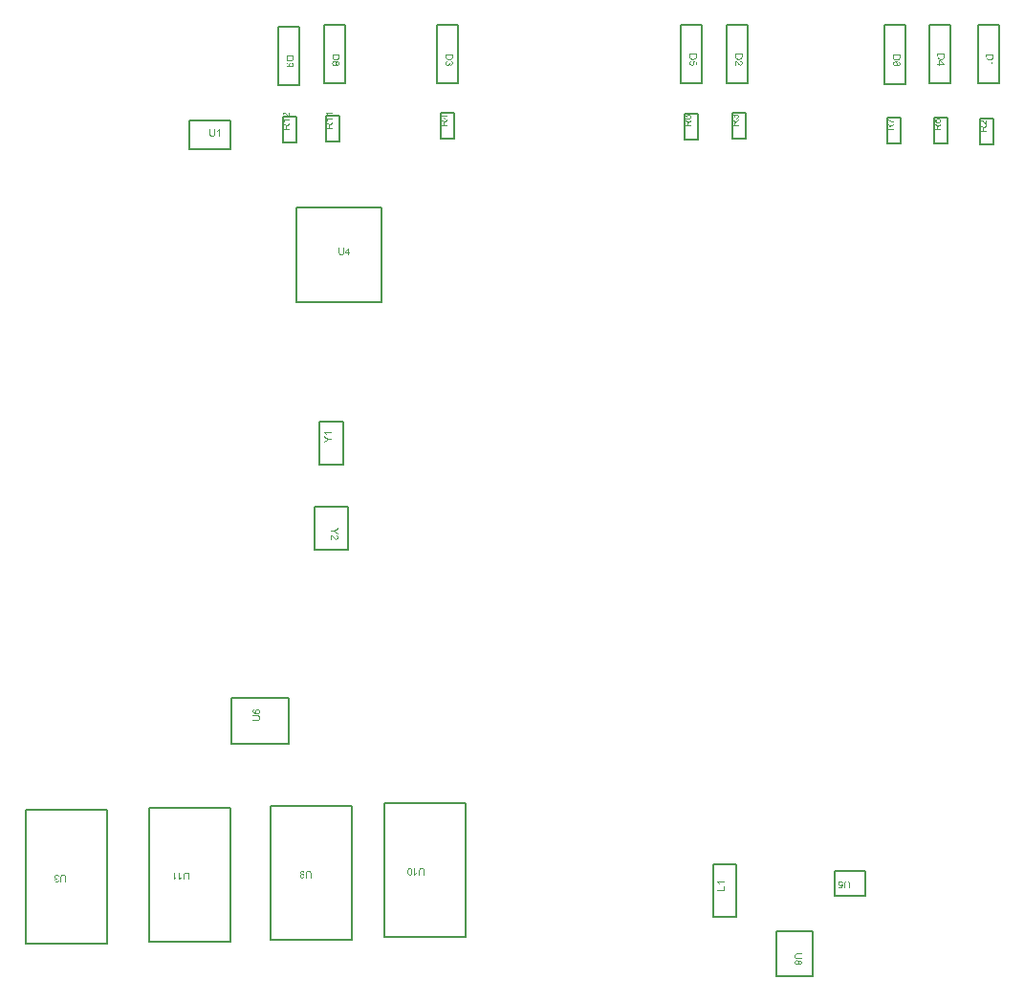
<source format=gbr>
%TF.GenerationSoftware,Altium Limited,Altium Designer,24.1.2 (44)*%
G04 Layer_Color=16711935*
%FSLAX45Y45*%
%MOMM*%
%TF.SameCoordinates,E01E6690-4C2E-4FB1-AE08-5A5A66155338*%
%TF.FilePolarity,Positive*%
%TF.FileFunction,Other,Top_Assembly*%
%TF.Part,Single*%
G01*
G75*
%TA.AperFunction,NonConductor*%
%ADD52C,0.20000*%
G36*
X7322164Y6263786D02*
X7322719D01*
X7324198Y6263509D01*
X7325955Y6263231D01*
X7327804Y6262769D01*
X7329838Y6262122D01*
X7331779Y6261197D01*
X7331872D01*
X7331964Y6261105D01*
X7332242Y6260920D01*
X7332611Y6260735D01*
X7333536Y6260180D01*
X7334738Y6259348D01*
X7336032Y6258331D01*
X7337327Y6257129D01*
X7338621Y6255650D01*
X7339731Y6254078D01*
Y6253986D01*
X7339823Y6253893D01*
X7340008Y6253616D01*
X7340100Y6253246D01*
X7340563Y6252322D01*
X7341025Y6251120D01*
X7341580Y6249548D01*
X7341950Y6247791D01*
X7342319Y6245850D01*
X7342412Y6243723D01*
Y6243261D01*
X7342319Y6242799D01*
Y6242059D01*
X7342227Y6241227D01*
X7342042Y6240302D01*
X7341765Y6239193D01*
X7341487Y6238083D01*
X7341117Y6236789D01*
X7340655Y6235495D01*
X7340100Y6234200D01*
X7339361Y6232813D01*
X7338529Y6231519D01*
X7337604Y6230225D01*
X7336495Y6228930D01*
X7335200Y6227728D01*
X7335108Y6227636D01*
X7334830Y6227451D01*
X7334461Y6227173D01*
X7333813Y6226804D01*
X7332981Y6226249D01*
X7332057Y6225787D01*
X7330855Y6225232D01*
X7329560Y6224677D01*
X7327989Y6224030D01*
X7326232Y6223475D01*
X7324290Y6223013D01*
X7322164Y6222551D01*
X7319760Y6222088D01*
X7317171Y6221811D01*
X7314398Y6221626D01*
X7311439Y6221534D01*
X7311347D01*
X7311254D01*
X7310977D01*
X7310607D01*
X7309682Y6221626D01*
X7308388D01*
X7306909Y6221719D01*
X7305152Y6221903D01*
X7303210Y6222088D01*
X7301084Y6222366D01*
X7298957Y6222736D01*
X7296646Y6223198D01*
X7294427Y6223753D01*
X7292208Y6224400D01*
X7290082Y6225232D01*
X7288048Y6226156D01*
X7286106Y6227173D01*
X7284442Y6228375D01*
X7284349Y6228468D01*
X7284165Y6228653D01*
X7283795Y6229023D01*
X7283240Y6229485D01*
X7282685Y6230040D01*
X7282130Y6230779D01*
X7281391Y6231704D01*
X7280744Y6232628D01*
X7280096Y6233738D01*
X7279357Y6234940D01*
X7278802Y6236327D01*
X7278155Y6237713D01*
X7277693Y6239285D01*
X7277323Y6240949D01*
X7277138Y6242706D01*
X7277045Y6244555D01*
Y6245295D01*
X7277138Y6245850D01*
Y6246497D01*
X7277230Y6247236D01*
X7277600Y6248993D01*
X7278062Y6250935D01*
X7278802Y6252969D01*
X7279912Y6255003D01*
X7280559Y6256020D01*
X7281298Y6256944D01*
X7281391Y6257037D01*
X7281483Y6257129D01*
X7281761Y6257407D01*
X7282038Y6257684D01*
X7282500Y6258146D01*
X7283055Y6258516D01*
X7284349Y6259533D01*
X7286014Y6260550D01*
X7288048Y6261475D01*
X7290359Y6262307D01*
X7292948Y6262861D01*
X7293595Y6255003D01*
X7293503D01*
X7293410Y6254910D01*
X7292855Y6254818D01*
X7292023Y6254540D01*
X7291006Y6254171D01*
X7289897Y6253801D01*
X7288787Y6253246D01*
X7287770Y6252599D01*
X7286938Y6251952D01*
X7286753Y6251767D01*
X7286383Y6251397D01*
X7285829Y6250750D01*
X7285182Y6249825D01*
X7284627Y6248623D01*
X7284072Y6247329D01*
X7283702Y6245757D01*
X7283517Y6244093D01*
Y6243446D01*
X7283610Y6242706D01*
X7283795Y6241874D01*
X7284072Y6240765D01*
X7284442Y6239655D01*
X7284904Y6238546D01*
X7285644Y6237436D01*
X7285736Y6237251D01*
X7286106Y6236789D01*
X7286753Y6236142D01*
X7287678Y6235310D01*
X7288787Y6234385D01*
X7290082Y6233368D01*
X7291746Y6232443D01*
X7293595Y6231519D01*
X7293687D01*
X7293872Y6231426D01*
X7294150Y6231334D01*
X7294520Y6231149D01*
X7295074Y6231057D01*
X7295722Y6230872D01*
X7296461Y6230687D01*
X7297386Y6230502D01*
X7298403Y6230225D01*
X7299512Y6230040D01*
X7300714Y6229855D01*
X7302009Y6229762D01*
X7303488Y6229577D01*
X7304967Y6229485D01*
X7306631Y6229392D01*
X7308296D01*
X7308203Y6229485D01*
X7307648Y6229855D01*
X7306909Y6230502D01*
X7305984Y6231334D01*
X7304875Y6232259D01*
X7303858Y6233460D01*
X7302841Y6234755D01*
X7301916Y6236234D01*
Y6236327D01*
X7301824Y6236419D01*
X7301546Y6236974D01*
X7301269Y6237806D01*
X7300807Y6238915D01*
X7300437Y6240210D01*
X7300159Y6241689D01*
X7299882Y6243261D01*
X7299790Y6244925D01*
Y6245665D01*
X7299882Y6246219D01*
X7299974Y6246959D01*
X7300067Y6247699D01*
X7300252Y6248623D01*
X7300529Y6249548D01*
X7301176Y6251674D01*
X7301639Y6252784D01*
X7302286Y6253893D01*
X7302933Y6255003D01*
X7303673Y6256205D01*
X7304597Y6257314D01*
X7305614Y6258331D01*
X7305707Y6258424D01*
X7305892Y6258609D01*
X7306169Y6258886D01*
X7306631Y6259163D01*
X7307279Y6259626D01*
X7307926Y6260088D01*
X7308758Y6260550D01*
X7309682Y6261105D01*
X7310699Y6261660D01*
X7311809Y6262122D01*
X7313103Y6262584D01*
X7314398Y6263046D01*
X7315784Y6263324D01*
X7317356Y6263601D01*
X7318928Y6263786D01*
X7320592Y6263879D01*
X7320685D01*
X7320870D01*
X7321147D01*
X7321609D01*
X7322164Y6263786D01*
D02*
G37*
G36*
X7316709Y6210901D02*
X7317634D01*
X7318743Y6210809D01*
X7319853Y6210716D01*
X7322349Y6210439D01*
X7324938Y6210069D01*
X7327434Y6209514D01*
X7328636Y6209145D01*
X7329745Y6208775D01*
X7329838D01*
X7330023Y6208682D01*
X7330300Y6208497D01*
X7330670Y6208312D01*
X7331687Y6207758D01*
X7332981Y6206926D01*
X7334461Y6205816D01*
X7335940Y6204522D01*
X7337512Y6202858D01*
X7338898Y6200824D01*
Y6200731D01*
X7339083Y6200546D01*
X7339176Y6200269D01*
X7339453Y6199806D01*
X7339731Y6199252D01*
X7340008Y6198512D01*
X7340285Y6197772D01*
X7340655Y6196848D01*
X7341025Y6195831D01*
X7341302Y6194721D01*
X7341580Y6193519D01*
X7341857Y6192133D01*
X7342042Y6190746D01*
X7342227Y6189267D01*
X7342412Y6185938D01*
Y6185106D01*
X7342319Y6184459D01*
Y6183719D01*
X7342227Y6182795D01*
X7342134Y6181778D01*
X7342042Y6180761D01*
X7341672Y6178449D01*
X7341117Y6175953D01*
X7340378Y6173549D01*
X7339361Y6171238D01*
Y6171145D01*
X7339176Y6170960D01*
X7338991Y6170683D01*
X7338806Y6170313D01*
X7338066Y6169296D01*
X7337049Y6168094D01*
X7335755Y6166707D01*
X7334276Y6165413D01*
X7332427Y6164118D01*
X7330393Y6163101D01*
X7330300D01*
X7330115Y6163009D01*
X7329745Y6162917D01*
X7329283Y6162732D01*
X7328728Y6162547D01*
X7327989Y6162362D01*
X7327157Y6162084D01*
X7326140Y6161900D01*
X7325030Y6161715D01*
X7323828Y6161437D01*
X7322534Y6161252D01*
X7321147Y6161067D01*
X7319575Y6160883D01*
X7317911Y6160790D01*
X7316154Y6160698D01*
X7314305D01*
X7277323D01*
Y6169204D01*
X7314305D01*
X7314398D01*
X7314675D01*
X7315137D01*
X7315692D01*
X7316339Y6169296D01*
X7317171D01*
X7318928Y6169388D01*
X7320962Y6169573D01*
X7322996Y6169851D01*
X7324938Y6170221D01*
X7325770Y6170405D01*
X7326602Y6170683D01*
X7326787Y6170775D01*
X7327249Y6170960D01*
X7327896Y6171423D01*
X7328821Y6171977D01*
X7329745Y6172624D01*
X7330762Y6173549D01*
X7331779Y6174658D01*
X7332611Y6175953D01*
X7332704Y6176138D01*
X7332981Y6176600D01*
X7333259Y6177432D01*
X7333628Y6178542D01*
X7334091Y6179836D01*
X7334368Y6181500D01*
X7334645Y6183257D01*
X7334738Y6185198D01*
Y6186123D01*
X7334645Y6186678D01*
Y6187510D01*
X7334553Y6188342D01*
X7334183Y6190376D01*
X7333721Y6192595D01*
X7332981Y6194721D01*
X7331964Y6196755D01*
X7331317Y6197680D01*
X7330577Y6198512D01*
X7330485Y6198605D01*
X7330393Y6198697D01*
X7330115Y6198882D01*
X7329745Y6199159D01*
X7329191Y6199437D01*
X7328636Y6199806D01*
X7327804Y6200176D01*
X7326972Y6200546D01*
X7325955Y6200916D01*
X7324753Y6201193D01*
X7323366Y6201563D01*
X7321887Y6201841D01*
X7320222Y6202118D01*
X7318466Y6202303D01*
X7316432Y6202488D01*
X7314305D01*
X7277323D01*
Y6210994D01*
X7314305D01*
X7314398D01*
X7314767D01*
X7315230D01*
X7315877D01*
X7316709Y6210901D01*
D02*
G37*
G36*
X9050565Y12040407D02*
X9050472Y12038742D01*
X9050380Y12036893D01*
X9050195Y12035044D01*
X9049917Y12033195D01*
X9049640Y12031623D01*
Y12031531D01*
X9049548Y12031346D01*
Y12031069D01*
X9049363Y12030699D01*
X9049085Y12029682D01*
X9048623Y12028387D01*
X9047976Y12026908D01*
X9047144Y12025336D01*
X9046219Y12023765D01*
X9045017Y12022285D01*
X9044925Y12022193D01*
X9044832Y12022100D01*
X9044555Y12021823D01*
X9044278Y12021453D01*
X9043353Y12020529D01*
X9042059Y12019419D01*
X9040487Y12018217D01*
X9038638Y12016923D01*
X9036511Y12015721D01*
X9034107Y12014704D01*
X9034015D01*
X9033830Y12014611D01*
X9033460Y12014427D01*
X9032905Y12014334D01*
X9032258Y12014057D01*
X9031519Y12013872D01*
X9030687Y12013687D01*
X9029670Y12013410D01*
X9028653Y12013132D01*
X9027451Y12012947D01*
X9024862Y12012485D01*
X9021996Y12012208D01*
X9018852Y12012115D01*
X9018760D01*
X9018575D01*
X9018113D01*
X9017650D01*
X9017003Y12012208D01*
X9016263D01*
X9014507Y12012300D01*
X9012473Y12012577D01*
X9010346Y12012855D01*
X9008127Y12013317D01*
X9005908Y12013872D01*
X9005816D01*
X9005631Y12013964D01*
X9005354Y12014057D01*
X9004984Y12014149D01*
X9003967Y12014519D01*
X9002672Y12015074D01*
X9001193Y12015628D01*
X8999714Y12016368D01*
X8998142Y12017293D01*
X8996663Y12018217D01*
X8996478Y12018310D01*
X8996016Y12018680D01*
X8995368Y12019234D01*
X8994536Y12019974D01*
X8993612Y12020806D01*
X8992687Y12021823D01*
X8991670Y12022840D01*
X8990838Y12024042D01*
X8990746Y12024227D01*
X8990468Y12024597D01*
X8990098Y12025244D01*
X8989636Y12026168D01*
X8989081Y12027278D01*
X8988619Y12028572D01*
X8988064Y12030052D01*
X8987602Y12031716D01*
Y12031901D01*
X8987510Y12032178D01*
X8987417Y12032455D01*
X8987325Y12033380D01*
X8987140Y12034674D01*
X8986955Y12036154D01*
X8986770Y12037910D01*
X8986677Y12039852D01*
X8986585Y12041978D01*
Y12065000D01*
X9050565D01*
Y12040407D01*
D02*
G37*
G36*
X9004521Y11995750D02*
X9004429D01*
X9004244Y11995658D01*
X9003874Y11995566D01*
X9003412Y11995473D01*
X9002857Y11995381D01*
X9002210Y11995196D01*
X9000823Y11994733D01*
X8999159Y11994086D01*
X8997587Y11993254D01*
X8996108Y11992330D01*
X8994814Y11991220D01*
X8994721Y11991035D01*
X8994351Y11990665D01*
X8993889Y11989926D01*
X8993427Y11989001D01*
X8992872Y11987892D01*
X8992410Y11986505D01*
X8992040Y11984933D01*
X8991947Y11983269D01*
Y11982714D01*
X8992040Y11982344D01*
X8992132Y11981327D01*
X8992410Y11980033D01*
X8992872Y11978554D01*
X8993519Y11976982D01*
X8994444Y11975410D01*
X8995738Y11973931D01*
X8995923Y11973746D01*
X8996478Y11973284D01*
X8997310Y11972729D01*
X8998419Y11971989D01*
X8999806Y11971250D01*
X9001378Y11970695D01*
X9003227Y11970233D01*
X9005261Y11970048D01*
X9005354D01*
X9005539D01*
X9005816D01*
X9006186Y11970140D01*
X9007203Y11970233D01*
X9008405Y11970510D01*
X9009884Y11970880D01*
X9011363Y11971527D01*
X9012843Y11972452D01*
X9014229Y11973653D01*
X9014414Y11973838D01*
X9014784Y11974301D01*
X9015339Y11975040D01*
X9015986Y11976057D01*
X9016633Y11977352D01*
X9017188Y11978923D01*
X9017558Y11980680D01*
X9017743Y11982622D01*
Y11983454D01*
X9017650Y11984101D01*
X9017558Y11984933D01*
X9017373Y11985858D01*
X9017188Y11986967D01*
X9016911Y11988169D01*
X9023845Y11987245D01*
Y11986782D01*
X9023752Y11986412D01*
Y11985210D01*
X9023937Y11984193D01*
X9024122Y11982992D01*
X9024400Y11981605D01*
X9024862Y11980033D01*
X9025509Y11978554D01*
X9026341Y11976982D01*
Y11976889D01*
X9026434Y11976797D01*
X9026803Y11976335D01*
X9027451Y11975688D01*
X9028283Y11974948D01*
X9029485Y11974208D01*
X9030871Y11973561D01*
X9032443Y11973099D01*
X9033368Y11972914D01*
X9034385D01*
X9034477D01*
X9034570D01*
X9035124D01*
X9035864Y11973099D01*
X9036881Y11973284D01*
X9037991Y11973653D01*
X9039192Y11974116D01*
X9040394Y11974855D01*
X9041504Y11975872D01*
X9041596Y11975965D01*
X9041966Y11976427D01*
X9042428Y11977074D01*
X9042983Y11977906D01*
X9043445Y11979016D01*
X9043908Y11980310D01*
X9044278Y11981790D01*
X9044370Y11983454D01*
Y11984193D01*
X9044185Y11985026D01*
X9044000Y11986135D01*
X9043630Y11987337D01*
X9043168Y11988539D01*
X9042428Y11989833D01*
X9041504Y11991035D01*
X9041411Y11991128D01*
X9040949Y11991497D01*
X9040302Y11992052D01*
X9039377Y11992699D01*
X9038175Y11993347D01*
X9036696Y11993994D01*
X9034940Y11994549D01*
X9032905Y11994918D01*
X9034292Y12002777D01*
X9034385D01*
X9034662Y12002685D01*
X9035032Y12002592D01*
X9035587Y12002500D01*
X9036234Y12002315D01*
X9036974Y12002037D01*
X9038730Y12001483D01*
X9040764Y12000558D01*
X9042798Y11999449D01*
X9044740Y11998062D01*
X9046497Y11996305D01*
X9046589Y11996213D01*
X9046681Y11996028D01*
X9046866Y11995750D01*
X9047144Y11995381D01*
X9047514Y11994918D01*
X9047883Y11994271D01*
X9048253Y11993624D01*
X9048715Y11992792D01*
X9049455Y11990943D01*
X9050195Y11988816D01*
X9050657Y11986320D01*
X9050842Y11985026D01*
Y11982714D01*
X9050749Y11981697D01*
X9050565Y11980495D01*
X9050287Y11979016D01*
X9049825Y11977352D01*
X9049270Y11975688D01*
X9048531Y11974023D01*
Y11973931D01*
X9048438Y11973838D01*
X9048161Y11973284D01*
X9047606Y11972452D01*
X9046959Y11971527D01*
X9046034Y11970418D01*
X9045017Y11969308D01*
X9043815Y11968199D01*
X9042428Y11967274D01*
X9042244Y11967182D01*
X9041781Y11966904D01*
X9040949Y11966534D01*
X9039932Y11966072D01*
X9038730Y11965610D01*
X9037343Y11965240D01*
X9035772Y11964963D01*
X9034200Y11964870D01*
X9034015D01*
X9033460D01*
X9032721Y11964963D01*
X9031704Y11965148D01*
X9030502Y11965425D01*
X9029207Y11965887D01*
X9027913Y11966442D01*
X9026618Y11967182D01*
X9026434Y11967274D01*
X9026064Y11967551D01*
X9025417Y11968106D01*
X9024677Y11968846D01*
X9023845Y11969770D01*
X9022920Y11970880D01*
X9022088Y11972174D01*
X9021256Y11973746D01*
Y11973653D01*
X9021164Y11973469D01*
X9021071Y11973191D01*
X9020979Y11972821D01*
X9020609Y11971804D01*
X9020054Y11970510D01*
X9019314Y11969031D01*
X9018390Y11967551D01*
X9017188Y11966165D01*
X9015801Y11964870D01*
X9015616Y11964778D01*
X9015061Y11964408D01*
X9014137Y11963853D01*
X9012935Y11963298D01*
X9011456Y11962744D01*
X9009699Y11962189D01*
X9007665Y11961819D01*
X9005446Y11961727D01*
X9005354D01*
X9005076D01*
X9004614D01*
X9004059Y11961819D01*
X9003320Y11961912D01*
X9002487Y11962096D01*
X9001563Y11962281D01*
X9000546Y11962466D01*
X8998327Y11963206D01*
X8997125Y11963761D01*
X8996016Y11964315D01*
X8994814Y11965055D01*
X8993612Y11965887D01*
X8992410Y11966812D01*
X8991300Y11967921D01*
X8991208Y11968014D01*
X8991023Y11968199D01*
X8990746Y11968568D01*
X8990376Y11969031D01*
X8989913Y11969585D01*
X8989451Y11970325D01*
X8988896Y11971157D01*
X8988434Y11972174D01*
X8987879Y11973191D01*
X8987325Y11974393D01*
X8986862Y11975595D01*
X8986400Y11976982D01*
X8986030Y11978461D01*
X8985753Y11980033D01*
X8985568Y11981605D01*
X8985476Y11983361D01*
Y11984193D01*
X8985568Y11984748D01*
X8985660Y11985488D01*
X8985753Y11986320D01*
X8985938Y11987245D01*
X8986123Y11988262D01*
X8986677Y11990480D01*
X8987602Y11992792D01*
X8988157Y11993994D01*
X8988804Y11995103D01*
X8989636Y11996213D01*
X8990468Y11997322D01*
X8990561Y11997415D01*
X8990746Y11997600D01*
X8991023Y11997877D01*
X8991393Y11998154D01*
X8991855Y11998617D01*
X8992502Y11999079D01*
X8993149Y11999634D01*
X8993982Y12000188D01*
X8994906Y12000743D01*
X8995831Y12001298D01*
X8998050Y12002315D01*
X9000638Y12003147D01*
X9002025Y12003424D01*
X9003504Y12003609D01*
X9004521Y11995750D01*
D02*
G37*
G36*
X8047265Y12040407D02*
X8047172Y12038742D01*
X8047080Y12036893D01*
X8046895Y12035044D01*
X8046617Y12033195D01*
X8046340Y12031623D01*
Y12031531D01*
X8046248Y12031346D01*
Y12031069D01*
X8046063Y12030699D01*
X8045785Y12029682D01*
X8045323Y12028387D01*
X8044676Y12026908D01*
X8043844Y12025336D01*
X8042919Y12023765D01*
X8041717Y12022285D01*
X8041625Y12022193D01*
X8041532Y12022100D01*
X8041255Y12021823D01*
X8040978Y12021453D01*
X8040053Y12020529D01*
X8038759Y12019419D01*
X8037187Y12018217D01*
X8035338Y12016923D01*
X8033211Y12015721D01*
X8030807Y12014704D01*
X8030715D01*
X8030530Y12014611D01*
X8030160Y12014427D01*
X8029605Y12014334D01*
X8028958Y12014057D01*
X8028219Y12013872D01*
X8027387Y12013687D01*
X8026370Y12013410D01*
X8025353Y12013132D01*
X8024151Y12012947D01*
X8021562Y12012485D01*
X8018696Y12012208D01*
X8015552Y12012115D01*
X8015460D01*
X8015275D01*
X8014813D01*
X8014350D01*
X8013703Y12012208D01*
X8012963D01*
X8011207Y12012300D01*
X8009173Y12012577D01*
X8007046Y12012855D01*
X8004827Y12013317D01*
X8002608Y12013872D01*
X8002516D01*
X8002331Y12013964D01*
X8002054Y12014057D01*
X8001684Y12014149D01*
X8000667Y12014519D01*
X7999372Y12015074D01*
X7997893Y12015628D01*
X7996414Y12016368D01*
X7994842Y12017293D01*
X7993363Y12018217D01*
X7993178Y12018310D01*
X7992716Y12018680D01*
X7992068Y12019234D01*
X7991236Y12019974D01*
X7990312Y12020806D01*
X7989387Y12021823D01*
X7988370Y12022840D01*
X7987538Y12024042D01*
X7987446Y12024227D01*
X7987168Y12024597D01*
X7986798Y12025244D01*
X7986336Y12026168D01*
X7985781Y12027278D01*
X7985319Y12028572D01*
X7984764Y12030052D01*
X7984302Y12031716D01*
Y12031901D01*
X7984210Y12032178D01*
X7984117Y12032455D01*
X7984025Y12033380D01*
X7983840Y12034674D01*
X7983655Y12036154D01*
X7983470Y12037910D01*
X7983377Y12039852D01*
X7983285Y12041978D01*
Y12065000D01*
X8047265D01*
Y12040407D01*
D02*
G37*
G36*
X8002701Y12003702D02*
X8003256D01*
X8003903Y12003609D01*
X8005382Y12003424D01*
X8007046Y12003054D01*
X8008710Y12002500D01*
X8010467Y12001668D01*
X8012131Y12000651D01*
X8012224D01*
X8012316Y12000466D01*
X8012778Y12000096D01*
X8013518Y11999356D01*
X8014443Y11998339D01*
X8015367Y11997045D01*
X8016384Y11995473D01*
X8017216Y11993716D01*
X8017864Y11991590D01*
Y11991682D01*
X8017956Y11991775D01*
X8018048Y11992052D01*
X8018233Y11992422D01*
X8018603Y11993254D01*
X8019158Y11994364D01*
X8019898Y11995566D01*
X8020822Y11996767D01*
X8021839Y11997877D01*
X8022949Y11998894D01*
X8023134Y11998986D01*
X8023503Y11999264D01*
X8024243Y11999634D01*
X8025168Y12000003D01*
X8026370Y12000466D01*
X8027756Y12000836D01*
X8029328Y12001113D01*
X8030992Y12001205D01*
X8031085D01*
X8031270D01*
X8031640D01*
X8032194Y12001113D01*
X8032749Y12001020D01*
X8033489Y12000928D01*
X8035060Y12000558D01*
X8036910Y12000003D01*
X8038851Y11999079D01*
X8039868Y11998524D01*
X8040885Y11997877D01*
X8041810Y11997045D01*
X8042734Y11996213D01*
X8042827Y11996120D01*
X8042919Y11995935D01*
X8043197Y11995658D01*
X8043474Y11995288D01*
X8043844Y11994826D01*
X8044214Y11994179D01*
X8044676Y11993439D01*
X8045138Y11992699D01*
X8045600Y11991775D01*
X8046063Y11990758D01*
X8046432Y11989648D01*
X8046802Y11988446D01*
X8047357Y11985858D01*
X8047449Y11984378D01*
X8047542Y11982899D01*
Y11982067D01*
X8047449Y11981512D01*
X8047357Y11980773D01*
X8047265Y11979940D01*
X8047172Y11979016D01*
X8046895Y11978091D01*
X8046340Y11975872D01*
X8045508Y11973653D01*
X8044953Y11972544D01*
X8044306Y11971435D01*
X8043474Y11970418D01*
X8042642Y11969400D01*
X8042549Y11969308D01*
X8042457Y11969216D01*
X8042179Y11968938D01*
X8041810Y11968568D01*
X8041255Y11968199D01*
X8040700Y11967736D01*
X8039313Y11966812D01*
X8037557Y11965887D01*
X8035523Y11965055D01*
X8033211Y11964408D01*
X8032009Y11964315D01*
X8030715Y11964223D01*
X8030622D01*
X8030530D01*
X8029975D01*
X8029143Y11964315D01*
X8028126Y11964500D01*
X8026832Y11964778D01*
X8025537Y11965240D01*
X8024243Y11965795D01*
X8022949Y11966627D01*
X8022764Y11966719D01*
X8022394Y11967089D01*
X8021839Y11967644D01*
X8021100Y11968383D01*
X8020267Y11969400D01*
X8019435Y11970602D01*
X8018603Y11971989D01*
X8017864Y11973653D01*
Y11973561D01*
X8017771Y11973376D01*
X8017679Y11973099D01*
X8017494Y11972729D01*
X8017031Y11971619D01*
X8016384Y11970325D01*
X8015460Y11968938D01*
X8014443Y11967459D01*
X8013148Y11966072D01*
X8011669Y11964778D01*
X8011577D01*
X8011484Y11964685D01*
X8010929Y11964315D01*
X8010005Y11963761D01*
X8008803Y11963206D01*
X8007324Y11962651D01*
X8005567Y11962096D01*
X8003625Y11961727D01*
X8001499Y11961634D01*
X8001406D01*
X8001129D01*
X8000667D01*
X8000112Y11961727D01*
X7999465Y11961819D01*
X7998633Y11961912D01*
X7997708Y11962096D01*
X7996691Y11962374D01*
X7994565Y11963021D01*
X7993363Y11963483D01*
X7992253Y11964131D01*
X7991051Y11964778D01*
X7989942Y11965517D01*
X7988832Y11966442D01*
X7987723Y11967459D01*
X7987630Y11967551D01*
X7987446Y11967736D01*
X7987168Y11968014D01*
X7986891Y11968476D01*
X7986429Y11969123D01*
X7985966Y11969770D01*
X7985504Y11970602D01*
X7984949Y11971527D01*
X7984394Y11972544D01*
X7983932Y11973746D01*
X7983470Y11975040D01*
X7983008Y11976335D01*
X7982730Y11977814D01*
X7982453Y11979386D01*
X7982268Y11980957D01*
X7982176Y11982714D01*
Y11983639D01*
X7982268Y11984286D01*
X7982360Y11985118D01*
X7982453Y11986043D01*
X7982638Y11987060D01*
X7982915Y11988169D01*
X7983562Y11990665D01*
X7984025Y11991960D01*
X7984487Y11993162D01*
X7985134Y11994456D01*
X7985874Y11995750D01*
X7986706Y11996952D01*
X7987723Y11998062D01*
X7987815Y11998154D01*
X7988000Y11998339D01*
X7988278Y11998617D01*
X7988740Y11998986D01*
X7989295Y11999356D01*
X7989942Y11999911D01*
X7990682Y12000373D01*
X7991606Y12000928D01*
X7992531Y12001483D01*
X7993640Y12001945D01*
X7995951Y12002870D01*
X7997338Y12003239D01*
X7998725Y12003517D01*
X8000204Y12003702D01*
X8001684Y12003794D01*
X8001776D01*
X8001961D01*
X8002331D01*
X8002701Y12003702D01*
D02*
G37*
G36*
X7988301Y11537273D02*
X7938282D01*
X7938375Y11537181D01*
X7938744Y11536718D01*
X7939299Y11536164D01*
X7939946Y11535239D01*
X7940778Y11534222D01*
X7941703Y11532928D01*
X7942720Y11531448D01*
X7943737Y11529784D01*
Y11529692D01*
X7943829Y11529599D01*
X7944199Y11529045D01*
X7944662Y11528120D01*
X7945216Y11527010D01*
X7945863Y11525716D01*
X7946511Y11524329D01*
X7947158Y11522942D01*
X7947713Y11521556D01*
X7940131D01*
Y11521648D01*
X7939946Y11521833D01*
X7939854Y11522203D01*
X7939576Y11522665D01*
X7939299Y11523220D01*
X7938929Y11523867D01*
X7938005Y11525439D01*
X7936988Y11527288D01*
X7935693Y11529137D01*
X7934214Y11531079D01*
X7932642Y11533020D01*
X7932550Y11533113D01*
X7932457Y11533205D01*
X7932180Y11533482D01*
X7931903Y11533852D01*
X7930978Y11534684D01*
X7929869Y11535794D01*
X7928574Y11536903D01*
X7927095Y11538105D01*
X7925616Y11539122D01*
X7924044Y11540047D01*
Y11545132D01*
X7988301D01*
Y11537273D01*
D02*
G37*
G36*
Y11487532D02*
X7938282D01*
X7938375Y11487439D01*
X7938744Y11486977D01*
X7939299Y11486422D01*
X7939946Y11485498D01*
X7940778Y11484481D01*
X7941703Y11483186D01*
X7942720Y11481707D01*
X7943737Y11480043D01*
Y11479950D01*
X7943829Y11479858D01*
X7944199Y11479303D01*
X7944662Y11478379D01*
X7945216Y11477269D01*
X7945863Y11475975D01*
X7946511Y11474588D01*
X7947158Y11473201D01*
X7947713Y11471814D01*
X7940131D01*
Y11471907D01*
X7939946Y11472092D01*
X7939854Y11472461D01*
X7939576Y11472924D01*
X7939299Y11473478D01*
X7938929Y11474126D01*
X7938005Y11475697D01*
X7936988Y11477547D01*
X7935693Y11479396D01*
X7934214Y11481337D01*
X7932642Y11483279D01*
X7932550Y11483371D01*
X7932457Y11483464D01*
X7932180Y11483741D01*
X7931903Y11484111D01*
X7930978Y11484943D01*
X7929869Y11486052D01*
X7928574Y11487162D01*
X7927095Y11488364D01*
X7925616Y11489381D01*
X7924044Y11490305D01*
Y11495391D01*
X7988301D01*
Y11487532D01*
D02*
G37*
G36*
Y11450272D02*
X7974987Y11441858D01*
X7974895D01*
X7974710Y11441674D01*
X7974432Y11441489D01*
X7974063Y11441211D01*
X7973046Y11440564D01*
X7971751Y11439732D01*
X7970364Y11438715D01*
X7968885Y11437698D01*
X7967498Y11436681D01*
X7966204Y11435756D01*
X7966111Y11435664D01*
X7965741Y11435387D01*
X7965187Y11434924D01*
X7964540Y11434277D01*
X7963153Y11432890D01*
X7962506Y11432151D01*
X7961951Y11431411D01*
X7961858Y11431319D01*
X7961766Y11431134D01*
X7961581Y11430764D01*
X7961304Y11430209D01*
X7961026Y11429654D01*
X7960749Y11429007D01*
X7960287Y11427528D01*
Y11427435D01*
X7960194Y11427250D01*
Y11426881D01*
X7960102Y11426418D01*
X7960009Y11425771D01*
Y11425032D01*
X7959917Y11424014D01*
Y11413105D01*
X7988301D01*
Y11404599D01*
X7924321D01*
Y11434277D01*
X7924414Y11435017D01*
Y11435849D01*
X7924506Y11437790D01*
X7924783Y11439824D01*
X7925061Y11442043D01*
X7925523Y11444077D01*
X7925801Y11445094D01*
X7926078Y11445927D01*
Y11446019D01*
X7926170Y11446111D01*
X7926448Y11446666D01*
X7926818Y11447498D01*
X7927465Y11448515D01*
X7928297Y11449625D01*
X7929406Y11450827D01*
X7930701Y11451936D01*
X7932180Y11453046D01*
X7932272D01*
X7932365Y11453138D01*
X7932920Y11453508D01*
X7933844Y11453878D01*
X7935046Y11454433D01*
X7936433Y11454895D01*
X7938097Y11455357D01*
X7939854Y11455634D01*
X7941795Y11455727D01*
X7941888D01*
X7942073D01*
X7942443D01*
X7942905Y11455634D01*
X7943552D01*
X7944199Y11455542D01*
X7945771Y11455172D01*
X7947620Y11454617D01*
X7949562Y11453878D01*
X7951503Y11452768D01*
X7952428Y11452029D01*
X7953352Y11451289D01*
X7953445Y11451197D01*
X7953537Y11451104D01*
X7953815Y11450827D01*
X7954092Y11450457D01*
X7954462Y11449995D01*
X7954832Y11449440D01*
X7955294Y11448700D01*
X7955849Y11447961D01*
X7956311Y11447036D01*
X7956773Y11446019D01*
X7957328Y11444910D01*
X7957790Y11443708D01*
X7958160Y11442321D01*
X7958622Y11440934D01*
X7958900Y11439362D01*
X7959177Y11437698D01*
X7959270Y11437883D01*
X7959454Y11438253D01*
X7959824Y11438807D01*
X7960194Y11439547D01*
X7961211Y11441211D01*
X7961858Y11442043D01*
X7962413Y11442783D01*
X7962598Y11442968D01*
X7963060Y11443430D01*
X7963800Y11444170D01*
X7964724Y11445094D01*
X7966019Y11446111D01*
X7967406Y11447313D01*
X7969070Y11448515D01*
X7970919Y11449810D01*
X7988301Y11460812D01*
Y11450272D01*
D02*
G37*
G36*
X8988953Y11524211D02*
X9004301D01*
Y11516353D01*
X8988953D01*
Y11488523D01*
X8981741D01*
X8940321Y11517832D01*
Y11524211D01*
X8981741D01*
Y11532902D01*
X8988953D01*
Y11524211D01*
D02*
G37*
G36*
X9004301Y11475672D02*
X8990987Y11467258D01*
X8990895D01*
X8990710Y11467074D01*
X8990432Y11466889D01*
X8990063Y11466611D01*
X8989046Y11465964D01*
X8987751Y11465132D01*
X8986364Y11464115D01*
X8984885Y11463098D01*
X8983498Y11462081D01*
X8982204Y11461156D01*
X8982111Y11461064D01*
X8981741Y11460787D01*
X8981187Y11460324D01*
X8980540Y11459677D01*
X8979153Y11458290D01*
X8978506Y11457551D01*
X8977951Y11456811D01*
X8977858Y11456719D01*
X8977766Y11456534D01*
X8977581Y11456164D01*
X8977304Y11455609D01*
X8977026Y11455054D01*
X8976749Y11454407D01*
X8976287Y11452928D01*
Y11452835D01*
X8976194Y11452650D01*
Y11452281D01*
X8976102Y11451818D01*
X8976009Y11451171D01*
Y11450432D01*
X8975917Y11449414D01*
Y11438505D01*
X9004301D01*
Y11429999D01*
X8940321D01*
Y11459677D01*
X8940414Y11460417D01*
Y11461249D01*
X8940506Y11463190D01*
X8940783Y11465224D01*
X8941061Y11467443D01*
X8941523Y11469477D01*
X8941801Y11470494D01*
X8942078Y11471327D01*
Y11471419D01*
X8942170Y11471511D01*
X8942448Y11472066D01*
X8942818Y11472898D01*
X8943465Y11473915D01*
X8944297Y11475025D01*
X8945406Y11476227D01*
X8946701Y11477336D01*
X8948180Y11478446D01*
X8948272D01*
X8948365Y11478538D01*
X8948920Y11478908D01*
X8949844Y11479278D01*
X8951046Y11479833D01*
X8952433Y11480295D01*
X8954097Y11480757D01*
X8955854Y11481034D01*
X8957795Y11481127D01*
X8957888D01*
X8958073D01*
X8958443D01*
X8958905Y11481034D01*
X8959552D01*
X8960199Y11480942D01*
X8961771Y11480572D01*
X8963620Y11480017D01*
X8965562Y11479278D01*
X8967503Y11478168D01*
X8968428Y11477429D01*
X8969352Y11476689D01*
X8969445Y11476597D01*
X8969537Y11476504D01*
X8969815Y11476227D01*
X8970092Y11475857D01*
X8970462Y11475395D01*
X8970832Y11474840D01*
X8971294Y11474100D01*
X8971849Y11473361D01*
X8972311Y11472436D01*
X8972773Y11471419D01*
X8973328Y11470310D01*
X8973790Y11469108D01*
X8974160Y11467721D01*
X8974622Y11466334D01*
X8974900Y11464762D01*
X8975177Y11463098D01*
X8975270Y11463283D01*
X8975454Y11463653D01*
X8975824Y11464207D01*
X8976194Y11464947D01*
X8977211Y11466611D01*
X8977858Y11467443D01*
X8978413Y11468183D01*
X8978598Y11468368D01*
X8979060Y11468830D01*
X8979800Y11469570D01*
X8980724Y11470494D01*
X8982019Y11471511D01*
X8983406Y11472713D01*
X8985070Y11473915D01*
X8986919Y11475210D01*
X9004301Y11486212D01*
Y11475672D01*
D02*
G37*
G36*
X11143053Y11529387D02*
X11143608D01*
X11145087Y11529110D01*
X11146844Y11528832D01*
X11148693Y11528370D01*
X11150727Y11527723D01*
X11152669Y11526798D01*
X11152761D01*
X11152853Y11526706D01*
X11153131Y11526521D01*
X11153501Y11526336D01*
X11154425Y11525781D01*
X11155627Y11524949D01*
X11156922Y11523932D01*
X11158216Y11522730D01*
X11159510Y11521251D01*
X11160620Y11519679D01*
Y11519587D01*
X11160712Y11519494D01*
X11160897Y11519217D01*
X11160990Y11518847D01*
X11161452Y11517922D01*
X11161914Y11516720D01*
X11162469Y11515149D01*
X11162839Y11513392D01*
X11163209Y11511450D01*
X11163301Y11509324D01*
Y11508862D01*
X11163209Y11508399D01*
Y11507660D01*
X11163116Y11506828D01*
X11162931Y11505903D01*
X11162654Y11504794D01*
X11162376Y11503684D01*
X11162007Y11502390D01*
X11161544Y11501095D01*
X11160990Y11499801D01*
X11160250Y11498414D01*
X11159418Y11497120D01*
X11158493Y11495825D01*
X11157384Y11494531D01*
X11156089Y11493329D01*
X11155997Y11493237D01*
X11155720Y11493052D01*
X11155350Y11492774D01*
X11154703Y11492404D01*
X11153871Y11491850D01*
X11152946Y11491387D01*
X11151744Y11490833D01*
X11150450Y11490278D01*
X11148878Y11489631D01*
X11147121Y11489076D01*
X11145180Y11488614D01*
X11143053Y11488152D01*
X11140649Y11487689D01*
X11138061Y11487412D01*
X11135287Y11487227D01*
X11132328Y11487135D01*
X11132236D01*
X11132143D01*
X11131866D01*
X11131496D01*
X11130572Y11487227D01*
X11129277D01*
X11127798Y11487319D01*
X11126041Y11487504D01*
X11124100Y11487689D01*
X11121973Y11487967D01*
X11119847Y11488336D01*
X11117535Y11488799D01*
X11115316Y11489353D01*
X11113097Y11490001D01*
X11110971Y11490833D01*
X11108937Y11491757D01*
X11106995Y11492774D01*
X11105331Y11493976D01*
X11105239Y11494069D01*
X11105054Y11494254D01*
X11104684Y11494623D01*
X11104129Y11495086D01*
X11103574Y11495640D01*
X11103020Y11496380D01*
X11102280Y11497305D01*
X11101633Y11498229D01*
X11100986Y11499339D01*
X11100246Y11500541D01*
X11099691Y11501927D01*
X11099044Y11503314D01*
X11098582Y11504886D01*
X11098212Y11506550D01*
X11098027Y11508307D01*
X11097935Y11510156D01*
Y11510896D01*
X11098027Y11511450D01*
Y11512098D01*
X11098120Y11512837D01*
X11098489Y11514594D01*
X11098952Y11516536D01*
X11099691Y11518570D01*
X11100801Y11520604D01*
X11101448Y11521621D01*
X11102188Y11522545D01*
X11102280Y11522638D01*
X11102373Y11522730D01*
X11102650Y11523007D01*
X11102927Y11523285D01*
X11103390Y11523747D01*
X11103944Y11524117D01*
X11105239Y11525134D01*
X11106903Y11526151D01*
X11108937Y11527075D01*
X11111248Y11527908D01*
X11113837Y11528462D01*
X11114484Y11520604D01*
X11114392D01*
X11114299Y11520511D01*
X11113745Y11520419D01*
X11112912Y11520141D01*
X11111895Y11519771D01*
X11110786Y11519402D01*
X11109677Y11518847D01*
X11108660Y11518200D01*
X11107827Y11517553D01*
X11107643Y11517368D01*
X11107273Y11516998D01*
X11106718Y11516351D01*
X11106071Y11515426D01*
X11105516Y11514224D01*
X11104961Y11512930D01*
X11104591Y11511358D01*
X11104407Y11509694D01*
Y11509047D01*
X11104499Y11508307D01*
X11104684Y11507475D01*
X11104961Y11506365D01*
X11105331Y11505256D01*
X11105793Y11504146D01*
X11106533Y11503037D01*
X11106625Y11502852D01*
X11106995Y11502390D01*
X11107643Y11501743D01*
X11108567Y11500910D01*
X11109677Y11499986D01*
X11110971Y11498969D01*
X11112635Y11498044D01*
X11114484Y11497120D01*
X11114577D01*
X11114762Y11497027D01*
X11115039Y11496935D01*
X11115409Y11496750D01*
X11115964Y11496657D01*
X11116611Y11496473D01*
X11117350Y11496288D01*
X11118275Y11496103D01*
X11119292Y11495825D01*
X11120401Y11495640D01*
X11121603Y11495456D01*
X11122898Y11495363D01*
X11124377Y11495178D01*
X11125856Y11495086D01*
X11127521Y11494993D01*
X11129185D01*
X11129092Y11495086D01*
X11128538Y11495456D01*
X11127798Y11496103D01*
X11126873Y11496935D01*
X11125764Y11497859D01*
X11124747Y11499061D01*
X11123730Y11500356D01*
X11122805Y11501835D01*
Y11501927D01*
X11122713Y11502020D01*
X11122435Y11502575D01*
X11122158Y11503407D01*
X11121696Y11504516D01*
X11121326Y11505811D01*
X11121049Y11507290D01*
X11120771Y11508862D01*
X11120679Y11510526D01*
Y11511266D01*
X11120771Y11511820D01*
X11120864Y11512560D01*
X11120956Y11513300D01*
X11121141Y11514224D01*
X11121418Y11515149D01*
X11122066Y11517275D01*
X11122528Y11518385D01*
X11123175Y11519494D01*
X11123822Y11520604D01*
X11124562Y11521806D01*
X11125487Y11522915D01*
X11126504Y11523932D01*
X11126596Y11524024D01*
X11126781Y11524209D01*
X11127058Y11524487D01*
X11127521Y11524764D01*
X11128168Y11525226D01*
X11128815Y11525689D01*
X11129647Y11526151D01*
X11130572Y11526706D01*
X11131589Y11527260D01*
X11132698Y11527723D01*
X11133992Y11528185D01*
X11135287Y11528647D01*
X11136674Y11528925D01*
X11138245Y11529202D01*
X11139817Y11529387D01*
X11141481Y11529479D01*
X11141574D01*
X11141759D01*
X11142036D01*
X11142498D01*
X11143053Y11529387D01*
D02*
G37*
G36*
X11162192Y11471972D02*
X11148878Y11463558D01*
X11148785D01*
X11148601Y11463373D01*
X11148323Y11463188D01*
X11147953Y11462911D01*
X11146936Y11462264D01*
X11145642Y11461432D01*
X11144255Y11460415D01*
X11142776Y11459398D01*
X11141389Y11458381D01*
X11140095Y11457456D01*
X11140002Y11457364D01*
X11139632Y11457086D01*
X11139078Y11456624D01*
X11138430Y11455977D01*
X11137044Y11454590D01*
X11136396Y11453850D01*
X11135842Y11453111D01*
X11135749Y11453018D01*
X11135657Y11452833D01*
X11135472Y11452464D01*
X11135194Y11451909D01*
X11134917Y11451354D01*
X11134640Y11450707D01*
X11134177Y11449228D01*
Y11449135D01*
X11134085Y11448950D01*
Y11448580D01*
X11133992Y11448118D01*
X11133900Y11447471D01*
Y11446731D01*
X11133808Y11445714D01*
Y11434804D01*
X11162192D01*
Y11426298D01*
X11098212D01*
Y11455977D01*
X11098304Y11456716D01*
Y11457549D01*
X11098397Y11459490D01*
X11098674Y11461524D01*
X11098952Y11463743D01*
X11099414Y11465777D01*
X11099691Y11466794D01*
X11099969Y11467626D01*
Y11467719D01*
X11100061Y11467811D01*
X11100338Y11468366D01*
X11100708Y11469198D01*
X11101355Y11470215D01*
X11102188Y11471325D01*
X11103297Y11472526D01*
X11104591Y11473636D01*
X11106071Y11474745D01*
X11106163D01*
X11106256Y11474838D01*
X11106810Y11475208D01*
X11107735Y11475578D01*
X11108937Y11476132D01*
X11110324Y11476595D01*
X11111988Y11477057D01*
X11113745Y11477334D01*
X11115686Y11477427D01*
X11115779D01*
X11115964D01*
X11116333D01*
X11116796Y11477334D01*
X11117443D01*
X11118090Y11477242D01*
X11119662Y11476872D01*
X11121511Y11476317D01*
X11123452Y11475578D01*
X11125394Y11474468D01*
X11126319Y11473728D01*
X11127243Y11472989D01*
X11127336Y11472896D01*
X11127428Y11472804D01*
X11127705Y11472526D01*
X11127983Y11472157D01*
X11128353Y11471694D01*
X11128722Y11471140D01*
X11129185Y11470400D01*
X11129739Y11469660D01*
X11130202Y11468736D01*
X11130664Y11467719D01*
X11131219Y11466609D01*
X11131681Y11465407D01*
X11132051Y11464021D01*
X11132513Y11462634D01*
X11132791Y11461062D01*
X11133068Y11459398D01*
X11133160Y11459583D01*
X11133345Y11459952D01*
X11133715Y11460507D01*
X11134085Y11461247D01*
X11135102Y11462911D01*
X11135749Y11463743D01*
X11136304Y11464483D01*
X11136489Y11464668D01*
X11136951Y11465130D01*
X11137691Y11465870D01*
X11138615Y11466794D01*
X11139910Y11467811D01*
X11141296Y11469013D01*
X11142961Y11470215D01*
X11144810Y11471509D01*
X11162192Y11482512D01*
Y11471972D01*
D02*
G37*
G36*
X11563817Y11533087D02*
X11564557Y11532995D01*
X11565389Y11532810D01*
X11566313Y11532625D01*
X11567330Y11532440D01*
X11569549Y11531700D01*
X11570751Y11531146D01*
X11571861Y11530591D01*
X11573063Y11529851D01*
X11574265Y11529019D01*
X11575467Y11528095D01*
X11576576Y11526985D01*
X11576668Y11526893D01*
X11576853Y11526708D01*
X11577131Y11526338D01*
X11577501Y11525876D01*
X11577963Y11525321D01*
X11578425Y11524581D01*
X11578980Y11523749D01*
X11579442Y11522732D01*
X11579997Y11521715D01*
X11580552Y11520513D01*
X11581014Y11519311D01*
X11581476Y11517924D01*
X11581846Y11516445D01*
X11582123Y11514873D01*
X11582308Y11513302D01*
X11582401Y11511545D01*
Y11510713D01*
X11582308Y11510158D01*
X11582216Y11509418D01*
X11582123Y11508586D01*
X11581938Y11507662D01*
X11581754Y11506645D01*
X11581199Y11504426D01*
X11580274Y11502114D01*
X11579720Y11500912D01*
X11579072Y11499803D01*
X11578240Y11498694D01*
X11577408Y11497584D01*
X11577316Y11497492D01*
X11577131Y11497307D01*
X11576853Y11497029D01*
X11576484Y11496752D01*
X11576021Y11496290D01*
X11575374Y11495827D01*
X11574727Y11495273D01*
X11573895Y11494718D01*
X11572970Y11494163D01*
X11572046Y11493608D01*
X11569827Y11492591D01*
X11567238Y11491759D01*
X11565851Y11491482D01*
X11564372Y11491297D01*
X11563355Y11499156D01*
X11563447D01*
X11563632Y11499248D01*
X11564002Y11499341D01*
X11564464Y11499433D01*
X11565019Y11499526D01*
X11565666Y11499711D01*
X11567053Y11500173D01*
X11568717Y11500820D01*
X11570289Y11501652D01*
X11571768Y11502577D01*
X11573063Y11503686D01*
X11573155Y11503871D01*
X11573525Y11504241D01*
X11573987Y11504981D01*
X11574450Y11505905D01*
X11575004Y11507015D01*
X11575467Y11508401D01*
X11575836Y11509973D01*
X11575929Y11511637D01*
Y11512192D01*
X11575836Y11512562D01*
X11575744Y11513579D01*
X11575467Y11514873D01*
X11575004Y11516353D01*
X11574357Y11517924D01*
X11573433Y11519496D01*
X11572138Y11520975D01*
X11571953Y11521160D01*
X11571398Y11521623D01*
X11570566Y11522177D01*
X11569457Y11522917D01*
X11568070Y11523657D01*
X11566498Y11524211D01*
X11564649Y11524674D01*
X11562615Y11524859D01*
X11562523D01*
X11562338D01*
X11562060D01*
X11561691Y11524766D01*
X11560674Y11524674D01*
X11559472Y11524396D01*
X11557992Y11524026D01*
X11556513Y11523379D01*
X11555034Y11522455D01*
X11553647Y11521253D01*
X11553462Y11521068D01*
X11553092Y11520606D01*
X11552537Y11519866D01*
X11551890Y11518849D01*
X11551243Y11517555D01*
X11550688Y11515983D01*
X11550319Y11514226D01*
X11550134Y11512285D01*
Y11511452D01*
X11550226Y11510805D01*
X11550319Y11509973D01*
X11550503Y11509049D01*
X11550688Y11507939D01*
X11550966Y11506737D01*
X11544032Y11507662D01*
Y11508124D01*
X11544124Y11508494D01*
Y11509696D01*
X11543939Y11510713D01*
X11543754Y11511915D01*
X11543477Y11513302D01*
X11543015Y11514873D01*
X11542367Y11516353D01*
X11541535Y11517924D01*
Y11518017D01*
X11541443Y11518109D01*
X11541073Y11518572D01*
X11540426Y11519219D01*
X11539594Y11519958D01*
X11538392Y11520698D01*
X11537005Y11521345D01*
X11535433Y11521808D01*
X11534509Y11521992D01*
X11533492D01*
X11533399D01*
X11533307D01*
X11532752D01*
X11532012Y11521808D01*
X11530995Y11521623D01*
X11529886Y11521253D01*
X11528684Y11520791D01*
X11527482Y11520051D01*
X11526372Y11519034D01*
X11526280Y11518941D01*
X11525910Y11518479D01*
X11525448Y11517832D01*
X11524893Y11517000D01*
X11524431Y11515890D01*
X11523969Y11514596D01*
X11523599Y11513117D01*
X11523506Y11511452D01*
Y11510713D01*
X11523691Y11509881D01*
X11523876Y11508771D01*
X11524246Y11507569D01*
X11524708Y11506367D01*
X11525448Y11505073D01*
X11526372Y11503871D01*
X11526465Y11503779D01*
X11526927Y11503409D01*
X11527574Y11502854D01*
X11528499Y11502207D01*
X11529701Y11501560D01*
X11531180Y11500912D01*
X11532937Y11500358D01*
X11534971Y11499988D01*
X11533584Y11492129D01*
X11533492D01*
X11533214Y11492222D01*
X11532844Y11492314D01*
X11532290Y11492407D01*
X11531642Y11492591D01*
X11530903Y11492869D01*
X11529146Y11493424D01*
X11527112Y11494348D01*
X11525078Y11495458D01*
X11523136Y11496844D01*
X11521380Y11498601D01*
X11521287Y11498694D01*
X11521195Y11498878D01*
X11521010Y11499156D01*
X11520733Y11499526D01*
X11520363Y11499988D01*
X11519993Y11500635D01*
X11519623Y11501282D01*
X11519161Y11502114D01*
X11518421Y11503964D01*
X11517682Y11506090D01*
X11517219Y11508586D01*
X11517034Y11509881D01*
Y11512192D01*
X11517127Y11513209D01*
X11517312Y11514411D01*
X11517589Y11515890D01*
X11518051Y11517555D01*
X11518606Y11519219D01*
X11519346Y11520883D01*
Y11520975D01*
X11519438Y11521068D01*
X11519716Y11521623D01*
X11520270Y11522455D01*
X11520918Y11523379D01*
X11521842Y11524489D01*
X11522859Y11525598D01*
X11524061Y11526708D01*
X11525448Y11527632D01*
X11525633Y11527725D01*
X11526095Y11528002D01*
X11526927Y11528372D01*
X11527944Y11528834D01*
X11529146Y11529296D01*
X11530533Y11529666D01*
X11532105Y11529944D01*
X11533676Y11530036D01*
X11533861D01*
X11534416D01*
X11535156Y11529944D01*
X11536173Y11529759D01*
X11537375Y11529481D01*
X11538669Y11529019D01*
X11539963Y11528464D01*
X11541258Y11527725D01*
X11541443Y11527632D01*
X11541813Y11527355D01*
X11542460Y11526800D01*
X11543199Y11526061D01*
X11544032Y11525136D01*
X11544956Y11524026D01*
X11545788Y11522732D01*
X11546620Y11521160D01*
Y11521253D01*
X11546713Y11521438D01*
X11546805Y11521715D01*
X11546898Y11522085D01*
X11547267Y11523102D01*
X11547822Y11524396D01*
X11548562Y11525876D01*
X11549486Y11527355D01*
X11550688Y11528742D01*
X11552075Y11530036D01*
X11552260Y11530129D01*
X11552815Y11530498D01*
X11553739Y11531053D01*
X11554941Y11531608D01*
X11556421Y11532163D01*
X11558177Y11532717D01*
X11560211Y11533087D01*
X11562430Y11533180D01*
X11562523D01*
X11562800D01*
X11563262D01*
X11563817Y11533087D01*
D02*
G37*
G36*
X11581291Y11475672D02*
X11567978Y11467258D01*
X11567885D01*
X11567700Y11467074D01*
X11567423Y11466889D01*
X11567053Y11466611D01*
X11566036Y11465964D01*
X11564742Y11465132D01*
X11563355Y11464115D01*
X11561876Y11463098D01*
X11560489Y11462081D01*
X11559194Y11461156D01*
X11559102Y11461064D01*
X11558732Y11460787D01*
X11558177Y11460324D01*
X11557530Y11459677D01*
X11556143Y11458290D01*
X11555496Y11457551D01*
X11554941Y11456811D01*
X11554849Y11456719D01*
X11554756Y11456534D01*
X11554572Y11456164D01*
X11554294Y11455609D01*
X11554017Y11455054D01*
X11553739Y11454407D01*
X11553277Y11452928D01*
Y11452835D01*
X11553185Y11452650D01*
Y11452281D01*
X11553092Y11451818D01*
X11553000Y11451171D01*
Y11450432D01*
X11552907Y11449414D01*
Y11438505D01*
X11581291D01*
Y11429999D01*
X11517312D01*
Y11459677D01*
X11517404Y11460417D01*
Y11461249D01*
X11517497Y11463190D01*
X11517774Y11465224D01*
X11518051Y11467443D01*
X11518514Y11469477D01*
X11518791Y11470494D01*
X11519068Y11471327D01*
Y11471419D01*
X11519161Y11471511D01*
X11519438Y11472066D01*
X11519808Y11472898D01*
X11520455Y11473915D01*
X11521287Y11475025D01*
X11522397Y11476227D01*
X11523691Y11477336D01*
X11525170Y11478446D01*
X11525263D01*
X11525355Y11478538D01*
X11525910Y11478908D01*
X11526835Y11479278D01*
X11528037Y11479833D01*
X11529423Y11480295D01*
X11531088Y11480757D01*
X11532844Y11481034D01*
X11534786Y11481127D01*
X11534878D01*
X11535063D01*
X11535433D01*
X11535895Y11481034D01*
X11536543D01*
X11537190Y11480942D01*
X11538762Y11480572D01*
X11540611Y11480017D01*
X11542552Y11479278D01*
X11544494Y11478168D01*
X11545418Y11477429D01*
X11546343Y11476689D01*
X11546435Y11476597D01*
X11546528Y11476504D01*
X11546805Y11476227D01*
X11547083Y11475857D01*
X11547452Y11475395D01*
X11547822Y11474840D01*
X11548284Y11474100D01*
X11548839Y11473361D01*
X11549302Y11472436D01*
X11549764Y11471419D01*
X11550319Y11470310D01*
X11550781Y11469108D01*
X11551151Y11467721D01*
X11551613Y11466334D01*
X11551890Y11464762D01*
X11552168Y11463098D01*
X11552260Y11463283D01*
X11552445Y11463653D01*
X11552815Y11464207D01*
X11553185Y11464947D01*
X11554202Y11466611D01*
X11554849Y11467443D01*
X11555404Y11468183D01*
X11555589Y11468368D01*
X11556051Y11468830D01*
X11556790Y11469570D01*
X11557715Y11470494D01*
X11559009Y11471511D01*
X11560396Y11472713D01*
X11562060Y11473915D01*
X11563910Y11475210D01*
X11581291Y11486212D01*
Y11475672D01*
D02*
G37*
G36*
X13351836Y11495449D02*
X13352576Y11495357D01*
X13353407Y11495265D01*
X13354425Y11495080D01*
X13355441Y11494895D01*
X13357846Y11494340D01*
X13360342Y11493415D01*
X13361636Y11492861D01*
X13362839Y11492121D01*
X13364133Y11491381D01*
X13365334Y11490457D01*
X13365427Y11490364D01*
X13365704Y11490179D01*
X13366074Y11489810D01*
X13366536Y11489347D01*
X13367091Y11488700D01*
X13367831Y11487961D01*
X13368478Y11487036D01*
X13369218Y11486019D01*
X13369957Y11484909D01*
X13370604Y11483615D01*
X13371252Y11482228D01*
X13371899Y11480749D01*
X13372362Y11479177D01*
X13372731Y11477421D01*
X13373009Y11475571D01*
X13373100Y11473630D01*
Y11472798D01*
X13373009Y11472151D01*
X13372916Y11471411D01*
X13372823Y11470579D01*
X13372731Y11469562D01*
X13372453Y11468545D01*
X13371899Y11466233D01*
X13371066Y11463922D01*
X13370512Y11462720D01*
X13369865Y11461518D01*
X13369125Y11460409D01*
X13368294Y11459299D01*
X13368201Y11459207D01*
X13368108Y11459022D01*
X13367738Y11458837D01*
X13367368Y11458467D01*
X13366907Y11458005D01*
X13366351Y11457542D01*
X13365611Y11456988D01*
X13364780Y11456525D01*
X13363948Y11455971D01*
X13362930Y11455416D01*
X13360712Y11454399D01*
X13358122Y11453567D01*
X13356737Y11453290D01*
X13355257Y11453105D01*
X13354610Y11461333D01*
X13354703D01*
X13354887D01*
X13355164Y11461426D01*
X13355627Y11461518D01*
X13356644Y11461795D01*
X13358031Y11462165D01*
X13359418Y11462720D01*
X13360989Y11463460D01*
X13362376Y11464384D01*
X13363670Y11465494D01*
X13363763Y11465679D01*
X13364133Y11466048D01*
X13364595Y11466788D01*
X13365150Y11467805D01*
X13365704Y11468915D01*
X13366167Y11470301D01*
X13366536Y11471873D01*
X13366629Y11473630D01*
Y11474185D01*
X13366536Y11474554D01*
X13366444Y11475664D01*
X13366074Y11476958D01*
X13365611Y11478530D01*
X13364873Y11480102D01*
X13363763Y11481766D01*
X13363116Y11482506D01*
X13362376Y11483245D01*
X13362283Y11483338D01*
X13362190Y11483430D01*
X13361914Y11483615D01*
X13361636Y11483892D01*
X13360619Y11484540D01*
X13359325Y11485279D01*
X13357753Y11485926D01*
X13355811Y11486574D01*
X13353500Y11487036D01*
X13352298Y11487221D01*
X13351004D01*
X13350911D01*
X13350726D01*
X13350357D01*
X13349895Y11487128D01*
X13349339D01*
X13348692Y11487036D01*
X13347214Y11486759D01*
X13345456Y11486296D01*
X13343700Y11485649D01*
X13342036Y11484725D01*
X13340463Y11483430D01*
X13340372D01*
X13340279Y11483245D01*
X13339816Y11482783D01*
X13339169Y11481951D01*
X13338429Y11480841D01*
X13337782Y11479362D01*
X13337135Y11477698D01*
X13336673Y11475756D01*
X13336488Y11474647D01*
Y11472890D01*
X13336581Y11472151D01*
X13336673Y11471226D01*
X13336951Y11470117D01*
X13337228Y11469007D01*
X13337691Y11467805D01*
X13338245Y11466603D01*
X13338338Y11466511D01*
X13338522Y11466141D01*
X13338985Y11465586D01*
X13339447Y11464847D01*
X13340094Y11464107D01*
X13340926Y11463367D01*
X13341759Y11462535D01*
X13342775Y11461888D01*
X13341759Y11454491D01*
X13308844Y11460686D01*
Y11492491D01*
X13316333D01*
Y11466881D01*
X13333623Y11463460D01*
X13333530Y11463552D01*
X13333437Y11463737D01*
X13333252Y11464014D01*
X13332974Y11464477D01*
X13332697Y11465031D01*
X13332327Y11465679D01*
X13331589Y11467158D01*
X13330849Y11469007D01*
X13330202Y11471041D01*
X13329739Y11473260D01*
X13329555Y11474369D01*
Y11476404D01*
X13329646Y11476958D01*
X13329739Y11477698D01*
X13329831Y11478530D01*
X13330016Y11479455D01*
X13330293Y11480472D01*
X13330940Y11482691D01*
X13331403Y11483892D01*
X13332050Y11485094D01*
X13332697Y11486296D01*
X13333437Y11487498D01*
X13334361Y11488608D01*
X13335379Y11489717D01*
X13335471Y11489810D01*
X13335657Y11489995D01*
X13335933Y11490272D01*
X13336395Y11490642D01*
X13337044Y11491104D01*
X13337691Y11491566D01*
X13338522Y11492121D01*
X13339447Y11492676D01*
X13340463Y11493138D01*
X13341573Y11493693D01*
X13342868Y11494155D01*
X13344162Y11494617D01*
X13345549Y11494987D01*
X13347121Y11495265D01*
X13348692Y11495449D01*
X13350357Y11495542D01*
X13350449D01*
X13350726D01*
X13351189D01*
X13351836Y11495449D01*
D02*
G37*
G36*
X13371991Y11437572D02*
X13358678Y11429158D01*
X13358585D01*
X13358400Y11428974D01*
X13358122Y11428789D01*
X13357753Y11428511D01*
X13356737Y11427864D01*
X13355441Y11427032D01*
X13354054Y11426015D01*
X13352576Y11424998D01*
X13351189Y11423981D01*
X13349895Y11423056D01*
X13349802Y11422964D01*
X13349432Y11422687D01*
X13348877Y11422224D01*
X13348230Y11421577D01*
X13346843Y11420190D01*
X13346196Y11419451D01*
X13345641Y11418711D01*
X13345549Y11418619D01*
X13345456Y11418434D01*
X13345271Y11418064D01*
X13344994Y11417509D01*
X13344717Y11416954D01*
X13344440Y11416307D01*
X13343977Y11414828D01*
Y11414735D01*
X13343884Y11414550D01*
Y11414181D01*
X13343793Y11413718D01*
X13343700Y11413071D01*
Y11412332D01*
X13343607Y11411314D01*
Y11400405D01*
X13371991D01*
Y11391899D01*
X13308012D01*
Y11421577D01*
X13308104Y11422317D01*
Y11423149D01*
X13308197Y11425090D01*
X13308475Y11427124D01*
X13308751Y11429343D01*
X13309213Y11431377D01*
X13309491Y11432394D01*
X13309769Y11433227D01*
Y11433319D01*
X13309862Y11433411D01*
X13310138Y11433966D01*
X13310509Y11434798D01*
X13311156Y11435815D01*
X13311987Y11436925D01*
X13313097Y11438127D01*
X13314391Y11439236D01*
X13315871Y11440346D01*
X13315964D01*
X13316055Y11440438D01*
X13316611Y11440808D01*
X13317535Y11441178D01*
X13318736Y11441733D01*
X13320123Y11442195D01*
X13321788Y11442657D01*
X13323544Y11442934D01*
X13325487Y11443027D01*
X13325578D01*
X13325763D01*
X13326134D01*
X13326595Y11442934D01*
X13327243D01*
X13327890Y11442842D01*
X13329462Y11442472D01*
X13331311Y11441917D01*
X13333252Y11441178D01*
X13335194Y11440068D01*
X13336118Y11439329D01*
X13337044Y11438589D01*
X13337135Y11438497D01*
X13337228Y11438404D01*
X13337505Y11438127D01*
X13337782Y11437757D01*
X13338152Y11437295D01*
X13338522Y11436740D01*
X13338985Y11436000D01*
X13339539Y11435261D01*
X13340002Y11434336D01*
X13340463Y11433319D01*
X13341019Y11432210D01*
X13341481Y11431008D01*
X13341850Y11429621D01*
X13342313Y11428234D01*
X13342590Y11426662D01*
X13342868Y11424998D01*
X13342960Y11425183D01*
X13343146Y11425553D01*
X13343515Y11426107D01*
X13343884Y11426847D01*
X13344902Y11428511D01*
X13345549Y11429343D01*
X13346104Y11430083D01*
X13346289Y11430268D01*
X13346751Y11430730D01*
X13347490Y11431470D01*
X13348415Y11432394D01*
X13349709Y11433411D01*
X13351096Y11434613D01*
X13352760Y11435815D01*
X13354610Y11437110D01*
X13371991Y11448112D01*
Y11437572D01*
D02*
G37*
G36*
X13779501Y11439295D02*
X13779408D01*
X13779037D01*
X13778484D01*
X13777744Y11439388D01*
X13776912Y11439480D01*
X13775987Y11439665D01*
X13775063Y11439850D01*
X13774046Y11440220D01*
X13773953D01*
X13773862Y11440312D01*
X13773306Y11440497D01*
X13772475Y11440867D01*
X13771365Y11441422D01*
X13770070Y11442161D01*
X13768591Y11443086D01*
X13767113Y11444103D01*
X13765540Y11445397D01*
X13765446D01*
X13765355Y11445582D01*
X13764799Y11446044D01*
X13763968Y11446877D01*
X13762766Y11448078D01*
X13761378Y11449465D01*
X13759715Y11451222D01*
X13757866Y11453348D01*
X13755923Y11455660D01*
X13755832Y11455752D01*
X13755556Y11456122D01*
X13755092Y11456677D01*
X13754538Y11457324D01*
X13753798Y11458156D01*
X13752966Y11459173D01*
X13752042Y11460190D01*
X13751024Y11461392D01*
X13748805Y11463704D01*
X13746587Y11466015D01*
X13745477Y11467124D01*
X13744366Y11468141D01*
X13743350Y11469066D01*
X13742332Y11469806D01*
X13742241D01*
X13742149Y11469991D01*
X13741872Y11470175D01*
X13741501Y11470360D01*
X13740485Y11471008D01*
X13739282Y11471747D01*
X13737804Y11472394D01*
X13736230Y11473042D01*
X13734476Y11473411D01*
X13732809Y11473596D01*
X13732718D01*
X13732626D01*
X13732071Y11473504D01*
X13731146Y11473411D01*
X13730128Y11473134D01*
X13728835Y11472764D01*
X13727541Y11472117D01*
X13726247Y11471285D01*
X13724953Y11470175D01*
X13724767Y11469991D01*
X13724397Y11469528D01*
X13723935Y11468881D01*
X13723288Y11467864D01*
X13722733Y11466570D01*
X13722179Y11465090D01*
X13721808Y11463334D01*
X13721716Y11461392D01*
Y11460837D01*
X13721808Y11460468D01*
X13721901Y11459358D01*
X13722179Y11458064D01*
X13722548Y11456677D01*
X13723195Y11455105D01*
X13724026Y11453626D01*
X13725137Y11452239D01*
X13725322Y11452054D01*
X13725784Y11451684D01*
X13726523Y11451129D01*
X13727634Y11450575D01*
X13728928Y11449928D01*
X13730592Y11449373D01*
X13732442Y11449003D01*
X13734567Y11448818D01*
X13733736Y11440774D01*
X13733643D01*
X13733365Y11440867D01*
X13732903D01*
X13732256Y11440959D01*
X13731516Y11441144D01*
X13730684Y11441329D01*
X13729668Y11441607D01*
X13728650Y11441884D01*
X13726431Y11442624D01*
X13724213Y11443733D01*
X13723103Y11444380D01*
X13721992Y11445212D01*
X13720976Y11446044D01*
X13720052Y11446969D01*
X13719958Y11447061D01*
X13719867Y11447246D01*
X13719589Y11447524D01*
X13719312Y11447986D01*
X13718942Y11448541D01*
X13718571Y11449188D01*
X13718111Y11449928D01*
X13717648Y11450852D01*
X13717184Y11451869D01*
X13716724Y11452979D01*
X13716353Y11454181D01*
X13715984Y11455475D01*
X13715706Y11456862D01*
X13715430Y11458341D01*
X13715337Y11459913D01*
X13715244Y11461577D01*
Y11462502D01*
X13715337Y11463149D01*
X13715430Y11463888D01*
X13715521Y11464813D01*
X13715706Y11465830D01*
X13715891Y11466847D01*
X13716537Y11469251D01*
X13717464Y11471655D01*
X13718018Y11472857D01*
X13718665Y11474059D01*
X13719498Y11475168D01*
X13720421Y11476185D01*
X13720514Y11476278D01*
X13720605Y11476462D01*
X13720976Y11476647D01*
X13721346Y11477017D01*
X13721808Y11477479D01*
X13722455Y11477942D01*
X13723103Y11478404D01*
X13723935Y11478959D01*
X13725691Y11479883D01*
X13727910Y11480808D01*
X13729021Y11481178D01*
X13730315Y11481363D01*
X13731609Y11481548D01*
X13732996Y11481640D01*
X13733180D01*
X13733643D01*
X13734383Y11481548D01*
X13735399Y11481455D01*
X13736510Y11481270D01*
X13737804Y11480900D01*
X13739191Y11480531D01*
X13740578Y11479976D01*
X13740762Y11479883D01*
X13741225Y11479698D01*
X13741965Y11479329D01*
X13742981Y11478774D01*
X13744090Y11478034D01*
X13745477Y11477110D01*
X13746864Y11476000D01*
X13748436Y11474706D01*
X13748621Y11474521D01*
X13749174Y11474059D01*
X13749637Y11473596D01*
X13750101Y11473134D01*
X13750655Y11472579D01*
X13751395Y11471840D01*
X13752135Y11471100D01*
X13752966Y11470175D01*
X13753889Y11469251D01*
X13754907Y11468141D01*
X13755923Y11466939D01*
X13757126Y11465645D01*
X13758328Y11464166D01*
X13759624Y11462686D01*
X13759715Y11462594D01*
X13759900Y11462409D01*
X13760178Y11462039D01*
X13760547Y11461577D01*
X13761102Y11461022D01*
X13761658Y11460375D01*
X13762859Y11458896D01*
X13764246Y11457324D01*
X13765633Y11455845D01*
X13766833Y11454550D01*
X13767297Y11453996D01*
X13767760Y11453533D01*
X13767851Y11453441D01*
X13768129Y11453164D01*
X13768498Y11452794D01*
X13769054Y11452331D01*
X13769701Y11451869D01*
X13770348Y11451314D01*
X13771919Y11450205D01*
Y11481732D01*
X13779501D01*
Y11439295D01*
D02*
G37*
G36*
Y11424872D02*
X13766187Y11416458D01*
X13766095D01*
X13765910Y11416274D01*
X13765633Y11416089D01*
X13765263Y11415811D01*
X13764246Y11415164D01*
X13762952Y11414332D01*
X13761565Y11413315D01*
X13760085Y11412298D01*
X13758698Y11411281D01*
X13757404Y11410356D01*
X13757310Y11410264D01*
X13756941Y11409987D01*
X13756387Y11409524D01*
X13755740Y11408877D01*
X13754353Y11407490D01*
X13753706Y11406751D01*
X13753151Y11406011D01*
X13753058Y11405919D01*
X13752966Y11405734D01*
X13752782Y11405364D01*
X13752504Y11404809D01*
X13752226Y11404254D01*
X13751949Y11403607D01*
X13751488Y11402128D01*
Y11402035D01*
X13751395Y11401850D01*
Y11401481D01*
X13751302Y11401018D01*
X13751208Y11400371D01*
Y11399632D01*
X13751117Y11398614D01*
Y11387705D01*
X13779501D01*
Y11379199D01*
X13715521D01*
Y11408877D01*
X13715614Y11409617D01*
Y11410449D01*
X13715706Y11412390D01*
X13715984Y11414424D01*
X13716261Y11416643D01*
X13716724Y11418677D01*
X13717001Y11419694D01*
X13717278Y11420527D01*
Y11420619D01*
X13717371Y11420711D01*
X13717648Y11421266D01*
X13718018Y11422098D01*
X13718665Y11423115D01*
X13719498Y11424225D01*
X13720605Y11425427D01*
X13721901Y11426536D01*
X13723380Y11427646D01*
X13723473D01*
X13723566Y11427738D01*
X13724120Y11428108D01*
X13725044Y11428478D01*
X13726247Y11429033D01*
X13727634Y11429495D01*
X13729297Y11429957D01*
X13731055Y11430234D01*
X13732996Y11430327D01*
X13733089D01*
X13733273D01*
X13733643D01*
X13734105Y11430234D01*
X13734752D01*
X13735399Y11430142D01*
X13736971Y11429772D01*
X13738820Y11429217D01*
X13740762Y11428478D01*
X13742703Y11427368D01*
X13743628Y11426629D01*
X13744553Y11425889D01*
X13744646Y11425797D01*
X13744737Y11425704D01*
X13745015Y11425427D01*
X13745293Y11425057D01*
X13745662Y11424595D01*
X13746033Y11424040D01*
X13746494Y11423300D01*
X13747049Y11422561D01*
X13747511Y11421636D01*
X13747974Y11420619D01*
X13748528Y11419510D01*
X13748990Y11418308D01*
X13749361Y11416921D01*
X13749821Y11415534D01*
X13750101Y11413962D01*
X13750377Y11412298D01*
X13750470Y11412483D01*
X13750655Y11412853D01*
X13751024Y11413407D01*
X13751395Y11414147D01*
X13752411Y11415811D01*
X13753058Y11416643D01*
X13753613Y11417383D01*
X13753798Y11417568D01*
X13754260Y11418030D01*
X13755000Y11418770D01*
X13755923Y11419694D01*
X13757219Y11420711D01*
X13758606Y11421913D01*
X13760271Y11423115D01*
X13762119Y11424410D01*
X13779501Y11435412D01*
Y11424872D01*
D02*
G37*
G36*
X13837355Y12040407D02*
X13837263Y12038742D01*
X13837170Y12036893D01*
X13836984Y12035044D01*
X13836708Y12033195D01*
X13836430Y12031623D01*
Y12031531D01*
X13836337Y12031346D01*
Y12031069D01*
X13836153Y12030699D01*
X13835876Y12029682D01*
X13835414Y12028387D01*
X13834766Y12026908D01*
X13833934Y12025336D01*
X13833009Y12023765D01*
X13831808Y12022285D01*
X13831715Y12022193D01*
X13831622Y12022100D01*
X13831345Y12021823D01*
X13831068Y12021453D01*
X13830144Y12020529D01*
X13828848Y12019419D01*
X13827277Y12018217D01*
X13825427Y12016923D01*
X13823302Y12015721D01*
X13820898Y12014704D01*
X13820805D01*
X13820621Y12014611D01*
X13820251Y12014427D01*
X13819696Y12014334D01*
X13819049Y12014057D01*
X13818309Y12013872D01*
X13817477Y12013687D01*
X13816460Y12013410D01*
X13815443Y12013132D01*
X13814241Y12012947D01*
X13811652Y12012485D01*
X13808786Y12012208D01*
X13805643Y12012115D01*
X13805550D01*
X13805365D01*
X13804903D01*
X13804440D01*
X13803793Y12012208D01*
X13803053D01*
X13801297Y12012300D01*
X13799263Y12012577D01*
X13797137Y12012855D01*
X13794917Y12013317D01*
X13792699Y12013872D01*
X13792606D01*
X13792421Y12013964D01*
X13792143Y12014057D01*
X13791774Y12014149D01*
X13790758Y12014519D01*
X13789462Y12015074D01*
X13787984Y12015628D01*
X13786504Y12016368D01*
X13784933Y12017293D01*
X13783453Y12018217D01*
X13783269Y12018310D01*
X13782806Y12018680D01*
X13782159Y12019234D01*
X13781326Y12019974D01*
X13780402Y12020806D01*
X13779478Y12021823D01*
X13778461Y12022840D01*
X13777629Y12024042D01*
X13777536Y12024227D01*
X13777258Y12024597D01*
X13776889Y12025244D01*
X13776427Y12026168D01*
X13775871Y12027278D01*
X13775410Y12028572D01*
X13774855Y12030052D01*
X13774393Y12031716D01*
Y12031901D01*
X13774300Y12032178D01*
X13774208Y12032455D01*
X13774115Y12033380D01*
X13773930Y12034674D01*
X13773746Y12036154D01*
X13773560Y12037910D01*
X13773468Y12039852D01*
X13773376Y12041978D01*
Y12065000D01*
X13837355D01*
Y12040407D01*
D02*
G37*
G36*
X13821545Y11997600D02*
X13821730Y11997415D01*
X13821822Y11997045D01*
X13822099Y11996583D01*
X13822377Y11996028D01*
X13822746Y11995381D01*
X13823672Y11993809D01*
X13824689Y11991960D01*
X13825983Y11990111D01*
X13827461Y11988169D01*
X13829034Y11986227D01*
X13829128Y11986135D01*
X13829219Y11986043D01*
X13829495Y11985765D01*
X13829774Y11985395D01*
X13830698Y11984563D01*
X13831808Y11983454D01*
X13833102Y11982344D01*
X13834581Y11981142D01*
X13836061Y11980125D01*
X13837633Y11979201D01*
Y11974116D01*
X13773376D01*
Y11981975D01*
X13823393D01*
X13823302Y11982067D01*
X13822932Y11982529D01*
X13822377Y11983084D01*
X13821730Y11984009D01*
X13820898Y11985026D01*
X13819974Y11986320D01*
X13818956Y11987799D01*
X13817940Y11989463D01*
Y11989556D01*
X13817847Y11989648D01*
X13817477Y11990203D01*
X13817015Y11991128D01*
X13816460Y11992237D01*
X13815813Y11993532D01*
X13815166Y11994918D01*
X13814519Y11996305D01*
X13813963Y11997692D01*
X13821545D01*
Y11997600D01*
D02*
G37*
G36*
X13012965Y12037607D02*
X13012872Y12035942D01*
X13012781Y12034093D01*
X13012595Y12032244D01*
X13012317Y12030395D01*
X13012041Y12028823D01*
Y12028731D01*
X13011948Y12028546D01*
Y12028269D01*
X13011763Y12027899D01*
X13011485Y12026882D01*
X13011023Y12025587D01*
X13010376Y12024108D01*
X13009544Y12022536D01*
X13008620Y12020965D01*
X13007417Y12019485D01*
X13007326Y12019393D01*
X13007233Y12019300D01*
X13006955Y12019023D01*
X13006677Y12018653D01*
X13005753Y12017729D01*
X13004459Y12016619D01*
X13002887Y12015417D01*
X13001038Y12014123D01*
X12998911Y12012921D01*
X12996507Y12011904D01*
X12996416D01*
X12996230Y12011811D01*
X12995860Y12011626D01*
X12995305Y12011534D01*
X12994658Y12011257D01*
X12993919Y12011072D01*
X12993086Y12010887D01*
X12992070Y12010609D01*
X12991052Y12010332D01*
X12989851Y12010147D01*
X12987262Y12009685D01*
X12984396Y12009408D01*
X12981252Y12009315D01*
X12981160D01*
X12980975D01*
X12980513D01*
X12980051D01*
X12979404Y12009408D01*
X12978664D01*
X12976907Y12009500D01*
X12974873Y12009777D01*
X12972746Y12010055D01*
X12970528Y12010517D01*
X12968307Y12011072D01*
X12968216D01*
X12968031Y12011164D01*
X12967754Y12011257D01*
X12967384Y12011349D01*
X12966367Y12011719D01*
X12965073Y12012274D01*
X12963593Y12012828D01*
X12962114Y12013568D01*
X12960542Y12014493D01*
X12959064Y12015417D01*
X12958878Y12015510D01*
X12958417Y12015879D01*
X12957768Y12016434D01*
X12956937Y12017174D01*
X12956012Y12018006D01*
X12955087Y12019023D01*
X12954070Y12020040D01*
X12953238Y12021242D01*
X12953146Y12021427D01*
X12952869Y12021797D01*
X12952498Y12022444D01*
X12952036Y12023368D01*
X12951482Y12024478D01*
X12951019Y12025772D01*
X12950464Y12027252D01*
X12950002Y12028916D01*
Y12029101D01*
X12949910Y12029378D01*
X12949817Y12029655D01*
X12949725Y12030580D01*
X12949541Y12031874D01*
X12949355Y12033354D01*
X12949170Y12035110D01*
X12949077Y12037052D01*
X12948985Y12039178D01*
Y12062200D01*
X13012965D01*
Y12037607D01*
D02*
G37*
G36*
X12980605Y12001179D02*
X12981898D01*
X12983379Y12001086D01*
X12985135Y12000902D01*
X12987077Y12000717D01*
X12989203Y12000439D01*
X12991330Y12000069D01*
X12993642Y11999607D01*
X12995860Y11999052D01*
X12998079Y11998405D01*
X13000206Y11997573D01*
X13002240Y11996649D01*
X13004181Y11995632D01*
X13005846Y11994430D01*
X13005939Y11994337D01*
X13006123Y11994152D01*
X13006493Y11993782D01*
X13007047Y11993320D01*
X13007602Y11992765D01*
X13008157Y11992026D01*
X13008897Y11991101D01*
X13009544Y11990177D01*
X13010191Y11989067D01*
X13010931Y11987865D01*
X13011485Y11986478D01*
X13012132Y11985092D01*
X13012595Y11983520D01*
X13012965Y11981856D01*
X13013148Y11980099D01*
X13013242Y11978250D01*
Y11977510D01*
X13013148Y11976955D01*
Y11976308D01*
X13013057Y11975569D01*
X13012688Y11973812D01*
X13012225Y11971870D01*
X13011485Y11969836D01*
X13010376Y11967802D01*
X13009729Y11966785D01*
X13008989Y11965861D01*
X13008897Y11965768D01*
X13008804Y11965676D01*
X13008527Y11965398D01*
X13008249Y11965121D01*
X13007787Y11964659D01*
X13007233Y11964289D01*
X13005939Y11963272D01*
X13004274Y11962255D01*
X13002240Y11961330D01*
X12999928Y11960498D01*
X12997340Y11959944D01*
X12996692Y11967802D01*
X12996785D01*
X12996877Y11967895D01*
X12997432Y11967987D01*
X12998264Y11968265D01*
X12999281Y11968634D01*
X13000391Y11969004D01*
X13001500Y11969559D01*
X13002518Y11970206D01*
X13003349Y11970853D01*
X13003534Y11971038D01*
X13003905Y11971408D01*
X13004459Y11972055D01*
X13005106Y11972980D01*
X13005661Y11974182D01*
X13006215Y11975476D01*
X13006586Y11977048D01*
X13006770Y11978712D01*
Y11979359D01*
X13006677Y11980099D01*
X13006493Y11980931D01*
X13006215Y11982041D01*
X13005846Y11983150D01*
X13005383Y11984259D01*
X13004643Y11985369D01*
X13004552Y11985554D01*
X13004181Y11986016D01*
X13003534Y11986663D01*
X13002609Y11987495D01*
X13001500Y11988420D01*
X13000206Y11989437D01*
X12998541Y11990362D01*
X12996692Y11991286D01*
X12996600D01*
X12996416Y11991379D01*
X12996138Y11991471D01*
X12995769Y11991656D01*
X12995213Y11991748D01*
X12994566Y11991933D01*
X12993826Y11992118D01*
X12992902Y11992303D01*
X12991885Y11992581D01*
X12990775Y11992765D01*
X12989574Y11992950D01*
X12988280Y11993043D01*
X12986800Y11993228D01*
X12985320Y11993320D01*
X12983656Y11993413D01*
X12981992D01*
X12982085Y11993320D01*
X12982639Y11992950D01*
X12983379Y11992303D01*
X12984303Y11991471D01*
X12985413Y11990547D01*
X12986430Y11989345D01*
X12987447Y11988050D01*
X12988371Y11986571D01*
Y11986478D01*
X12988464Y11986386D01*
X12988741Y11985831D01*
X12989018Y11984999D01*
X12989481Y11983890D01*
X12989851Y11982595D01*
X12990128Y11981116D01*
X12990405Y11979544D01*
X12990498Y11977880D01*
Y11977140D01*
X12990405Y11976586D01*
X12990314Y11975846D01*
X12990221Y11975106D01*
X12990034Y11974182D01*
X12989758Y11973257D01*
X12989111Y11971131D01*
X12988649Y11970021D01*
X12988000Y11968912D01*
X12987354Y11967802D01*
X12986615Y11966600D01*
X12985690Y11965491D01*
X12984673Y11964474D01*
X12984581Y11964381D01*
X12984396Y11964197D01*
X12984119Y11963919D01*
X12983656Y11963642D01*
X12983009Y11963180D01*
X12982362Y11962717D01*
X12981531Y11962255D01*
X12980605Y11961700D01*
X12979588Y11961145D01*
X12978477Y11960683D01*
X12977184Y11960221D01*
X12975890Y11959759D01*
X12974503Y11959481D01*
X12972931Y11959204D01*
X12971359Y11959019D01*
X12969695Y11958927D01*
X12969603D01*
X12969418D01*
X12969141D01*
X12968678D01*
X12968123Y11959019D01*
X12967569D01*
X12966089Y11959296D01*
X12964333Y11959574D01*
X12962485Y11960036D01*
X12960451Y11960683D01*
X12958508Y11961608D01*
X12958417D01*
X12958324Y11961700D01*
X12958046Y11961885D01*
X12957677Y11962070D01*
X12956750Y11962625D01*
X12955550Y11963457D01*
X12954256Y11964474D01*
X12952962Y11965676D01*
X12951666Y11967155D01*
X12950557Y11968727D01*
Y11968819D01*
X12950464Y11968912D01*
X12950279Y11969189D01*
X12950188Y11969559D01*
X12949725Y11970484D01*
X12949261Y11971685D01*
X12948708Y11973257D01*
X12948338Y11975014D01*
X12947968Y11976955D01*
X12947876Y11979082D01*
Y11979544D01*
X12947968Y11980007D01*
Y11980746D01*
X12948061Y11981578D01*
X12948245Y11982503D01*
X12948523Y11983612D01*
X12948801Y11984722D01*
X12949170Y11986016D01*
X12949632Y11987311D01*
X12950188Y11988605D01*
X12950928Y11989992D01*
X12951759Y11991286D01*
X12952682Y11992581D01*
X12953793Y11993875D01*
X12955087Y11995077D01*
X12955180Y11995169D01*
X12955457Y11995354D01*
X12955827Y11995632D01*
X12956474Y11996001D01*
X12957306Y11996556D01*
X12958231Y11997018D01*
X12959433Y11997573D01*
X12960727Y11998128D01*
X12962299Y11998775D01*
X12964055Y11999330D01*
X12965997Y11999792D01*
X12968123Y12000254D01*
X12970528Y12000717D01*
X12973116Y12000994D01*
X12975890Y12001179D01*
X12978848Y12001271D01*
X12978941D01*
X12979033D01*
X12979311D01*
X12979680D01*
X12980605Y12001179D01*
D02*
G37*
G36*
X13405556Y12043207D02*
X13405463Y12041543D01*
X13405370Y12039693D01*
X13405185Y12037844D01*
X13404909Y12035995D01*
X13404631Y12034423D01*
Y12034331D01*
X13404538Y12034146D01*
Y12033869D01*
X13404353Y12033499D01*
X13404076Y12032482D01*
X13403613Y12031188D01*
X13402966Y12029708D01*
X13402135Y12028136D01*
X13401210Y12026565D01*
X13400008Y12025085D01*
X13399915Y12024993D01*
X13399823Y12024901D01*
X13399545Y12024623D01*
X13399268Y12024253D01*
X13398344Y12023329D01*
X13397049Y12022219D01*
X13395477Y12021017D01*
X13393628Y12019723D01*
X13391502Y12018521D01*
X13389098Y12017504D01*
X13389005D01*
X13388821Y12017412D01*
X13388451Y12017227D01*
X13387897Y12017134D01*
X13387250Y12016857D01*
X13386510Y12016672D01*
X13385677Y12016487D01*
X13384660Y12016210D01*
X13383643Y12015932D01*
X13382442Y12015747D01*
X13379852Y12015285D01*
X13376987Y12015008D01*
X13373843Y12014915D01*
X13373750D01*
X13373566D01*
X13373103D01*
X13372641D01*
X13371994Y12015008D01*
X13371254D01*
X13369498Y12015100D01*
X13367464Y12015378D01*
X13365337Y12015655D01*
X13363118Y12016117D01*
X13360899Y12016672D01*
X13360806D01*
X13360622Y12016764D01*
X13360344Y12016857D01*
X13359975Y12016949D01*
X13358957Y12017319D01*
X13357663Y12017874D01*
X13356184Y12018429D01*
X13354704Y12019168D01*
X13353133Y12020093D01*
X13351653Y12021017D01*
X13351468Y12021110D01*
X13351006Y12021480D01*
X13350359Y12022034D01*
X13349527Y12022774D01*
X13348602Y12023606D01*
X13347678Y12024623D01*
X13346661Y12025640D01*
X13345828Y12026842D01*
X13345737Y12027027D01*
X13345459Y12027397D01*
X13345090Y12028044D01*
X13344627Y12028969D01*
X13344072Y12030078D01*
X13343610Y12031372D01*
X13343056Y12032852D01*
X13342593Y12034516D01*
Y12034701D01*
X13342500Y12034978D01*
X13342409Y12035256D01*
X13342316Y12036180D01*
X13342130Y12037475D01*
X13341945Y12038954D01*
X13341760Y12040710D01*
X13341669Y12042652D01*
X13341576Y12044779D01*
Y12067800D01*
X13405556D01*
Y12043207D01*
D02*
G37*
G36*
Y11979874D02*
Y11973495D01*
X13364136D01*
Y11964804D01*
X13356923D01*
Y11973495D01*
X13341576D01*
Y11981354D01*
X13356923D01*
Y12009183D01*
X13364136D01*
X13405556Y11979874D01*
D02*
G37*
G36*
X12897141Y11494987D02*
X12897325Y11494802D01*
X12897694Y11494432D01*
X12898250Y11494063D01*
X12898897Y11493508D01*
X12899637Y11492768D01*
X12900562Y11492029D01*
X12901671Y11491196D01*
X12902780Y11490364D01*
X12904076Y11489347D01*
X12905554Y11488330D01*
X12907033Y11487313D01*
X12908698Y11486204D01*
X12910454Y11485094D01*
X12912396Y11483985D01*
X12914337Y11482875D01*
X12914430Y11482783D01*
X12914799Y11482598D01*
X12915353Y11482321D01*
X12916187Y11481858D01*
X12917203Y11481396D01*
X12918314Y11480841D01*
X12919608Y11480194D01*
X12921086Y11479547D01*
X12922751Y11478807D01*
X12924416Y11477975D01*
X12926263Y11477236D01*
X12928206Y11476496D01*
X12932181Y11475017D01*
X12936433Y11473630D01*
X12936526D01*
X12936804Y11473537D01*
X12937267Y11473445D01*
X12937820Y11473260D01*
X12938560Y11473075D01*
X12939485Y11472890D01*
X12940501Y11472613D01*
X12941612Y11472428D01*
X12942906Y11472151D01*
X12944293Y11471873D01*
X12947250Y11471411D01*
X12950487Y11470949D01*
X12954001Y11470671D01*
Y11462628D01*
X12953908D01*
X12953632D01*
X12953261D01*
X12952705Y11462720D01*
X12951967D01*
X12951042Y11462812D01*
X12950024Y11462905D01*
X12948917Y11462997D01*
X12947621Y11463182D01*
X12946327Y11463367D01*
X12944756Y11463645D01*
X12943182Y11463922D01*
X12941519Y11464199D01*
X12939670Y11464569D01*
X12935880Y11465494D01*
X12935786D01*
X12935417Y11465586D01*
X12934862Y11465771D01*
X12934030Y11466048D01*
X12933105Y11466326D01*
X12931996Y11466696D01*
X12930702Y11467065D01*
X12929315Y11467620D01*
X12927744Y11468175D01*
X12926172Y11468730D01*
X12922658Y11470117D01*
X12918961Y11471781D01*
X12915262Y11473630D01*
X12915169Y11473722D01*
X12914799Y11473907D01*
X12914337Y11474185D01*
X12913597Y11474554D01*
X12912766Y11475017D01*
X12911748Y11475664D01*
X12910638Y11476311D01*
X12909438Y11477051D01*
X12906757Y11478807D01*
X12903983Y11480656D01*
X12901115Y11482783D01*
X12898434Y11485002D01*
Y11453659D01*
X12890852D01*
Y11495080D01*
X12897047D01*
X12897141Y11494987D01*
D02*
G37*
G36*
X12954001Y11437572D02*
X12940688Y11429158D01*
X12940594D01*
X12940410Y11428974D01*
X12940132Y11428789D01*
X12939763Y11428511D01*
X12938747Y11427864D01*
X12937451Y11427032D01*
X12936064Y11426015D01*
X12934586Y11424998D01*
X12933199Y11423981D01*
X12931905Y11423056D01*
X12931812Y11422964D01*
X12931441Y11422687D01*
X12930887Y11422224D01*
X12930240Y11421577D01*
X12928853Y11420190D01*
X12928206Y11419451D01*
X12927650Y11418711D01*
X12927557Y11418619D01*
X12927466Y11418434D01*
X12927281Y11418064D01*
X12927003Y11417509D01*
X12926726Y11416954D01*
X12926450Y11416307D01*
X12925987Y11414828D01*
Y11414735D01*
X12925894Y11414550D01*
Y11414181D01*
X12925803Y11413718D01*
X12925710Y11413071D01*
Y11412332D01*
X12925616Y11411314D01*
Y11400405D01*
X12954001D01*
Y11391899D01*
X12890021D01*
Y11421577D01*
X12890114Y11422317D01*
Y11423149D01*
X12890205Y11425090D01*
X12890483Y11427124D01*
X12890761Y11429343D01*
X12891223Y11431377D01*
X12891501Y11432394D01*
X12891779Y11433227D01*
Y11433319D01*
X12891870Y11433411D01*
X12892148Y11433966D01*
X12892519Y11434798D01*
X12893166Y11435815D01*
X12893997Y11436925D01*
X12895107Y11438127D01*
X12896400Y11439236D01*
X12897881Y11440346D01*
X12897972D01*
X12898065Y11440438D01*
X12898621Y11440808D01*
X12899544Y11441178D01*
X12900746Y11441733D01*
X12902133Y11442195D01*
X12903796Y11442657D01*
X12905554Y11442934D01*
X12907495Y11443027D01*
X12907588D01*
X12907773D01*
X12908144D01*
X12908604Y11442934D01*
X12909251D01*
X12909898Y11442842D01*
X12911472Y11442472D01*
X12913319Y11441917D01*
X12915262Y11441178D01*
X12917203Y11440068D01*
X12918127Y11439329D01*
X12919052Y11438589D01*
X12919145Y11438497D01*
X12919237Y11438404D01*
X12919514Y11438127D01*
X12919792Y11437757D01*
X12920161Y11437295D01*
X12920532Y11436740D01*
X12920995Y11436000D01*
X12921548Y11435261D01*
X12922011Y11434336D01*
X12922473Y11433319D01*
X12923029Y11432210D01*
X12923489Y11431008D01*
X12923860Y11429621D01*
X12924323Y11428234D01*
X12924600Y11426662D01*
X12924876Y11424998D01*
X12924969Y11425183D01*
X12925154Y11425553D01*
X12925523Y11426107D01*
X12925894Y11426847D01*
X12926910Y11428511D01*
X12927557Y11429343D01*
X12928113Y11430083D01*
X12928297Y11430268D01*
X12928760Y11430730D01*
X12929500Y11431470D01*
X12930424Y11432394D01*
X12931718Y11433411D01*
X12933105Y11434613D01*
X12934770Y11435815D01*
X12936620Y11437110D01*
X12954001Y11448112D01*
Y11437572D01*
D02*
G37*
G36*
X7607301Y11505436D02*
X7607209D01*
X7606839D01*
X7606284D01*
X7605544Y11505529D01*
X7604712Y11505621D01*
X7603788Y11505806D01*
X7602863Y11505991D01*
X7601846Y11506361D01*
X7601754D01*
X7601661Y11506453D01*
X7601106Y11506638D01*
X7600274Y11507008D01*
X7599165Y11507563D01*
X7597871Y11508302D01*
X7596391Y11509227D01*
X7594912Y11510244D01*
X7593340Y11511538D01*
X7593248D01*
X7593155Y11511723D01*
X7592601Y11512186D01*
X7591768Y11513018D01*
X7590566Y11514220D01*
X7589180Y11515606D01*
X7587515Y11517363D01*
X7585666Y11519490D01*
X7583725Y11521801D01*
X7583632Y11521893D01*
X7583355Y11522263D01*
X7582893Y11522818D01*
X7582338Y11523465D01*
X7581598Y11524297D01*
X7580766Y11525314D01*
X7579842Y11526331D01*
X7578825Y11527533D01*
X7576606Y11529845D01*
X7574387Y11532156D01*
X7573277Y11533265D01*
X7572168Y11534282D01*
X7571151Y11535207D01*
X7570134Y11535947D01*
X7570041D01*
X7569949Y11536132D01*
X7569671Y11536317D01*
X7569302Y11536501D01*
X7568285Y11537149D01*
X7567083Y11537888D01*
X7565603Y11538535D01*
X7564032Y11539183D01*
X7562275Y11539552D01*
X7560611Y11539737D01*
X7560518D01*
X7560426D01*
X7559871Y11539645D01*
X7558947Y11539552D01*
X7557930Y11539275D01*
X7556635Y11538905D01*
X7555341Y11538258D01*
X7554046Y11537426D01*
X7552752Y11536317D01*
X7552567Y11536132D01*
X7552197Y11535669D01*
X7551735Y11535022D01*
X7551088Y11534005D01*
X7550533Y11532711D01*
X7549978Y11531231D01*
X7549608Y11529475D01*
X7549516Y11527533D01*
Y11526978D01*
X7549608Y11526609D01*
X7549701Y11525499D01*
X7549978Y11524205D01*
X7550348Y11522818D01*
X7550995Y11521246D01*
X7551827Y11519767D01*
X7552937Y11518380D01*
X7553122Y11518195D01*
X7553584Y11517825D01*
X7554324Y11517271D01*
X7555433Y11516716D01*
X7556728Y11516069D01*
X7558392Y11515514D01*
X7560241Y11515144D01*
X7562367Y11514959D01*
X7561535Y11506916D01*
X7561443D01*
X7561165Y11507008D01*
X7560703D01*
X7560056Y11507100D01*
X7559316Y11507285D01*
X7558484Y11507470D01*
X7557467Y11507748D01*
X7556450Y11508025D01*
X7554231Y11508765D01*
X7552012Y11509874D01*
X7550903Y11510521D01*
X7549793Y11511353D01*
X7548776Y11512186D01*
X7547852Y11513110D01*
X7547759Y11513203D01*
X7547667Y11513387D01*
X7547390Y11513665D01*
X7547112Y11514127D01*
X7546742Y11514682D01*
X7546373Y11515329D01*
X7545910Y11516069D01*
X7545448Y11516993D01*
X7544986Y11518010D01*
X7544523Y11519120D01*
X7544154Y11520322D01*
X7543784Y11521616D01*
X7543506Y11523003D01*
X7543229Y11524482D01*
X7543137Y11526054D01*
X7543044Y11527718D01*
Y11528643D01*
X7543137Y11529290D01*
X7543229Y11530030D01*
X7543321Y11530954D01*
X7543506Y11531971D01*
X7543691Y11532988D01*
X7544338Y11535392D01*
X7545263Y11537796D01*
X7545818Y11538998D01*
X7546465Y11540200D01*
X7547297Y11541309D01*
X7548222Y11542326D01*
X7548314Y11542419D01*
X7548407Y11542604D01*
X7548776Y11542788D01*
X7549146Y11543158D01*
X7549608Y11543621D01*
X7550256Y11544083D01*
X7550903Y11544545D01*
X7551735Y11545100D01*
X7553492Y11546024D01*
X7555711Y11546949D01*
X7556820Y11547319D01*
X7558114Y11547504D01*
X7559409Y11547689D01*
X7560796Y11547781D01*
X7560981D01*
X7561443D01*
X7562182Y11547689D01*
X7563200Y11547596D01*
X7564309Y11547411D01*
X7565603Y11547041D01*
X7566990Y11546672D01*
X7568377Y11546117D01*
X7568562Y11546024D01*
X7569024Y11545839D01*
X7569764Y11545470D01*
X7570781Y11544915D01*
X7571890Y11544175D01*
X7573277Y11543251D01*
X7574664Y11542141D01*
X7576236Y11540847D01*
X7576421Y11540662D01*
X7576975Y11540200D01*
X7577438Y11539737D01*
X7577900Y11539275D01*
X7578455Y11538720D01*
X7579194Y11537981D01*
X7579934Y11537241D01*
X7580766Y11536317D01*
X7581691Y11535392D01*
X7582708Y11534282D01*
X7583725Y11533081D01*
X7584927Y11531786D01*
X7586129Y11530307D01*
X7587423Y11528828D01*
X7587515Y11528735D01*
X7587700Y11528550D01*
X7587978Y11528180D01*
X7588348Y11527718D01*
X7588902Y11527163D01*
X7589457Y11526516D01*
X7590659Y11525037D01*
X7592046Y11523465D01*
X7593433Y11521986D01*
X7594635Y11520691D01*
X7595097Y11520137D01*
X7595559Y11519674D01*
X7595652Y11519582D01*
X7595929Y11519305D01*
X7596299Y11518935D01*
X7596853Y11518473D01*
X7597501Y11518010D01*
X7598148Y11517456D01*
X7599720Y11516346D01*
Y11547874D01*
X7607301D01*
Y11505436D01*
D02*
G37*
G36*
Y11478532D02*
X7557282D01*
X7557375Y11478439D01*
X7557745Y11477977D01*
X7558299Y11477422D01*
X7558947Y11476497D01*
X7559779Y11475480D01*
X7560703Y11474186D01*
X7561720Y11472707D01*
X7562737Y11471043D01*
Y11470950D01*
X7562830Y11470858D01*
X7563200Y11470303D01*
X7563662Y11469378D01*
X7564217Y11468269D01*
X7564864Y11466975D01*
X7565511Y11465588D01*
X7566158Y11464201D01*
X7566713Y11462814D01*
X7559131D01*
Y11462906D01*
X7558947Y11463091D01*
X7558854Y11463461D01*
X7558577Y11463923D01*
X7558299Y11464478D01*
X7557930Y11465125D01*
X7557005Y11466697D01*
X7555988Y11468546D01*
X7554694Y11470395D01*
X7553214Y11472337D01*
X7551643Y11474279D01*
X7551550Y11474371D01*
X7551458Y11474463D01*
X7551180Y11474741D01*
X7550903Y11475111D01*
X7549978Y11475943D01*
X7548869Y11477052D01*
X7547574Y11478162D01*
X7546095Y11479364D01*
X7544616Y11480381D01*
X7543044Y11481305D01*
Y11486390D01*
X7607301D01*
Y11478532D01*
D02*
G37*
G36*
Y11441272D02*
X7593987Y11432858D01*
X7593895D01*
X7593710Y11432673D01*
X7593433Y11432488D01*
X7593063Y11432211D01*
X7592046Y11431564D01*
X7590751Y11430732D01*
X7589365Y11429715D01*
X7587885Y11428698D01*
X7586498Y11427681D01*
X7585204Y11426756D01*
X7585112Y11426664D01*
X7584742Y11426386D01*
X7584187Y11425924D01*
X7583540Y11425277D01*
X7582153Y11423890D01*
X7581506Y11423150D01*
X7580951Y11422411D01*
X7580859Y11422318D01*
X7580766Y11422133D01*
X7580581Y11421764D01*
X7580304Y11421209D01*
X7580026Y11420654D01*
X7579749Y11420007D01*
X7579287Y11418528D01*
Y11418435D01*
X7579194Y11418250D01*
Y11417880D01*
X7579102Y11417418D01*
X7579009Y11416771D01*
Y11416031D01*
X7578917Y11415014D01*
Y11404104D01*
X7607301D01*
Y11395598D01*
X7543321D01*
Y11425277D01*
X7543414Y11426017D01*
Y11426849D01*
X7543506Y11428790D01*
X7543784Y11430824D01*
X7544061Y11433043D01*
X7544523Y11435077D01*
X7544801Y11436094D01*
X7545078Y11436926D01*
Y11437019D01*
X7545171Y11437111D01*
X7545448Y11437666D01*
X7545818Y11438498D01*
X7546465Y11439515D01*
X7547297Y11440625D01*
X7548407Y11441826D01*
X7549701Y11442936D01*
X7551180Y11444045D01*
X7551273D01*
X7551365Y11444138D01*
X7551920Y11444508D01*
X7552844Y11444878D01*
X7554046Y11445432D01*
X7555433Y11445895D01*
X7557097Y11446357D01*
X7558854Y11446634D01*
X7560796Y11446727D01*
X7560888D01*
X7561073D01*
X7561443D01*
X7561905Y11446634D01*
X7562552D01*
X7563200Y11446542D01*
X7564771Y11446172D01*
X7566620Y11445617D01*
X7568562Y11444878D01*
X7570504Y11443768D01*
X7571428Y11443028D01*
X7572353Y11442289D01*
X7572445Y11442196D01*
X7572538Y11442104D01*
X7572815Y11441826D01*
X7573092Y11441457D01*
X7573462Y11440994D01*
X7573832Y11440440D01*
X7574294Y11439700D01*
X7574849Y11438960D01*
X7575311Y11438036D01*
X7575774Y11437019D01*
X7576328Y11435909D01*
X7576791Y11434707D01*
X7577160Y11433321D01*
X7577623Y11431934D01*
X7577900Y11430362D01*
X7578177Y11428698D01*
X7578270Y11428883D01*
X7578455Y11429252D01*
X7578825Y11429807D01*
X7579194Y11430547D01*
X7580211Y11432211D01*
X7580859Y11433043D01*
X7581413Y11433783D01*
X7581598Y11433968D01*
X7582061Y11434430D01*
X7582800Y11435170D01*
X7583725Y11436094D01*
X7585019Y11437111D01*
X7586406Y11438313D01*
X7588070Y11439515D01*
X7589919Y11440809D01*
X7607301Y11451812D01*
Y11441272D01*
D02*
G37*
G36*
X7640865Y12027707D02*
X7640772Y12026042D01*
X7640680Y12024193D01*
X7640495Y12022344D01*
X7640217Y12020495D01*
X7639940Y12018923D01*
Y12018831D01*
X7639848Y12018646D01*
Y12018369D01*
X7639663Y12017999D01*
X7639385Y12016982D01*
X7638923Y12015687D01*
X7638276Y12014208D01*
X7637444Y12012636D01*
X7636519Y12011065D01*
X7635317Y12009585D01*
X7635225Y12009493D01*
X7635132Y12009400D01*
X7634855Y12009123D01*
X7634578Y12008753D01*
X7633653Y12007829D01*
X7632359Y12006719D01*
X7630787Y12005517D01*
X7628938Y12004223D01*
X7626811Y12003021D01*
X7624407Y12002004D01*
X7624315D01*
X7624130Y12001911D01*
X7623760Y12001727D01*
X7623205Y12001634D01*
X7622558Y12001357D01*
X7621819Y12001172D01*
X7620987Y12000987D01*
X7619970Y12000710D01*
X7618953Y12000432D01*
X7617751Y12000247D01*
X7615162Y11999785D01*
X7612296Y11999508D01*
X7609152Y11999415D01*
X7609060D01*
X7608875D01*
X7608413D01*
X7607950D01*
X7607303Y11999508D01*
X7606563D01*
X7604807Y11999600D01*
X7602773Y11999877D01*
X7600646Y12000155D01*
X7598427Y12000617D01*
X7596208Y12001172D01*
X7596116D01*
X7595931Y12001264D01*
X7595654Y12001357D01*
X7595284Y12001449D01*
X7594267Y12001819D01*
X7592972Y12002374D01*
X7591493Y12002928D01*
X7590014Y12003668D01*
X7588442Y12004593D01*
X7586963Y12005517D01*
X7586778Y12005610D01*
X7586316Y12005980D01*
X7585668Y12006534D01*
X7584836Y12007274D01*
X7583912Y12008106D01*
X7582987Y12009123D01*
X7581970Y12010140D01*
X7581138Y12011342D01*
X7581046Y12011527D01*
X7580768Y12011897D01*
X7580398Y12012544D01*
X7579936Y12013468D01*
X7579381Y12014578D01*
X7578919Y12015872D01*
X7578364Y12017352D01*
X7577902Y12019016D01*
Y12019201D01*
X7577810Y12019478D01*
X7577717Y12019755D01*
X7577625Y12020680D01*
X7577440Y12021974D01*
X7577255Y12023454D01*
X7577070Y12025210D01*
X7576977Y12027152D01*
X7576885Y12029278D01*
Y12052300D01*
X7640865D01*
Y12027707D01*
D02*
G37*
G36*
X7621079Y11990909D02*
X7621911Y11990817D01*
X7622928Y11990724D01*
X7623945Y11990539D01*
X7625147Y11990262D01*
X7627551Y11989615D01*
X7628845Y11989153D01*
X7630232Y11988598D01*
X7631527Y11987951D01*
X7632728Y11987119D01*
X7634023Y11986286D01*
X7635132Y11985269D01*
X7635225Y11985177D01*
X7635410Y11984992D01*
X7635687Y11984715D01*
X7636057Y11984252D01*
X7636519Y11983698D01*
X7637074Y11982958D01*
X7637536Y11982218D01*
X7638183Y11981294D01*
X7638738Y11980369D01*
X7639200Y11979260D01*
X7640217Y11976763D01*
X7640587Y11975469D01*
X7640865Y11973990D01*
X7641049Y11972510D01*
X7641142Y11970939D01*
Y11970292D01*
X7641049Y11969829D01*
Y11969367D01*
X7640957Y11968720D01*
X7640680Y11967148D01*
X7640310Y11965391D01*
X7639663Y11963450D01*
X7638831Y11961508D01*
X7637721Y11959567D01*
Y11959474D01*
X7637536Y11959382D01*
X7637351Y11959104D01*
X7637074Y11958735D01*
X7636334Y11957810D01*
X7635317Y11956608D01*
X7633930Y11955406D01*
X7632266Y11954019D01*
X7630325Y11952817D01*
X7628106Y11951708D01*
X7628013D01*
X7627828Y11951615D01*
X7627458Y11951431D01*
X7626996Y11951246D01*
X7626349Y11951061D01*
X7625517Y11950783D01*
X7624592Y11950598D01*
X7623575Y11950321D01*
X7622373Y11950044D01*
X7620987Y11949766D01*
X7619507Y11949581D01*
X7617935Y11949396D01*
X7616179Y11949212D01*
X7614330Y11949027D01*
X7612296Y11948934D01*
X7610169D01*
X7610077D01*
X7609614D01*
X7608967D01*
X7608135D01*
X7607118Y11949027D01*
X7605916D01*
X7604529Y11949119D01*
X7603143Y11949304D01*
X7599999Y11949581D01*
X7596671Y11950044D01*
X7593527Y11950691D01*
X7591955Y11951153D01*
X7590569Y11951615D01*
X7590476D01*
X7590291Y11951708D01*
X7589921Y11951893D01*
X7589367Y11952078D01*
X7588812Y11952355D01*
X7588072Y11952725D01*
X7586500Y11953649D01*
X7584744Y11954759D01*
X7582895Y11956053D01*
X7581138Y11957718D01*
X7579566Y11959567D01*
Y11959659D01*
X7579381Y11959844D01*
X7579196Y11960121D01*
X7579012Y11960491D01*
X7578734Y11961046D01*
X7578364Y11961601D01*
X7577994Y11962340D01*
X7577717Y11963080D01*
X7576977Y11964837D01*
X7576330Y11966963D01*
X7575960Y11969275D01*
X7575776Y11971863D01*
Y11972603D01*
X7575868Y11973065D01*
Y11973712D01*
X7575960Y11974452D01*
X7576330Y11976209D01*
X7576793Y11978150D01*
X7577532Y11980184D01*
X7578549Y11982218D01*
X7579196Y11983235D01*
X7579936Y11984160D01*
X7580029Y11984252D01*
X7580121Y11984345D01*
X7580398Y11984622D01*
X7580676Y11984900D01*
X7581138Y11985269D01*
X7581693Y11985732D01*
X7582987Y11986656D01*
X7584651Y11987581D01*
X7586685Y11988505D01*
X7588997Y11989245D01*
X7591678Y11989800D01*
X7592325Y11982218D01*
X7592233D01*
X7592048Y11982126D01*
X7591863D01*
X7591493Y11982033D01*
X7590476Y11981756D01*
X7589367Y11981386D01*
X7588072Y11980924D01*
X7586778Y11980277D01*
X7585576Y11979537D01*
X7584559Y11978613D01*
X7584466Y11978520D01*
X7584189Y11978150D01*
X7583819Y11977503D01*
X7583449Y11976763D01*
X7582987Y11975746D01*
X7582617Y11974545D01*
X7582340Y11973158D01*
X7582247Y11971678D01*
Y11971031D01*
X7582340Y11970384D01*
X7582432Y11969552D01*
X7582617Y11968535D01*
X7582895Y11967518D01*
X7583264Y11966408D01*
X7583819Y11965391D01*
X7583912Y11965299D01*
X7584097Y11964929D01*
X7584466Y11964374D01*
X7585021Y11963820D01*
X7585668Y11963080D01*
X7586408Y11962340D01*
X7587240Y11961601D01*
X7588257Y11960861D01*
X7588350Y11960769D01*
X7588812Y11960584D01*
X7589459Y11960214D01*
X7590291Y11959844D01*
X7591401Y11959382D01*
X7592695Y11958919D01*
X7594174Y11958457D01*
X7595839Y11957995D01*
X7595931D01*
X7596023Y11957902D01*
X7596301D01*
X7596671Y11957810D01*
X7597595Y11957625D01*
X7598797Y11957348D01*
X7600276Y11957163D01*
X7601848Y11956978D01*
X7603605Y11956885D01*
X7605454Y11956793D01*
X7605546D01*
X7605824D01*
X7606286D01*
X7607026D01*
X7606841Y11956885D01*
X7606378Y11957255D01*
X7605731Y11957810D01*
X7604807Y11958457D01*
X7603882Y11959382D01*
X7602865Y11960491D01*
X7601848Y11961786D01*
X7600924Y11963265D01*
X7600831Y11963450D01*
X7600554Y11964005D01*
X7600184Y11964837D01*
X7599814Y11965854D01*
X7599352Y11967240D01*
X7598982Y11968720D01*
X7598705Y11970384D01*
X7598612Y11972141D01*
Y11972880D01*
X7598705Y11973435D01*
X7598797Y11974175D01*
X7598890Y11974914D01*
X7599074Y11975839D01*
X7599352Y11976763D01*
X7599999Y11978890D01*
X7600461Y11979999D01*
X7601016Y11981109D01*
X7601663Y11982311D01*
X7602495Y11983420D01*
X7603327Y11984530D01*
X7604344Y11985547D01*
X7604437Y11985639D01*
X7604622Y11985824D01*
X7604899Y11986009D01*
X7605361Y11986379D01*
X7606009Y11986841D01*
X7606656Y11987303D01*
X7607488Y11987766D01*
X7608413Y11988228D01*
X7609430Y11988783D01*
X7610539Y11989245D01*
X7611833Y11989707D01*
X7613128Y11990170D01*
X7614607Y11990539D01*
X7616179Y11990724D01*
X7617751Y11990909D01*
X7619507Y11991002D01*
X7619600D01*
X7619970D01*
X7620432D01*
X7621079Y11990909D01*
D02*
G37*
G36*
X12142788Y4093595D02*
X12105805D01*
X12105713D01*
X12105436D01*
X12104973D01*
X12104419D01*
X12103771Y4093502D01*
X12102939D01*
X12101183Y4093410D01*
X12099149Y4093225D01*
X12097114Y4092948D01*
X12095173Y4092578D01*
X12094341Y4092393D01*
X12093509Y4092116D01*
X12093324Y4092023D01*
X12092862Y4091838D01*
X12092214Y4091376D01*
X12091290Y4090821D01*
X12090365Y4090174D01*
X12089348Y4089249D01*
X12088331Y4088140D01*
X12087499Y4086846D01*
X12087407Y4086661D01*
X12087129Y4086198D01*
X12086852Y4085366D01*
X12086482Y4084257D01*
X12086020Y4082962D01*
X12085742Y4081298D01*
X12085465Y4079541D01*
X12085373Y4077600D01*
Y4076675D01*
X12085465Y4076121D01*
Y4075289D01*
X12085557Y4074456D01*
X12085927Y4072422D01*
X12086390Y4070203D01*
X12087129Y4068077D01*
X12088146Y4066043D01*
X12088793Y4065118D01*
X12089533Y4064286D01*
X12089626Y4064194D01*
X12089718Y4064101D01*
X12089995Y4063916D01*
X12090365Y4063639D01*
X12090920Y4063362D01*
X12091475Y4062992D01*
X12092307Y4062622D01*
X12093139Y4062252D01*
X12094156Y4061882D01*
X12095358Y4061605D01*
X12096745Y4061235D01*
X12098224Y4060958D01*
X12099888Y4060680D01*
X12101645Y4060496D01*
X12103679Y4060311D01*
X12105805D01*
X12142788D01*
Y4051805D01*
X12105805D01*
X12105713D01*
X12105343D01*
X12104881D01*
X12104234D01*
X12103401Y4051897D01*
X12102477D01*
X12101367Y4051990D01*
X12100258Y4052082D01*
X12097762Y4052359D01*
X12095173Y4052729D01*
X12092677Y4053284D01*
X12091475Y4053654D01*
X12090365Y4054024D01*
X12090273D01*
X12090088Y4054116D01*
X12089810Y4054301D01*
X12089441Y4054486D01*
X12088424Y4055041D01*
X12087129Y4055873D01*
X12085650Y4056982D01*
X12084171Y4058277D01*
X12082599Y4059941D01*
X12081212Y4061975D01*
Y4062067D01*
X12081027Y4062252D01*
X12080935Y4062530D01*
X12080657Y4062992D01*
X12080380Y4063547D01*
X12080103Y4064286D01*
X12079825Y4065026D01*
X12079455Y4065950D01*
X12079086Y4066967D01*
X12078808Y4068077D01*
X12078531Y4069279D01*
X12078253Y4070666D01*
X12078069Y4072053D01*
X12077884Y4073532D01*
X12077699Y4076860D01*
Y4077692D01*
X12077791Y4078340D01*
Y4079079D01*
X12077884Y4080004D01*
X12077976Y4081021D01*
X12078069Y4082038D01*
X12078438Y4084349D01*
X12078993Y4086846D01*
X12079733Y4089249D01*
X12080750Y4091561D01*
Y4091653D01*
X12080935Y4091838D01*
X12081120Y4092116D01*
X12081305Y4092485D01*
X12082044Y4093502D01*
X12083061Y4094704D01*
X12084356Y4096091D01*
X12085835Y4097386D01*
X12087684Y4098680D01*
X12089718Y4099697D01*
X12089810D01*
X12089995Y4099789D01*
X12090365Y4099882D01*
X12090827Y4100067D01*
X12091382Y4100252D01*
X12092122Y4100437D01*
X12092954Y4100714D01*
X12093971Y4100899D01*
X12095080Y4101084D01*
X12096282Y4101361D01*
X12097577Y4101546D01*
X12098964Y4101731D01*
X12100535Y4101916D01*
X12102200Y4102008D01*
X12103956Y4102101D01*
X12105805D01*
X12142788D01*
Y4093595D01*
D02*
G37*
G36*
X12098224Y4040895D02*
X12098779D01*
X12099426Y4040802D01*
X12100905Y4040618D01*
X12102569Y4040248D01*
X12104234Y4039693D01*
X12105990Y4038861D01*
X12107654Y4037844D01*
X12107747D01*
X12107839Y4037659D01*
X12108302Y4037289D01*
X12109041Y4036549D01*
X12109966Y4035532D01*
X12110890Y4034238D01*
X12111907Y4032666D01*
X12112740Y4030910D01*
X12113387Y4028783D01*
Y4028876D01*
X12113479Y4028968D01*
X12113572Y4029245D01*
X12113757Y4029615D01*
X12114126Y4030447D01*
X12114681Y4031557D01*
X12115421Y4032759D01*
X12116345Y4033961D01*
X12117362Y4035070D01*
X12118472Y4036087D01*
X12118657Y4036180D01*
X12119027Y4036457D01*
X12119766Y4036827D01*
X12120691Y4037197D01*
X12121893Y4037659D01*
X12123280Y4038029D01*
X12124851Y4038306D01*
X12126515Y4038399D01*
X12126608D01*
X12126793D01*
X12127163D01*
X12127717Y4038306D01*
X12128272Y4038214D01*
X12129012Y4038121D01*
X12130584Y4037751D01*
X12132433Y4037197D01*
X12134374Y4036272D01*
X12135391Y4035717D01*
X12136408Y4035070D01*
X12137333Y4034238D01*
X12138257Y4033406D01*
X12138350Y4033313D01*
X12138442Y4033129D01*
X12138720Y4032851D01*
X12138997Y4032481D01*
X12139367Y4032019D01*
X12139737Y4031372D01*
X12140199Y4030632D01*
X12140661Y4029893D01*
X12141124Y4028968D01*
X12141586Y4027951D01*
X12141956Y4026842D01*
X12142325Y4025640D01*
X12142880Y4023051D01*
X12142973Y4021572D01*
X12143065Y4020092D01*
Y4019260D01*
X12142973Y4018705D01*
X12142880Y4017966D01*
X12142788Y4017134D01*
X12142695Y4016209D01*
X12142418Y4015285D01*
X12141863Y4013066D01*
X12141031Y4010847D01*
X12140476Y4009737D01*
X12139829Y4008628D01*
X12138997Y4007611D01*
X12138165Y4006594D01*
X12138072Y4006501D01*
X12137980Y4006409D01*
X12137703Y4006131D01*
X12137333Y4005762D01*
X12136778Y4005392D01*
X12136223Y4004930D01*
X12134837Y4004005D01*
X12133080Y4003080D01*
X12131046Y4002248D01*
X12128734Y4001601D01*
X12127533Y4001509D01*
X12126238Y4001416D01*
X12126146D01*
X12126053D01*
X12125498D01*
X12124666Y4001509D01*
X12123649Y4001694D01*
X12122355Y4001971D01*
X12121061Y4002433D01*
X12119766Y4002988D01*
X12118472Y4003820D01*
X12118287Y4003912D01*
X12117917Y4004282D01*
X12117362Y4004837D01*
X12116623Y4005577D01*
X12115791Y4006594D01*
X12114958Y4007796D01*
X12114126Y4009182D01*
X12113387Y4010847D01*
Y4010754D01*
X12113294Y4010569D01*
X12113202Y4010292D01*
X12113017Y4009922D01*
X12112555Y4008813D01*
X12111907Y4007518D01*
X12110983Y4006131D01*
X12109966Y4004652D01*
X12108671Y4003265D01*
X12107192Y4001971D01*
X12107100D01*
X12107007Y4001878D01*
X12106453Y4001509D01*
X12105528Y4000954D01*
X12104326Y4000399D01*
X12102847Y3999844D01*
X12101090Y3999290D01*
X12099149Y3998920D01*
X12097022Y3998827D01*
X12096930D01*
X12096652D01*
X12096190D01*
X12095635Y3998920D01*
X12094988Y3999012D01*
X12094156Y3999105D01*
X12093231Y3999290D01*
X12092214Y3999567D01*
X12090088Y4000214D01*
X12088886Y4000677D01*
X12087776Y4001324D01*
X12086575Y4001971D01*
X12085465Y4002711D01*
X12084356Y4003635D01*
X12083246Y4004652D01*
X12083154Y4004745D01*
X12082969Y4004930D01*
X12082691Y4005207D01*
X12082414Y4005669D01*
X12081952Y4006316D01*
X12081489Y4006964D01*
X12081027Y4007796D01*
X12080472Y4008720D01*
X12079918Y4009737D01*
X12079455Y4010939D01*
X12078993Y4012234D01*
X12078531Y4013528D01*
X12078253Y4015007D01*
X12077976Y4016579D01*
X12077791Y4018151D01*
X12077699Y4019907D01*
Y4020832D01*
X12077791Y4021479D01*
X12077884Y4022311D01*
X12077976Y4023236D01*
X12078161Y4024253D01*
X12078438Y4025362D01*
X12079086Y4027859D01*
X12079548Y4029153D01*
X12080010Y4030355D01*
X12080657Y4031649D01*
X12081397Y4032944D01*
X12082229Y4034146D01*
X12083246Y4035255D01*
X12083339Y4035348D01*
X12083523Y4035532D01*
X12083801Y4035810D01*
X12084263Y4036180D01*
X12084818Y4036549D01*
X12085465Y4037104D01*
X12086205Y4037566D01*
X12087129Y4038121D01*
X12088054Y4038676D01*
X12089163Y4039138D01*
X12091475Y4040063D01*
X12092862Y4040433D01*
X12094248Y4040710D01*
X12095728Y4040895D01*
X12097207Y4040987D01*
X12097299D01*
X12097484D01*
X12097854D01*
X12098224Y4040895D01*
D02*
G37*
G36*
X8035778Y7859439D02*
X8016362Y7846865D01*
X8016270D01*
X8016085Y7846680D01*
X8015808Y7846495D01*
X8015438Y7846217D01*
X8014976Y7845940D01*
X8014421Y7845570D01*
X8013034Y7844646D01*
X8011370Y7843629D01*
X8009521Y7842612D01*
X8007579Y7841410D01*
X8005545Y7840300D01*
X8005638D01*
X8005822Y7840208D01*
X8006100Y7840023D01*
X8006470Y7839746D01*
X8006932Y7839468D01*
X8007487Y7839098D01*
X8008873Y7838266D01*
X8010538Y7837249D01*
X8012479Y7836047D01*
X8014606Y7834660D01*
X8016917Y7833181D01*
X8035778Y7820885D01*
Y7810992D01*
X7998888Y7836510D01*
X7971799D01*
Y7845016D01*
X7998888D01*
X8035778Y7869701D01*
Y7859439D01*
D02*
G37*
G36*
X7973555Y7807571D02*
X7974387Y7807478D01*
X7975312Y7807294D01*
X7976237Y7807109D01*
X7977254Y7806739D01*
X7977346D01*
X7977438Y7806646D01*
X7977993Y7806461D01*
X7978825Y7806092D01*
X7979935Y7805537D01*
X7981229Y7804797D01*
X7982708Y7803873D01*
X7984188Y7802856D01*
X7985759Y7801561D01*
X7985852D01*
X7985944Y7801376D01*
X7986499Y7800914D01*
X7987331Y7800082D01*
X7988533Y7798880D01*
X7989920Y7797493D01*
X7991584Y7795737D01*
X7993433Y7793610D01*
X7995375Y7791299D01*
X7995467Y7791206D01*
X7995745Y7790836D01*
X7996207Y7790282D01*
X7996762Y7789634D01*
X7997501Y7788802D01*
X7998334Y7787785D01*
X7999258Y7786768D01*
X8000275Y7785566D01*
X8002494Y7783255D01*
X8004713Y7780944D01*
X8005822Y7779834D01*
X8006932Y7778817D01*
X8007949Y7777892D01*
X8008966Y7777153D01*
X8009058D01*
X8009151Y7776968D01*
X8009428Y7776783D01*
X8009798Y7776598D01*
X8010815Y7775951D01*
X8012017Y7775211D01*
X8013496Y7774564D01*
X8015068Y7773917D01*
X8016825Y7773547D01*
X8018489Y7773362D01*
X8018581D01*
X8018674D01*
X8019229Y7773455D01*
X8020153Y7773547D01*
X8021170Y7773824D01*
X8022465Y7774194D01*
X8023759Y7774841D01*
X8025053Y7775674D01*
X8026348Y7776783D01*
X8026533Y7776968D01*
X8026902Y7777430D01*
X8027365Y7778077D01*
X8028012Y7779094D01*
X8028567Y7780389D01*
X8029121Y7781868D01*
X8029491Y7783625D01*
X8029584Y7785566D01*
Y7786121D01*
X8029491Y7786491D01*
X8029399Y7787600D01*
X8029121Y7788895D01*
X8028752Y7790282D01*
X8028104Y7791853D01*
X8027272Y7793333D01*
X8026163Y7794719D01*
X8025978Y7794904D01*
X8025516Y7795274D01*
X8024776Y7795829D01*
X8023666Y7796384D01*
X8022372Y7797031D01*
X8020708Y7797586D01*
X8018859Y7797955D01*
X8016732Y7798140D01*
X8017564Y7806184D01*
X8017657D01*
X8017934Y7806092D01*
X8018396D01*
X8019044Y7805999D01*
X8019783Y7805814D01*
X8020615Y7805629D01*
X8021632Y7805352D01*
X8022649Y7805075D01*
X8024868Y7804335D01*
X8027087Y7803225D01*
X8028197Y7802578D01*
X8029306Y7801746D01*
X8030323Y7800914D01*
X8031248Y7799989D01*
X8031340Y7799897D01*
X8031433Y7799712D01*
X8031710Y7799435D01*
X8031987Y7798972D01*
X8032357Y7798418D01*
X8032727Y7797771D01*
X8033189Y7797031D01*
X8033652Y7796106D01*
X8034114Y7795089D01*
X8034576Y7793980D01*
X8034946Y7792778D01*
X8035316Y7791484D01*
X8035593Y7790097D01*
X8035871Y7788617D01*
X8035963Y7787046D01*
X8036056Y7785381D01*
Y7784457D01*
X8035963Y7783810D01*
X8035871Y7783070D01*
X8035778Y7782145D01*
X8035593Y7781128D01*
X8035408Y7780111D01*
X8034761Y7777708D01*
X8033837Y7775304D01*
X8033282Y7774102D01*
X8032635Y7772900D01*
X8031803Y7771790D01*
X8030878Y7770773D01*
X8030786Y7770681D01*
X8030693Y7770496D01*
X8030323Y7770311D01*
X8029953Y7769941D01*
X8029491Y7769479D01*
X8028844Y7769017D01*
X8028197Y7768554D01*
X8027365Y7768000D01*
X8025608Y7767075D01*
X8023389Y7766151D01*
X8022280Y7765781D01*
X8020985Y7765596D01*
X8019691Y7765411D01*
X8018304Y7765318D01*
X8018119D01*
X8017657D01*
X8016917Y7765411D01*
X8015900Y7765503D01*
X8014791Y7765688D01*
X8013496Y7766058D01*
X8012109Y7766428D01*
X8010723Y7766983D01*
X8010538Y7767075D01*
X8010075Y7767260D01*
X8009336Y7767630D01*
X8008319Y7768185D01*
X8007209Y7768924D01*
X8005822Y7769849D01*
X8004436Y7770958D01*
X8002864Y7772253D01*
X8002679Y7772438D01*
X8002124Y7772900D01*
X8001662Y7773362D01*
X8001200Y7773824D01*
X8000645Y7774379D01*
X7999905Y7775119D01*
X7999166Y7775858D01*
X7998334Y7776783D01*
X7997409Y7777708D01*
X7996392Y7778817D01*
X7995375Y7780019D01*
X7994173Y7781313D01*
X7992971Y7782793D01*
X7991677Y7784272D01*
X7991584Y7784364D01*
X7991399Y7784549D01*
X7991122Y7784919D01*
X7990752Y7785381D01*
X7990197Y7785936D01*
X7989643Y7786583D01*
X7988441Y7788063D01*
X7987054Y7789634D01*
X7985667Y7791114D01*
X7984465Y7792408D01*
X7984003Y7792963D01*
X7983541Y7793425D01*
X7983448Y7793518D01*
X7983171Y7793795D01*
X7982801Y7794165D01*
X7982246Y7794627D01*
X7981599Y7795089D01*
X7980952Y7795644D01*
X7979380Y7796754D01*
Y7765226D01*
X7971799D01*
Y7807663D01*
X7971891D01*
X7972261D01*
X7972816D01*
X7973555Y7807571D01*
D02*
G37*
G36*
X11614855Y12043207D02*
X11614763Y12041543D01*
X11614670Y12039693D01*
X11614485Y12037844D01*
X11614208Y12035995D01*
X11613931Y12034423D01*
Y12034331D01*
X11613838Y12034146D01*
Y12033869D01*
X11613653Y12033499D01*
X11613376Y12032482D01*
X11612914Y12031188D01*
X11612266Y12029708D01*
X11611434Y12028136D01*
X11610510Y12026565D01*
X11609308Y12025085D01*
X11609215Y12024993D01*
X11609123Y12024901D01*
X11608845Y12024623D01*
X11608568Y12024253D01*
X11607644Y12023329D01*
X11606349Y12022219D01*
X11604777Y12021017D01*
X11602928Y12019723D01*
X11600802Y12018521D01*
X11598398Y12017504D01*
X11598305D01*
X11598121Y12017412D01*
X11597751Y12017227D01*
X11597196Y12017134D01*
X11596549Y12016857D01*
X11595809Y12016672D01*
X11594977Y12016487D01*
X11593960Y12016210D01*
X11592943Y12015932D01*
X11591741Y12015747D01*
X11589152Y12015285D01*
X11586286Y12015008D01*
X11583143Y12014915D01*
X11583050D01*
X11582865D01*
X11582403D01*
X11581941D01*
X11581294Y12015008D01*
X11580554D01*
X11578797Y12015100D01*
X11576763Y12015378D01*
X11574637Y12015655D01*
X11572418Y12016117D01*
X11570199Y12016672D01*
X11570106D01*
X11569921Y12016764D01*
X11569644Y12016857D01*
X11569274Y12016949D01*
X11568257Y12017319D01*
X11566963Y12017874D01*
X11565484Y12018429D01*
X11564004Y12019168D01*
X11562433Y12020093D01*
X11560953Y12021017D01*
X11560768Y12021110D01*
X11560306Y12021480D01*
X11559659Y12022034D01*
X11558827Y12022774D01*
X11557902Y12023606D01*
X11556978Y12024623D01*
X11555961Y12025640D01*
X11555129Y12026842D01*
X11555036Y12027027D01*
X11554759Y12027397D01*
X11554389Y12028044D01*
X11553927Y12028969D01*
X11553372Y12030078D01*
X11552910Y12031372D01*
X11552355Y12032852D01*
X11551893Y12034516D01*
Y12034701D01*
X11551800Y12034978D01*
X11551708Y12035256D01*
X11551615Y12036180D01*
X11551430Y12037475D01*
X11551245Y12038954D01*
X11551060Y12040710D01*
X11550968Y12042652D01*
X11550876Y12044779D01*
Y12067800D01*
X11614855D01*
Y12043207D01*
D02*
G37*
G36*
X11552632Y12007519D02*
X11553464Y12007426D01*
X11554389Y12007241D01*
X11555313Y12007057D01*
X11556330Y12006687D01*
X11556423D01*
X11556515Y12006594D01*
X11557070Y12006409D01*
X11557902Y12006039D01*
X11559012Y12005485D01*
X11560306Y12004745D01*
X11561785Y12003821D01*
X11563265Y12002804D01*
X11564836Y12001509D01*
X11564929D01*
X11565021Y12001324D01*
X11565576Y12000862D01*
X11566408Y12000030D01*
X11567610Y11998828D01*
X11568997Y11997441D01*
X11570661Y11995684D01*
X11572510Y11993558D01*
X11574452Y11991247D01*
X11574544Y11991154D01*
X11574822Y11990784D01*
X11575284Y11990230D01*
X11575839Y11989582D01*
X11576578Y11988750D01*
X11577410Y11987733D01*
X11578335Y11986716D01*
X11579352Y11985514D01*
X11581571Y11983203D01*
X11583790Y11980891D01*
X11584899Y11979782D01*
X11586009Y11978765D01*
X11587026Y11977840D01*
X11588043Y11977101D01*
X11588135D01*
X11588228Y11976916D01*
X11588505Y11976731D01*
X11588875Y11976546D01*
X11589892Y11975899D01*
X11591094Y11975159D01*
X11592573Y11974512D01*
X11594145Y11973865D01*
X11595902Y11973495D01*
X11597566Y11973310D01*
X11597658D01*
X11597751D01*
X11598305Y11973403D01*
X11599230Y11973495D01*
X11600247Y11973772D01*
X11601541Y11974142D01*
X11602836Y11974789D01*
X11604130Y11975621D01*
X11605425Y11976731D01*
X11605610Y11976916D01*
X11605979Y11977378D01*
X11606442Y11978025D01*
X11607089Y11979042D01*
X11607644Y11980337D01*
X11608198Y11981816D01*
X11608568Y11983573D01*
X11608661Y11985514D01*
Y11986069D01*
X11608568Y11986439D01*
X11608476Y11987548D01*
X11608198Y11988843D01*
X11607828Y11990230D01*
X11607181Y11991801D01*
X11606349Y11993281D01*
X11605240Y11994667D01*
X11605055Y11994852D01*
X11604592Y11995222D01*
X11603853Y11995777D01*
X11602743Y11996332D01*
X11601449Y11996979D01*
X11599785Y11997534D01*
X11597936Y11997903D01*
X11595809Y11998088D01*
X11596641Y12006132D01*
X11596734D01*
X11597011Y12006039D01*
X11597473D01*
X11598121Y12005947D01*
X11598860Y12005762D01*
X11599692Y12005577D01*
X11600709Y12005300D01*
X11601726Y12005022D01*
X11603945Y12004283D01*
X11606164Y12003173D01*
X11607274Y12002526D01*
X11608383Y12001694D01*
X11609400Y12000862D01*
X11610325Y11999937D01*
X11610417Y11999845D01*
X11610510Y11999660D01*
X11610787Y11999383D01*
X11611064Y11998920D01*
X11611434Y11998366D01*
X11611804Y11997718D01*
X11612266Y11996979D01*
X11612729Y11996054D01*
X11613191Y11995037D01*
X11613653Y11993928D01*
X11614023Y11992726D01*
X11614393Y11991431D01*
X11614670Y11990045D01*
X11614948Y11988565D01*
X11615040Y11986994D01*
X11615132Y11985329D01*
Y11984405D01*
X11615040Y11983758D01*
X11614948Y11983018D01*
X11614855Y11982093D01*
X11614670Y11981076D01*
X11614485Y11980059D01*
X11613838Y11977655D01*
X11612914Y11975252D01*
X11612359Y11974050D01*
X11611712Y11972848D01*
X11610879Y11971738D01*
X11609955Y11970721D01*
X11609862Y11970629D01*
X11609770Y11970444D01*
X11609400Y11970259D01*
X11609030Y11969889D01*
X11608568Y11969427D01*
X11607921Y11968965D01*
X11607274Y11968502D01*
X11606442Y11967948D01*
X11604685Y11967023D01*
X11602466Y11966098D01*
X11601357Y11965729D01*
X11600062Y11965544D01*
X11598768Y11965359D01*
X11597381Y11965266D01*
X11597196D01*
X11596734D01*
X11595994Y11965359D01*
X11594977Y11965451D01*
X11593868Y11965636D01*
X11592573Y11966006D01*
X11591186Y11966376D01*
X11589800Y11966931D01*
X11589615Y11967023D01*
X11589152Y11967208D01*
X11588413Y11967578D01*
X11587396Y11968133D01*
X11586286Y11968872D01*
X11584899Y11969797D01*
X11583513Y11970906D01*
X11581941Y11972201D01*
X11581756Y11972386D01*
X11581201Y11972848D01*
X11580739Y11973310D01*
X11580277Y11973772D01*
X11579722Y11974327D01*
X11578982Y11975067D01*
X11578243Y11975806D01*
X11577410Y11976731D01*
X11576486Y11977655D01*
X11575469Y11978765D01*
X11574452Y11979967D01*
X11573250Y11981261D01*
X11572048Y11982741D01*
X11570754Y11984220D01*
X11570661Y11984312D01*
X11570476Y11984497D01*
X11570199Y11984867D01*
X11569829Y11985329D01*
X11569274Y11985884D01*
X11568720Y11986531D01*
X11567518Y11988011D01*
X11566131Y11989582D01*
X11564744Y11991062D01*
X11563542Y11992356D01*
X11563080Y11992911D01*
X11562617Y11993373D01*
X11562525Y11993465D01*
X11562248Y11993743D01*
X11561878Y11994113D01*
X11561323Y11994575D01*
X11560676Y11995037D01*
X11560029Y11995592D01*
X11558457Y11996701D01*
Y11965174D01*
X11550876D01*
Y12007611D01*
X11550968D01*
X11551338D01*
X11551893D01*
X11552632Y12007519D01*
D02*
G37*
G36*
X11209565Y12043207D02*
X11209472Y12041543D01*
X11209380Y12039693D01*
X11209195Y12037844D01*
X11208917Y12035995D01*
X11208640Y12034423D01*
Y12034331D01*
X11208548Y12034146D01*
Y12033869D01*
X11208363Y12033499D01*
X11208085Y12032482D01*
X11207623Y12031188D01*
X11206976Y12029708D01*
X11206144Y12028136D01*
X11205219Y12026565D01*
X11204017Y12025085D01*
X11203925Y12024993D01*
X11203832Y12024901D01*
X11203555Y12024623D01*
X11203278Y12024253D01*
X11202353Y12023329D01*
X11201059Y12022219D01*
X11199487Y12021017D01*
X11197638Y12019723D01*
X11195511Y12018521D01*
X11193107Y12017504D01*
X11193015D01*
X11192830Y12017412D01*
X11192460Y12017227D01*
X11191905Y12017134D01*
X11191258Y12016857D01*
X11190519Y12016672D01*
X11189687Y12016487D01*
X11188670Y12016210D01*
X11187653Y12015932D01*
X11186451Y12015747D01*
X11183862Y12015285D01*
X11180996Y12015008D01*
X11177852Y12014915D01*
X11177760D01*
X11177575D01*
X11177113D01*
X11176650D01*
X11176003Y12015008D01*
X11175263D01*
X11173507Y12015100D01*
X11171473Y12015378D01*
X11169346Y12015655D01*
X11167127Y12016117D01*
X11164908Y12016672D01*
X11164816D01*
X11164631Y12016764D01*
X11164354Y12016857D01*
X11163984Y12016949D01*
X11162967Y12017319D01*
X11161672Y12017874D01*
X11160193Y12018429D01*
X11158714Y12019168D01*
X11157142Y12020093D01*
X11155663Y12021017D01*
X11155478Y12021110D01*
X11155016Y12021480D01*
X11154368Y12022034D01*
X11153536Y12022774D01*
X11152612Y12023606D01*
X11151687Y12024623D01*
X11150670Y12025640D01*
X11149838Y12026842D01*
X11149746Y12027027D01*
X11149468Y12027397D01*
X11149098Y12028044D01*
X11148636Y12028969D01*
X11148081Y12030078D01*
X11147619Y12031372D01*
X11147064Y12032852D01*
X11146602Y12034516D01*
Y12034701D01*
X11146510Y12034978D01*
X11146417Y12035256D01*
X11146325Y12036180D01*
X11146140Y12037475D01*
X11145955Y12038954D01*
X11145770Y12040710D01*
X11145677Y12042652D01*
X11145585Y12044779D01*
Y12067800D01*
X11209565D01*
Y12043207D01*
D02*
G37*
G36*
X11162967Y11998273D02*
X11162874D01*
X11162689D01*
X11162412Y11998181D01*
X11161950Y11998088D01*
X11160933Y11997811D01*
X11159546Y11997441D01*
X11158159Y11996886D01*
X11156587Y11996147D01*
X11155200Y11995222D01*
X11153906Y11994113D01*
X11153814Y11993928D01*
X11153444Y11993558D01*
X11152982Y11992818D01*
X11152427Y11991801D01*
X11151872Y11990692D01*
X11151410Y11989305D01*
X11151040Y11987733D01*
X11150947Y11985977D01*
Y11985422D01*
X11151040Y11985052D01*
X11151132Y11983943D01*
X11151502Y11982648D01*
X11151964Y11981076D01*
X11152704Y11979505D01*
X11153814Y11977840D01*
X11154461Y11977101D01*
X11155200Y11976361D01*
X11155293Y11976269D01*
X11155385Y11976176D01*
X11155663Y11975991D01*
X11155940Y11975714D01*
X11156957Y11975067D01*
X11158251Y11974327D01*
X11159823Y11973680D01*
X11161765Y11973033D01*
X11164076Y11972570D01*
X11165278Y11972386D01*
X11166573D01*
X11166665D01*
X11166850D01*
X11167220D01*
X11167682Y11972478D01*
X11168237D01*
X11168884Y11972570D01*
X11170363Y11972848D01*
X11172120Y11973310D01*
X11173877Y11973957D01*
X11175541Y11974882D01*
X11177113Y11976176D01*
X11177205D01*
X11177297Y11976361D01*
X11177760Y11976823D01*
X11178407Y11977655D01*
X11179147Y11978765D01*
X11179794Y11980244D01*
X11180441Y11981908D01*
X11180903Y11983850D01*
X11181088Y11984960D01*
Y11986716D01*
X11180996Y11987456D01*
X11180903Y11988380D01*
X11180626Y11989490D01*
X11180348Y11990599D01*
X11179886Y11991801D01*
X11179331Y11993003D01*
X11179239Y11993096D01*
X11179054Y11993465D01*
X11178592Y11994020D01*
X11178130Y11994760D01*
X11177482Y11995500D01*
X11176650Y11996239D01*
X11175818Y11997071D01*
X11174801Y11997718D01*
X11175818Y12005115D01*
X11208732Y11998920D01*
Y11967116D01*
X11201244D01*
Y11992726D01*
X11183954Y11996147D01*
X11184047Y11996054D01*
X11184139Y11995869D01*
X11184324Y11995592D01*
X11184601Y11995130D01*
X11184879Y11994575D01*
X11185249Y11993928D01*
X11185988Y11992448D01*
X11186728Y11990599D01*
X11187375Y11988565D01*
X11187837Y11986346D01*
X11188022Y11985237D01*
Y11983203D01*
X11187930Y11982648D01*
X11187837Y11981908D01*
X11187745Y11981076D01*
X11187560Y11980152D01*
X11187283Y11979135D01*
X11186635Y11976916D01*
X11186173Y11975714D01*
X11185526Y11974512D01*
X11184879Y11973310D01*
X11184139Y11972108D01*
X11183215Y11970999D01*
X11182198Y11969889D01*
X11182105Y11969797D01*
X11181920Y11969612D01*
X11181643Y11969334D01*
X11181181Y11968965D01*
X11180533Y11968502D01*
X11179886Y11968040D01*
X11179054Y11967485D01*
X11178130Y11966931D01*
X11177113Y11966468D01*
X11176003Y11965914D01*
X11174709Y11965451D01*
X11173414Y11964989D01*
X11172027Y11964619D01*
X11170456Y11964342D01*
X11168884Y11964157D01*
X11167220Y11964064D01*
X11167127D01*
X11166850D01*
X11166388D01*
X11165740Y11964157D01*
X11165001Y11964249D01*
X11164169Y11964342D01*
X11163152Y11964527D01*
X11162135Y11964712D01*
X11159731Y11965266D01*
X11157234Y11966191D01*
X11155940Y11966746D01*
X11154738Y11967485D01*
X11153444Y11968225D01*
X11152242Y11969150D01*
X11152149Y11969242D01*
X11151872Y11969427D01*
X11151502Y11969797D01*
X11151040Y11970259D01*
X11150485Y11970906D01*
X11149746Y11971646D01*
X11149098Y11972570D01*
X11148359Y11973587D01*
X11147619Y11974697D01*
X11146972Y11975991D01*
X11146325Y11977378D01*
X11145677Y11978857D01*
X11145215Y11980429D01*
X11144845Y11982186D01*
X11144568Y11984035D01*
X11144476Y11985977D01*
Y11986809D01*
X11144568Y11987456D01*
X11144660Y11988195D01*
X11144753Y11989028D01*
X11144845Y11990045D01*
X11145123Y11991062D01*
X11145677Y11993373D01*
X11146510Y11995684D01*
X11147064Y11996886D01*
X11147712Y11998088D01*
X11148451Y11999198D01*
X11149283Y12000307D01*
X11149376Y12000400D01*
X11149468Y12000585D01*
X11149838Y12000769D01*
X11150208Y12001139D01*
X11150670Y12001602D01*
X11151225Y12002064D01*
X11151964Y12002619D01*
X11152797Y12003081D01*
X11153629Y12003636D01*
X11154646Y12004190D01*
X11156865Y12005207D01*
X11159453Y12006039D01*
X11160840Y12006317D01*
X11162320Y12006502D01*
X11162967Y11998273D01*
D02*
G37*
G36*
X7718658Y4832032D02*
X7719305D01*
X7720045Y4831940D01*
X7721801Y4831570D01*
X7723743Y4831107D01*
X7725777Y4830368D01*
X7727811Y4829351D01*
X7728828Y4828704D01*
X7729752Y4827964D01*
X7729845Y4827871D01*
X7729937Y4827779D01*
X7730215Y4827502D01*
X7730492Y4827224D01*
X7730862Y4826762D01*
X7731324Y4826207D01*
X7732249Y4824913D01*
X7733173Y4823249D01*
X7734098Y4821215D01*
X7734837Y4818903D01*
X7735392Y4816222D01*
X7727811Y4815575D01*
Y4815667D01*
X7727718Y4815852D01*
Y4816037D01*
X7727626Y4816407D01*
X7727349Y4817424D01*
X7726979Y4818533D01*
X7726516Y4819828D01*
X7725869Y4821122D01*
X7725130Y4822324D01*
X7724205Y4823341D01*
X7724113Y4823434D01*
X7723743Y4823711D01*
X7723096Y4824081D01*
X7722356Y4824451D01*
X7721339Y4824913D01*
X7720137Y4825283D01*
X7718750Y4825560D01*
X7717271Y4825653D01*
X7716624D01*
X7715976Y4825560D01*
X7715144Y4825468D01*
X7714127Y4825283D01*
X7713110Y4825005D01*
X7712001Y4824636D01*
X7710984Y4824081D01*
X7710891Y4823988D01*
X7710522Y4823803D01*
X7709967Y4823434D01*
X7709412Y4822879D01*
X7708672Y4822232D01*
X7707933Y4821492D01*
X7707193Y4820660D01*
X7706453Y4819643D01*
X7706361Y4819550D01*
X7706176Y4819088D01*
X7705806Y4818441D01*
X7705436Y4817609D01*
X7704974Y4816499D01*
X7704512Y4815205D01*
X7704050Y4813726D01*
X7703587Y4812061D01*
Y4811969D01*
X7703495Y4811877D01*
Y4811599D01*
X7703402Y4811229D01*
X7703218Y4810305D01*
X7702940Y4809103D01*
X7702755Y4807624D01*
X7702570Y4806052D01*
X7702478Y4804295D01*
X7702385Y4802446D01*
Y4802354D01*
Y4802076D01*
Y4801614D01*
Y4800874D01*
X7702478Y4801059D01*
X7702848Y4801522D01*
X7703402Y4802169D01*
X7704050Y4803093D01*
X7704974Y4804018D01*
X7706084Y4805035D01*
X7707378Y4806052D01*
X7708857Y4806976D01*
X7709042Y4807069D01*
X7709597Y4807346D01*
X7710429Y4807716D01*
X7711446Y4808086D01*
X7712833Y4808548D01*
X7714312Y4808918D01*
X7715976Y4809195D01*
X7717733Y4809288D01*
X7718473D01*
X7719027Y4809195D01*
X7719767Y4809103D01*
X7720507Y4809010D01*
X7721431Y4808826D01*
X7722356Y4808548D01*
X7724482Y4807901D01*
X7725592Y4807439D01*
X7726701Y4806884D01*
X7727903Y4806237D01*
X7729013Y4805405D01*
X7730122Y4804573D01*
X7731139Y4803556D01*
X7731232Y4803463D01*
X7731417Y4803278D01*
X7731602Y4803001D01*
X7731971Y4802539D01*
X7732434Y4801891D01*
X7732896Y4801244D01*
X7733358Y4800412D01*
X7733820Y4799487D01*
X7734375Y4798470D01*
X7734837Y4797361D01*
X7735300Y4796067D01*
X7735762Y4794772D01*
X7736132Y4793293D01*
X7736317Y4791721D01*
X7736502Y4790149D01*
X7736594Y4788393D01*
Y4788300D01*
Y4787930D01*
Y4787468D01*
X7736502Y4786821D01*
X7736409Y4785989D01*
X7736317Y4784972D01*
X7736132Y4783955D01*
X7735854Y4782753D01*
X7735207Y4780349D01*
X7734745Y4779055D01*
X7734190Y4777668D01*
X7733543Y4776373D01*
X7732711Y4775172D01*
X7731879Y4773877D01*
X7730862Y4772768D01*
X7730769Y4772675D01*
X7730584Y4772490D01*
X7730307Y4772213D01*
X7729845Y4771843D01*
X7729290Y4771381D01*
X7728550Y4770826D01*
X7727811Y4770364D01*
X7726886Y4769717D01*
X7725962Y4769162D01*
X7724852Y4768700D01*
X7722356Y4767683D01*
X7721062Y4767313D01*
X7719582Y4767035D01*
X7718103Y4766851D01*
X7716531Y4766758D01*
X7715884D01*
X7715422Y4766851D01*
X7714959D01*
X7714312Y4766943D01*
X7712740Y4767220D01*
X7710984Y4767590D01*
X7709042Y4768237D01*
X7707101Y4769069D01*
X7705159Y4770179D01*
X7705067D01*
X7704974Y4770364D01*
X7704697Y4770549D01*
X7704327Y4770826D01*
X7703402Y4771566D01*
X7702200Y4772583D01*
X7700999Y4773970D01*
X7699612Y4775634D01*
X7698410Y4777575D01*
X7697300Y4779794D01*
Y4779887D01*
X7697208Y4780072D01*
X7697023Y4780442D01*
X7696838Y4780904D01*
X7696653Y4781551D01*
X7696376Y4782383D01*
X7696191Y4783308D01*
X7695913Y4784325D01*
X7695636Y4785527D01*
X7695359Y4786913D01*
X7695174Y4788393D01*
X7694989Y4789965D01*
X7694804Y4791721D01*
X7694619Y4793570D01*
X7694527Y4795604D01*
Y4797731D01*
Y4797823D01*
Y4798286D01*
Y4798933D01*
Y4799765D01*
X7694619Y4800782D01*
Y4801984D01*
X7694712Y4803371D01*
X7694896Y4804757D01*
X7695174Y4807901D01*
X7695636Y4811229D01*
X7696283Y4814373D01*
X7696746Y4815945D01*
X7697208Y4817331D01*
Y4817424D01*
X7697300Y4817609D01*
X7697485Y4817979D01*
X7697670Y4818533D01*
X7697948Y4819088D01*
X7698317Y4819828D01*
X7699242Y4821400D01*
X7700351Y4823156D01*
X7701646Y4825005D01*
X7703310Y4826762D01*
X7705159Y4828334D01*
X7705252D01*
X7705436Y4828519D01*
X7705714Y4828704D01*
X7706084Y4828888D01*
X7706638Y4829166D01*
X7707193Y4829536D01*
X7707933Y4829906D01*
X7708672Y4830183D01*
X7710429Y4830923D01*
X7712556Y4831570D01*
X7714867Y4831940D01*
X7717456Y4832124D01*
X7718195D01*
X7718658Y4832032D01*
D02*
G37*
G36*
X7774039D02*
X7774778D01*
X7775703Y4831940D01*
X7776720Y4831847D01*
X7777737Y4831755D01*
X7780048Y4831385D01*
X7782545Y4830830D01*
X7784949Y4830090D01*
X7787260Y4829073D01*
X7787352D01*
X7787537Y4828888D01*
X7787815Y4828704D01*
X7788185Y4828519D01*
X7789202Y4827779D01*
X7790404Y4826762D01*
X7791790Y4825468D01*
X7793085Y4823988D01*
X7794379Y4822139D01*
X7795396Y4820105D01*
Y4820013D01*
X7795489Y4819828D01*
X7795581Y4819458D01*
X7795766Y4818996D01*
X7795951Y4818441D01*
X7796136Y4817701D01*
X7796413Y4816869D01*
X7796598Y4815852D01*
X7796783Y4814743D01*
X7797060Y4813541D01*
X7797245Y4812246D01*
X7797430Y4810860D01*
X7797615Y4809288D01*
X7797708Y4807624D01*
X7797800Y4805867D01*
Y4804018D01*
Y4767035D01*
X7789294D01*
Y4804018D01*
Y4804110D01*
Y4804388D01*
Y4804850D01*
Y4805405D01*
X7789202Y4806052D01*
Y4806884D01*
X7789109Y4808641D01*
X7788924Y4810675D01*
X7788647Y4812709D01*
X7788277Y4814650D01*
X7788092Y4815482D01*
X7787815Y4816314D01*
X7787722Y4816499D01*
X7787537Y4816962D01*
X7787075Y4817609D01*
X7786520Y4818533D01*
X7785873Y4819458D01*
X7784949Y4820475D01*
X7783839Y4821492D01*
X7782545Y4822324D01*
X7782360Y4822417D01*
X7781898Y4822694D01*
X7781065Y4822971D01*
X7779956Y4823341D01*
X7778662Y4823803D01*
X7776997Y4824081D01*
X7775241Y4824358D01*
X7773299Y4824451D01*
X7772375D01*
X7771820Y4824358D01*
X7770988D01*
X7770156Y4824266D01*
X7768122Y4823896D01*
X7765903Y4823434D01*
X7763776Y4822694D01*
X7761742Y4821677D01*
X7760818Y4821030D01*
X7759985Y4820290D01*
X7759893Y4820198D01*
X7759801Y4820105D01*
X7759616Y4819828D01*
X7759338Y4819458D01*
X7759061Y4818903D01*
X7758691Y4818349D01*
X7758321Y4817516D01*
X7757951Y4816684D01*
X7757582Y4815667D01*
X7757304Y4814465D01*
X7756934Y4813079D01*
X7756657Y4811599D01*
X7756380Y4809935D01*
X7756195Y4808178D01*
X7756010Y4806144D01*
Y4804018D01*
Y4767035D01*
X7747504D01*
Y4804018D01*
Y4804110D01*
Y4804480D01*
Y4804942D01*
Y4805590D01*
X7747596Y4806422D01*
Y4807346D01*
X7747689Y4808456D01*
X7747781Y4809565D01*
X7748059Y4812061D01*
X7748428Y4814650D01*
X7748983Y4817147D01*
X7749353Y4818349D01*
X7749723Y4819458D01*
Y4819550D01*
X7749815Y4819735D01*
X7750000Y4820013D01*
X7750185Y4820383D01*
X7750740Y4821400D01*
X7751572Y4822694D01*
X7752681Y4824173D01*
X7753976Y4825653D01*
X7755640Y4827224D01*
X7757674Y4828611D01*
X7757767D01*
X7757951Y4828796D01*
X7758229Y4828888D01*
X7758691Y4829166D01*
X7759246Y4829443D01*
X7759985Y4829721D01*
X7760725Y4829998D01*
X7761650Y4830368D01*
X7762667Y4830738D01*
X7763776Y4831015D01*
X7764978Y4831292D01*
X7766365Y4831570D01*
X7767752Y4831755D01*
X7769231Y4831940D01*
X7772560Y4832124D01*
X7773392D01*
X7774039Y4832032D01*
D02*
G37*
G36*
X6946396Y11363082D02*
Y11362990D01*
Y11362620D01*
Y11362158D01*
Y11361510D01*
X6946304Y11360678D01*
Y11359754D01*
X6946211Y11358644D01*
X6946119Y11357535D01*
X6945841Y11355039D01*
X6945472Y11352450D01*
X6944917Y11349953D01*
X6944547Y11348751D01*
X6944177Y11347642D01*
Y11347550D01*
X6944085Y11347365D01*
X6943900Y11347087D01*
X6943715Y11346717D01*
X6943160Y11345700D01*
X6942328Y11344406D01*
X6941219Y11342927D01*
X6939924Y11341447D01*
X6938260Y11339876D01*
X6936226Y11338489D01*
X6936133D01*
X6935949Y11338304D01*
X6935671Y11338212D01*
X6935209Y11337934D01*
X6934654Y11337657D01*
X6933915Y11337379D01*
X6933175Y11337102D01*
X6932250Y11336732D01*
X6931233Y11336362D01*
X6930124Y11336085D01*
X6928922Y11335808D01*
X6927535Y11335530D01*
X6926148Y11335345D01*
X6924669Y11335160D01*
X6921340Y11334976D01*
X6920508D01*
X6919861Y11335068D01*
X6919122D01*
X6918197Y11335160D01*
X6917180Y11335253D01*
X6916163Y11335345D01*
X6913852Y11335715D01*
X6911355Y11336270D01*
X6908951Y11337010D01*
X6906640Y11338027D01*
X6906548D01*
X6906363Y11338212D01*
X6906085Y11338396D01*
X6905715Y11338581D01*
X6904698Y11339321D01*
X6903496Y11340338D01*
X6902110Y11341632D01*
X6900815Y11343112D01*
X6899521Y11344961D01*
X6898504Y11346995D01*
Y11347087D01*
X6898411Y11347272D01*
X6898319Y11347642D01*
X6898134Y11348104D01*
X6897949Y11348659D01*
X6897764Y11349399D01*
X6897487Y11350231D01*
X6897302Y11351248D01*
X6897117Y11352357D01*
X6896840Y11353559D01*
X6896655Y11354854D01*
X6896470Y11356240D01*
X6896285Y11357812D01*
X6896192Y11359476D01*
X6896100Y11361233D01*
Y11363082D01*
Y11400065D01*
X6904606D01*
Y11363082D01*
Y11362990D01*
Y11362712D01*
Y11362250D01*
Y11361695D01*
X6904698Y11361048D01*
Y11360216D01*
X6904791Y11358459D01*
X6904976Y11356425D01*
X6905253Y11354391D01*
X6905623Y11352450D01*
X6905808Y11351618D01*
X6906085Y11350786D01*
X6906178Y11350601D01*
X6906363Y11350138D01*
X6906825Y11349491D01*
X6907380Y11348567D01*
X6908027Y11347642D01*
X6908951Y11346625D01*
X6910061Y11345608D01*
X6911355Y11344776D01*
X6911540Y11344683D01*
X6912002Y11344406D01*
X6912835Y11344129D01*
X6913944Y11343759D01*
X6915238Y11343297D01*
X6916903Y11343019D01*
X6918659Y11342742D01*
X6920601Y11342649D01*
X6921525D01*
X6922080Y11342742D01*
X6922912D01*
X6923744Y11342834D01*
X6925778Y11343204D01*
X6927997Y11343666D01*
X6930124Y11344406D01*
X6932158Y11345423D01*
X6933082Y11346070D01*
X6933915Y11346810D01*
X6934007Y11346902D01*
X6934099Y11346995D01*
X6934284Y11347272D01*
X6934562Y11347642D01*
X6934839Y11348197D01*
X6935209Y11348751D01*
X6935579Y11349584D01*
X6935949Y11350416D01*
X6936318Y11351433D01*
X6936596Y11352635D01*
X6936966Y11354021D01*
X6937243Y11355501D01*
X6937520Y11357165D01*
X6937705Y11358922D01*
X6937890Y11360956D01*
Y11363082D01*
Y11400065D01*
X6946396D01*
Y11363082D01*
D02*
G37*
G36*
X6986892Y11336085D02*
X6979033D01*
Y11386104D01*
X6978941Y11386011D01*
X6978478Y11385641D01*
X6977924Y11385087D01*
X6976999Y11384440D01*
X6975982Y11383607D01*
X6974688Y11382683D01*
X6973208Y11381666D01*
X6971544Y11380649D01*
X6971452D01*
X6971359Y11380556D01*
X6970804Y11380187D01*
X6969880Y11379724D01*
X6968770Y11379170D01*
X6967476Y11378522D01*
X6966089Y11377875D01*
X6964702Y11377228D01*
X6963316Y11376673D01*
Y11384255D01*
X6963408D01*
X6963593Y11384440D01*
X6963963Y11384532D01*
X6964425Y11384809D01*
X6964980Y11385087D01*
X6965627Y11385457D01*
X6967199Y11386381D01*
X6969048Y11387398D01*
X6970897Y11388692D01*
X6972838Y11390172D01*
X6974780Y11391744D01*
X6974873Y11391836D01*
X6974965Y11391928D01*
X6975242Y11392206D01*
X6975612Y11392483D01*
X6976444Y11393408D01*
X6977554Y11394517D01*
X6978663Y11395812D01*
X6979865Y11397291D01*
X6980882Y11398770D01*
X6981807Y11400342D01*
X6986892D01*
Y11336085D01*
D02*
G37*
G36*
X8777339Y4857432D02*
X8778078D01*
X8779003Y4857340D01*
X8780020Y4857247D01*
X8781037Y4857155D01*
X8783348Y4856785D01*
X8785845Y4856230D01*
X8788249Y4855490D01*
X8790560Y4854473D01*
X8790652D01*
X8790837Y4854288D01*
X8791115Y4854104D01*
X8791485Y4853919D01*
X8792502Y4853179D01*
X8793704Y4852162D01*
X8795090Y4850868D01*
X8796385Y4849388D01*
X8797679Y4847539D01*
X8798696Y4845505D01*
Y4845413D01*
X8798789Y4845228D01*
X8798881Y4844858D01*
X8799066Y4844396D01*
X8799251Y4843841D01*
X8799436Y4843101D01*
X8799713Y4842269D01*
X8799898Y4841252D01*
X8800083Y4840143D01*
X8800360Y4838941D01*
X8800545Y4837646D01*
X8800730Y4836260D01*
X8800915Y4834688D01*
X8801008Y4833024D01*
X8801100Y4831267D01*
Y4829418D01*
Y4792435D01*
X8792594D01*
Y4829418D01*
Y4829510D01*
Y4829788D01*
Y4830250D01*
Y4830805D01*
X8792502Y4831452D01*
Y4832284D01*
X8792409Y4834041D01*
X8792224Y4836075D01*
X8791947Y4838109D01*
X8791577Y4840050D01*
X8791392Y4840882D01*
X8791115Y4841714D01*
X8791022Y4841899D01*
X8790837Y4842362D01*
X8790375Y4843009D01*
X8789820Y4843933D01*
X8789173Y4844858D01*
X8788249Y4845875D01*
X8787139Y4846892D01*
X8785845Y4847724D01*
X8785660Y4847817D01*
X8785198Y4848094D01*
X8784365Y4848371D01*
X8783256Y4848741D01*
X8781962Y4849203D01*
X8780297Y4849481D01*
X8778541Y4849758D01*
X8776599Y4849851D01*
X8775675D01*
X8775120Y4849758D01*
X8774288D01*
X8773456Y4849666D01*
X8771422Y4849296D01*
X8769203Y4848834D01*
X8767076Y4848094D01*
X8765042Y4847077D01*
X8764118Y4846430D01*
X8763285Y4845690D01*
X8763193Y4845598D01*
X8763101Y4845505D01*
X8762916Y4845228D01*
X8762638Y4844858D01*
X8762361Y4844303D01*
X8761991Y4843749D01*
X8761621Y4842916D01*
X8761251Y4842084D01*
X8760882Y4841067D01*
X8760604Y4839865D01*
X8760234Y4838479D01*
X8759957Y4836999D01*
X8759680Y4835335D01*
X8759495Y4833578D01*
X8759310Y4831544D01*
Y4829418D01*
Y4792435D01*
X8750804D01*
Y4829418D01*
Y4829510D01*
Y4829880D01*
Y4830342D01*
Y4830990D01*
X8750896Y4831822D01*
Y4832746D01*
X8750989Y4833856D01*
X8751081Y4834965D01*
X8751359Y4837461D01*
X8751728Y4840050D01*
X8752283Y4842547D01*
X8752653Y4843749D01*
X8753023Y4844858D01*
Y4844950D01*
X8753115Y4845135D01*
X8753300Y4845413D01*
X8753485Y4845783D01*
X8754040Y4846800D01*
X8754872Y4848094D01*
X8755981Y4849573D01*
X8757276Y4851053D01*
X8758940Y4852624D01*
X8760974Y4854011D01*
X8761067D01*
X8761251Y4854196D01*
X8761529Y4854288D01*
X8761991Y4854566D01*
X8762546Y4854843D01*
X8763285Y4855121D01*
X8764025Y4855398D01*
X8764950Y4855768D01*
X8765967Y4856138D01*
X8767076Y4856415D01*
X8768278Y4856692D01*
X8769665Y4856970D01*
X8771052Y4857155D01*
X8772531Y4857340D01*
X8775860Y4857524D01*
X8776692D01*
X8777339Y4857432D01*
D02*
G37*
G36*
X8718167Y4806396D02*
X8718259Y4806489D01*
X8718722Y4806859D01*
X8719276Y4807413D01*
X8720201Y4808060D01*
X8721218Y4808893D01*
X8722512Y4809817D01*
X8723992Y4810834D01*
X8725656Y4811851D01*
X8725748D01*
X8725841Y4811944D01*
X8726396Y4812313D01*
X8727320Y4812776D01*
X8728430Y4813330D01*
X8729724Y4813978D01*
X8731111Y4814625D01*
X8732498Y4815272D01*
X8733884Y4815827D01*
Y4808245D01*
X8733792D01*
X8733607Y4808060D01*
X8733237Y4807968D01*
X8732775Y4807691D01*
X8732220Y4807413D01*
X8731573Y4807043D01*
X8730001Y4806119D01*
X8728152Y4805102D01*
X8726303Y4803808D01*
X8724362Y4802328D01*
X8722420Y4800756D01*
X8722327Y4800664D01*
X8722235Y4800572D01*
X8721958Y4800294D01*
X8721588Y4800017D01*
X8720756Y4799092D01*
X8719646Y4797983D01*
X8718537Y4796688D01*
X8717335Y4795209D01*
X8716318Y4793730D01*
X8715393Y4792158D01*
X8710308D01*
Y4856415D01*
X8718167D01*
Y4806396D01*
D02*
G37*
G36*
X8670829Y4857432D02*
X8671569Y4857340D01*
X8672494Y4857155D01*
X8673511Y4856970D01*
X8674620Y4856692D01*
X8675730Y4856323D01*
X8676932Y4855953D01*
X8678134Y4855398D01*
X8679335Y4854751D01*
X8680537Y4854011D01*
X8681739Y4853087D01*
X8682849Y4852070D01*
X8683866Y4850960D01*
X8683958Y4850868D01*
X8684143Y4850590D01*
X8684421Y4850128D01*
X8684883Y4849388D01*
X8685345Y4848556D01*
X8685807Y4847447D01*
X8686455Y4846152D01*
X8687009Y4844673D01*
X8687564Y4843009D01*
X8688119Y4841067D01*
X8688674Y4838941D01*
X8689136Y4836537D01*
X8689598Y4833948D01*
X8689875Y4831174D01*
X8690060Y4828123D01*
X8690153Y4824887D01*
Y4824795D01*
Y4824425D01*
Y4823778D01*
Y4823038D01*
X8690060Y4822021D01*
Y4820912D01*
X8689968Y4819710D01*
X8689875Y4818323D01*
X8689598Y4815457D01*
X8689136Y4812406D01*
X8688581Y4809355D01*
X8688211Y4807968D01*
X8687841Y4806581D01*
Y4806489D01*
X8687749Y4806304D01*
X8687564Y4805934D01*
X8687379Y4805472D01*
X8687194Y4804825D01*
X8686824Y4804177D01*
X8686085Y4802606D01*
X8685160Y4800941D01*
X8683958Y4799185D01*
X8682571Y4797428D01*
X8680907Y4795949D01*
X8680815D01*
X8680722Y4795764D01*
X8680445Y4795579D01*
X8680075Y4795394D01*
X8679613Y4795024D01*
X8679058Y4794747D01*
X8677671Y4794007D01*
X8676007Y4793360D01*
X8674065Y4792713D01*
X8671754Y4792343D01*
X8669258Y4792158D01*
X8668426D01*
X8667409Y4792251D01*
X8666207Y4792435D01*
X8664820Y4792713D01*
X8663341Y4793083D01*
X8661769Y4793545D01*
X8660290Y4794285D01*
X8660197D01*
X8660105Y4794377D01*
X8659642Y4794654D01*
X8658903Y4795117D01*
X8657978Y4795764D01*
X8656961Y4796688D01*
X8655852Y4797705D01*
X8654835Y4798907D01*
X8653818Y4800294D01*
X8653725Y4800479D01*
X8653355Y4800941D01*
X8652985Y4801773D01*
X8652338Y4802975D01*
X8651784Y4804362D01*
X8651044Y4805934D01*
X8650397Y4807783D01*
X8649842Y4809817D01*
Y4809910D01*
X8649750Y4810095D01*
X8649657Y4810372D01*
X8649565Y4810834D01*
X8649472Y4811389D01*
X8649380Y4812036D01*
X8649195Y4812868D01*
X8649102Y4813793D01*
X8648917Y4814810D01*
X8648825Y4815919D01*
X8648733Y4817214D01*
X8648548Y4818508D01*
X8648455Y4819987D01*
Y4821467D01*
X8648363Y4823131D01*
Y4824887D01*
Y4824980D01*
Y4825350D01*
Y4825997D01*
Y4826737D01*
X8648455Y4827754D01*
Y4828863D01*
X8648548Y4830065D01*
X8648640Y4831359D01*
X8648917Y4834318D01*
X8649380Y4837369D01*
X8649934Y4840328D01*
X8650304Y4841714D01*
X8650767Y4843101D01*
Y4843194D01*
X8650859Y4843379D01*
X8651044Y4843749D01*
X8651229Y4844211D01*
X8651414Y4844858D01*
X8651784Y4845505D01*
X8652523Y4847077D01*
X8653448Y4848741D01*
X8654650Y4850590D01*
X8656037Y4852254D01*
X8657701Y4853826D01*
X8657793D01*
X8657886Y4854011D01*
X8658163Y4854196D01*
X8658533Y4854381D01*
X8658995Y4854658D01*
X8659457Y4855028D01*
X8660844Y4855675D01*
X8662508Y4856323D01*
X8664450Y4856970D01*
X8666761Y4857340D01*
X8669258Y4857524D01*
X8670182D01*
X8670829Y4857432D01*
D02*
G37*
G36*
X6694539Y4819332D02*
X6695278D01*
X6696203Y4819240D01*
X6697220Y4819147D01*
X6698237Y4819055D01*
X6700548Y4818685D01*
X6703045Y4818130D01*
X6705449Y4817390D01*
X6707760Y4816373D01*
X6707852D01*
X6708037Y4816188D01*
X6708315Y4816004D01*
X6708685Y4815819D01*
X6709702Y4815079D01*
X6710904Y4814062D01*
X6712290Y4812768D01*
X6713585Y4811288D01*
X6714879Y4809439D01*
X6715896Y4807405D01*
Y4807313D01*
X6715989Y4807128D01*
X6716081Y4806758D01*
X6716266Y4806296D01*
X6716451Y4805741D01*
X6716636Y4805001D01*
X6716913Y4804169D01*
X6717098Y4803152D01*
X6717283Y4802043D01*
X6717560Y4800841D01*
X6717745Y4799546D01*
X6717930Y4798160D01*
X6718115Y4796588D01*
X6718208Y4794924D01*
X6718300Y4793167D01*
Y4791318D01*
Y4754335D01*
X6709794D01*
Y4791318D01*
Y4791410D01*
Y4791688D01*
Y4792150D01*
Y4792705D01*
X6709702Y4793352D01*
Y4794184D01*
X6709609Y4795941D01*
X6709424Y4797975D01*
X6709147Y4800009D01*
X6708777Y4801950D01*
X6708592Y4802782D01*
X6708315Y4803614D01*
X6708222Y4803799D01*
X6708037Y4804262D01*
X6707575Y4804909D01*
X6707020Y4805833D01*
X6706373Y4806758D01*
X6705449Y4807775D01*
X6704339Y4808792D01*
X6703045Y4809624D01*
X6702860Y4809717D01*
X6702398Y4809994D01*
X6701565Y4810271D01*
X6700456Y4810641D01*
X6699162Y4811103D01*
X6697497Y4811381D01*
X6695741Y4811658D01*
X6693799Y4811751D01*
X6692875D01*
X6692320Y4811658D01*
X6691488D01*
X6690656Y4811566D01*
X6688622Y4811196D01*
X6686403Y4810734D01*
X6684276Y4809994D01*
X6682242Y4808977D01*
X6681318Y4808330D01*
X6680485Y4807590D01*
X6680393Y4807498D01*
X6680301Y4807405D01*
X6680116Y4807128D01*
X6679838Y4806758D01*
X6679561Y4806203D01*
X6679191Y4805649D01*
X6678821Y4804816D01*
X6678451Y4803984D01*
X6678082Y4802967D01*
X6677804Y4801765D01*
X6677434Y4800379D01*
X6677157Y4798899D01*
X6676880Y4797235D01*
X6676695Y4795478D01*
X6676510Y4793444D01*
Y4791318D01*
Y4754335D01*
X6668004D01*
Y4791318D01*
Y4791410D01*
Y4791780D01*
Y4792242D01*
Y4792890D01*
X6668096Y4793722D01*
Y4794646D01*
X6668189Y4795756D01*
X6668281Y4796865D01*
X6668559Y4799361D01*
X6668928Y4801950D01*
X6669483Y4804447D01*
X6669853Y4805649D01*
X6670223Y4806758D01*
Y4806850D01*
X6670315Y4807035D01*
X6670500Y4807313D01*
X6670685Y4807683D01*
X6671240Y4808700D01*
X6672072Y4809994D01*
X6673181Y4811473D01*
X6674476Y4812953D01*
X6676140Y4814524D01*
X6678174Y4815911D01*
X6678267D01*
X6678451Y4816096D01*
X6678729Y4816188D01*
X6679191Y4816466D01*
X6679746Y4816743D01*
X6680485Y4817021D01*
X6681225Y4817298D01*
X6682150Y4817668D01*
X6683167Y4818038D01*
X6684276Y4818315D01*
X6685478Y4818592D01*
X6686865Y4818870D01*
X6688252Y4819055D01*
X6689731Y4819240D01*
X6693060Y4819424D01*
X6693892D01*
X6694539Y4819332D01*
D02*
G37*
G36*
X6635367Y4768296D02*
X6635459Y4768389D01*
X6635922Y4768759D01*
X6636476Y4769313D01*
X6637401Y4769960D01*
X6638418Y4770793D01*
X6639712Y4771717D01*
X6641192Y4772734D01*
X6642856Y4773751D01*
X6642948D01*
X6643041Y4773844D01*
X6643596Y4774213D01*
X6644520Y4774676D01*
X6645630Y4775230D01*
X6646924Y4775878D01*
X6648311Y4776525D01*
X6649698Y4777172D01*
X6651084Y4777727D01*
Y4770145D01*
X6650992D01*
X6650807Y4769960D01*
X6650437Y4769868D01*
X6649975Y4769591D01*
X6649420Y4769313D01*
X6648773Y4768943D01*
X6647201Y4768019D01*
X6645352Y4767002D01*
X6643503Y4765708D01*
X6641562Y4764228D01*
X6639620Y4762656D01*
X6639527Y4762564D01*
X6639435Y4762472D01*
X6639158Y4762194D01*
X6638788Y4761917D01*
X6637956Y4760992D01*
X6636846Y4759883D01*
X6635737Y4758588D01*
X6634535Y4757109D01*
X6633518Y4755630D01*
X6632593Y4754058D01*
X6627508D01*
Y4818315D01*
X6635367D01*
Y4768296D01*
D02*
G37*
G36*
X6585626D02*
X6585718Y4768389D01*
X6586180Y4768759D01*
X6586735Y4769313D01*
X6587660Y4769960D01*
X6588677Y4770793D01*
X6589971Y4771717D01*
X6591450Y4772734D01*
X6593115Y4773751D01*
X6593207D01*
X6593299Y4773844D01*
X6593854Y4774213D01*
X6594779Y4774676D01*
X6595888Y4775230D01*
X6597183Y4775878D01*
X6598569Y4776525D01*
X6599956Y4777172D01*
X6601343Y4777727D01*
Y4770145D01*
X6601251D01*
X6601066Y4769960D01*
X6600696Y4769868D01*
X6600234Y4769591D01*
X6599679Y4769313D01*
X6599032Y4768943D01*
X6597460Y4768019D01*
X6595611Y4767002D01*
X6593762Y4765708D01*
X6591820Y4764228D01*
X6589879Y4762656D01*
X6589786Y4762564D01*
X6589694Y4762472D01*
X6589416Y4762194D01*
X6589047Y4761917D01*
X6588214Y4760992D01*
X6587105Y4759883D01*
X6585995Y4758588D01*
X6584794Y4757109D01*
X6583777Y4755630D01*
X6582852Y4754058D01*
X6577767D01*
Y4818315D01*
X6585626D01*
Y4768296D01*
D02*
G37*
G36*
X5545941Y4797832D02*
X5546680Y4797739D01*
X5547512Y4797647D01*
X5548437Y4797462D01*
X5549454Y4797277D01*
X5551673Y4796722D01*
X5553984Y4795798D01*
X5555186Y4795243D01*
X5556296Y4794596D01*
X5557405Y4793764D01*
X5558515Y4792932D01*
X5558607Y4792839D01*
X5558792Y4792654D01*
X5559069Y4792377D01*
X5559347Y4792007D01*
X5559809Y4791545D01*
X5560271Y4790898D01*
X5560826Y4790251D01*
X5561381Y4789418D01*
X5561936Y4788494D01*
X5562490Y4787569D01*
X5563507Y4785350D01*
X5564339Y4782762D01*
X5564617Y4781375D01*
X5564802Y4779895D01*
X5556943Y4778878D01*
Y4778971D01*
X5556850Y4779156D01*
X5556758Y4779526D01*
X5556666Y4779988D01*
X5556573Y4780543D01*
X5556388Y4781190D01*
X5555926Y4782577D01*
X5555279Y4784241D01*
X5554447Y4785813D01*
X5553522Y4787292D01*
X5552413Y4788586D01*
X5552228Y4788679D01*
X5551858Y4789049D01*
X5551118Y4789511D01*
X5550194Y4789973D01*
X5549084Y4790528D01*
X5547697Y4790990D01*
X5546126Y4791360D01*
X5544461Y4791452D01*
X5543907D01*
X5543537Y4791360D01*
X5542520Y4791268D01*
X5541225Y4790990D01*
X5539746Y4790528D01*
X5538174Y4789881D01*
X5536603Y4788956D01*
X5535123Y4787662D01*
X5534938Y4787477D01*
X5534476Y4786922D01*
X5533921Y4786090D01*
X5533182Y4784981D01*
X5532442Y4783594D01*
X5531887Y4782022D01*
X5531425Y4780173D01*
X5531240Y4778139D01*
Y4778046D01*
Y4777861D01*
Y4777584D01*
X5531333Y4777214D01*
X5531425Y4776197D01*
X5531702Y4774995D01*
X5532072Y4773516D01*
X5532719Y4772037D01*
X5533644Y4770557D01*
X5534846Y4769171D01*
X5535031Y4768986D01*
X5535493Y4768616D01*
X5536233Y4768061D01*
X5537250Y4767414D01*
X5538544Y4766767D01*
X5540116Y4766212D01*
X5541873Y4765842D01*
X5543814Y4765657D01*
X5544646D01*
X5545293Y4765750D01*
X5546126Y4765842D01*
X5547050Y4766027D01*
X5548160Y4766212D01*
X5549362Y4766489D01*
X5548437Y4759555D01*
X5547975D01*
X5547605Y4759648D01*
X5546403D01*
X5545386Y4759463D01*
X5544184Y4759278D01*
X5542797Y4759000D01*
X5541225Y4758538D01*
X5539746Y4757891D01*
X5538174Y4757059D01*
X5538082D01*
X5537989Y4756966D01*
X5537527Y4756597D01*
X5536880Y4755949D01*
X5536140Y4755117D01*
X5535401Y4753915D01*
X5534753Y4752528D01*
X5534291Y4750957D01*
X5534106Y4750032D01*
Y4749015D01*
Y4748923D01*
Y4748830D01*
Y4748275D01*
X5534291Y4747536D01*
X5534476Y4746519D01*
X5534846Y4745409D01*
X5535308Y4744207D01*
X5536048Y4743005D01*
X5537065Y4741896D01*
X5537157Y4741804D01*
X5537620Y4741434D01*
X5538267Y4740971D01*
X5539099Y4740417D01*
X5540208Y4739954D01*
X5541503Y4739492D01*
X5542982Y4739122D01*
X5544646Y4739030D01*
X5545386D01*
X5546218Y4739215D01*
X5547327Y4739400D01*
X5548529Y4739770D01*
X5549731Y4740232D01*
X5551026Y4740971D01*
X5552228Y4741896D01*
X5552320Y4741988D01*
X5552690Y4742451D01*
X5553245Y4743098D01*
X5553892Y4744023D01*
X5554539Y4745224D01*
X5555186Y4746704D01*
X5555741Y4748460D01*
X5556111Y4750494D01*
X5563970Y4749108D01*
Y4749015D01*
X5563877Y4748738D01*
X5563785Y4748368D01*
X5563692Y4747813D01*
X5563507Y4747166D01*
X5563230Y4746426D01*
X5562675Y4744670D01*
X5561751Y4742636D01*
X5560641Y4740602D01*
X5559254Y4738660D01*
X5557498Y4736903D01*
X5557405Y4736811D01*
X5557220Y4736718D01*
X5556943Y4736534D01*
X5556573Y4736256D01*
X5556111Y4735886D01*
X5555464Y4735517D01*
X5554816Y4735147D01*
X5553984Y4734684D01*
X5552135Y4733945D01*
X5550009Y4733205D01*
X5547512Y4732743D01*
X5546218Y4732558D01*
X5543907D01*
X5542890Y4732650D01*
X5541688Y4732835D01*
X5540208Y4733113D01*
X5538544Y4733575D01*
X5536880Y4734130D01*
X5535216Y4734869D01*
X5535123D01*
X5535031Y4734962D01*
X5534476Y4735239D01*
X5533644Y4735794D01*
X5532719Y4736441D01*
X5531610Y4737366D01*
X5530500Y4738383D01*
X5529391Y4739585D01*
X5528466Y4740971D01*
X5528374Y4741156D01*
X5528097Y4741619D01*
X5527727Y4742451D01*
X5527265Y4743468D01*
X5526802Y4744670D01*
X5526432Y4746057D01*
X5526155Y4747628D01*
X5526063Y4749200D01*
Y4749385D01*
Y4749940D01*
X5526155Y4750679D01*
X5526340Y4751696D01*
X5526617Y4752898D01*
X5527080Y4754193D01*
X5527634Y4755487D01*
X5528374Y4756781D01*
X5528466Y4756966D01*
X5528744Y4757336D01*
X5529299Y4757983D01*
X5530038Y4758723D01*
X5530963Y4759555D01*
X5532072Y4760480D01*
X5533367Y4761312D01*
X5534938Y4762144D01*
X5534846D01*
X5534661Y4762236D01*
X5534384Y4762329D01*
X5534014Y4762421D01*
X5532997Y4762791D01*
X5531702Y4763346D01*
X5530223Y4764085D01*
X5528744Y4765010D01*
X5527357Y4766212D01*
X5526063Y4767599D01*
X5525970Y4767784D01*
X5525600Y4768338D01*
X5525046Y4769263D01*
X5524491Y4770465D01*
X5523936Y4771944D01*
X5523381Y4773701D01*
X5523012Y4775735D01*
X5522919Y4777954D01*
Y4778046D01*
Y4778324D01*
Y4778786D01*
X5523012Y4779341D01*
X5523104Y4780080D01*
X5523289Y4780912D01*
X5523474Y4781837D01*
X5523659Y4782854D01*
X5524398Y4785073D01*
X5524953Y4786275D01*
X5525508Y4787384D01*
X5526248Y4788586D01*
X5527080Y4789788D01*
X5528004Y4790990D01*
X5529114Y4792100D01*
X5529206Y4792192D01*
X5529391Y4792377D01*
X5529761Y4792654D01*
X5530223Y4793024D01*
X5530778Y4793486D01*
X5531518Y4793949D01*
X5532350Y4794503D01*
X5533367Y4794966D01*
X5534384Y4795521D01*
X5535586Y4796075D01*
X5536788Y4796538D01*
X5538174Y4797000D01*
X5539654Y4797370D01*
X5541225Y4797647D01*
X5542797Y4797832D01*
X5544554Y4797924D01*
X5545386D01*
X5545941Y4797832D01*
D02*
G37*
G36*
X5602339D02*
X5603078D01*
X5604003Y4797739D01*
X5605020Y4797647D01*
X5606037Y4797555D01*
X5608348Y4797185D01*
X5610845Y4796630D01*
X5613249Y4795890D01*
X5615560Y4794873D01*
X5615652D01*
X5615837Y4794688D01*
X5616115Y4794503D01*
X5616485Y4794319D01*
X5617502Y4793579D01*
X5618704Y4792562D01*
X5620090Y4791268D01*
X5621385Y4789788D01*
X5622679Y4787939D01*
X5623696Y4785905D01*
Y4785813D01*
X5623789Y4785628D01*
X5623881Y4785258D01*
X5624066Y4784796D01*
X5624251Y4784241D01*
X5624436Y4783501D01*
X5624713Y4782669D01*
X5624898Y4781652D01*
X5625083Y4780543D01*
X5625360Y4779341D01*
X5625545Y4778046D01*
X5625730Y4776659D01*
X5625915Y4775088D01*
X5626008Y4773424D01*
X5626100Y4771667D01*
Y4769818D01*
Y4732835D01*
X5617594D01*
Y4769818D01*
Y4769910D01*
Y4770188D01*
Y4770650D01*
Y4771205D01*
X5617502Y4771852D01*
Y4772684D01*
X5617409Y4774441D01*
X5617224Y4776475D01*
X5616947Y4778509D01*
X5616577Y4780450D01*
X5616392Y4781282D01*
X5616115Y4782114D01*
X5616022Y4782299D01*
X5615837Y4782762D01*
X5615375Y4783409D01*
X5614820Y4784333D01*
X5614173Y4785258D01*
X5613249Y4786275D01*
X5612139Y4787292D01*
X5610845Y4788124D01*
X5610660Y4788216D01*
X5610198Y4788494D01*
X5609365Y4788771D01*
X5608256Y4789141D01*
X5606962Y4789603D01*
X5605297Y4789881D01*
X5603541Y4790158D01*
X5601599Y4790251D01*
X5600675D01*
X5600120Y4790158D01*
X5599288D01*
X5598456Y4790066D01*
X5596422Y4789696D01*
X5594203Y4789233D01*
X5592076Y4788494D01*
X5590042Y4787477D01*
X5589118Y4786830D01*
X5588285Y4786090D01*
X5588193Y4785998D01*
X5588101Y4785905D01*
X5587916Y4785628D01*
X5587638Y4785258D01*
X5587361Y4784703D01*
X5586991Y4784148D01*
X5586621Y4783316D01*
X5586251Y4782484D01*
X5585882Y4781467D01*
X5585604Y4780265D01*
X5585234Y4778878D01*
X5584957Y4777399D01*
X5584680Y4775735D01*
X5584495Y4773978D01*
X5584310Y4771944D01*
Y4769818D01*
Y4732835D01*
X5575804D01*
Y4769818D01*
Y4769910D01*
Y4770280D01*
Y4770742D01*
Y4771389D01*
X5575896Y4772222D01*
Y4773146D01*
X5575989Y4774256D01*
X5576081Y4775365D01*
X5576359Y4777861D01*
X5576728Y4780450D01*
X5577283Y4782946D01*
X5577653Y4784148D01*
X5578023Y4785258D01*
Y4785350D01*
X5578115Y4785535D01*
X5578300Y4785813D01*
X5578485Y4786182D01*
X5579040Y4787199D01*
X5579872Y4788494D01*
X5580981Y4789973D01*
X5582276Y4791452D01*
X5583940Y4793024D01*
X5585974Y4794411D01*
X5586067D01*
X5586251Y4794596D01*
X5586529Y4794688D01*
X5586991Y4794966D01*
X5587546Y4795243D01*
X5588285Y4795521D01*
X5589025Y4795798D01*
X5589950Y4796168D01*
X5590967Y4796538D01*
X5592076Y4796815D01*
X5593278Y4797092D01*
X5594665Y4797370D01*
X5596052Y4797555D01*
X5597531Y4797739D01*
X5600860Y4797924D01*
X5601692D01*
X5602339Y4797832D01*
D02*
G37*
G36*
X8089395Y10315105D02*
Y10315013D01*
Y10314643D01*
Y10314181D01*
Y10313534D01*
X8089302Y10312701D01*
Y10311777D01*
X8089210Y10310667D01*
X8089117Y10309558D01*
X8088840Y10307062D01*
X8088470Y10304473D01*
X8087915Y10301977D01*
X8087546Y10300775D01*
X8087176Y10299665D01*
Y10299573D01*
X8087083Y10299388D01*
X8086898Y10299110D01*
X8086714Y10298741D01*
X8086159Y10297724D01*
X8085327Y10296429D01*
X8084217Y10294950D01*
X8082923Y10293471D01*
X8081259Y10291899D01*
X8079225Y10290512D01*
X8079132D01*
X8078947Y10290327D01*
X8078670Y10290235D01*
X8078208Y10289957D01*
X8077653Y10289680D01*
X8076913Y10289403D01*
X8076174Y10289125D01*
X8075249Y10288755D01*
X8074232Y10288386D01*
X8073123Y10288108D01*
X8071921Y10287831D01*
X8070534Y10287553D01*
X8069147Y10287369D01*
X8067668Y10287184D01*
X8064339Y10286999D01*
X8063507D01*
X8062860Y10287091D01*
X8062120D01*
X8061196Y10287184D01*
X8060179Y10287276D01*
X8059162Y10287369D01*
X8056850Y10287738D01*
X8054354Y10288293D01*
X8051950Y10289033D01*
X8049639Y10290050D01*
X8049546D01*
X8049361Y10290235D01*
X8049084Y10290420D01*
X8048714Y10290605D01*
X8047697Y10291344D01*
X8046495Y10292361D01*
X8045108Y10293656D01*
X8043814Y10295135D01*
X8042520Y10296984D01*
X8041503Y10299018D01*
Y10299110D01*
X8041410Y10299295D01*
X8041318Y10299665D01*
X8041133Y10300127D01*
X8040948Y10300682D01*
X8040763Y10301422D01*
X8040486Y10302254D01*
X8040301Y10303271D01*
X8040116Y10304380D01*
X8039838Y10305582D01*
X8039653Y10306877D01*
X8039469Y10308264D01*
X8039284Y10309835D01*
X8039191Y10311500D01*
X8039099Y10313256D01*
Y10315105D01*
Y10352088D01*
X8047605D01*
Y10315105D01*
Y10315013D01*
Y10314736D01*
Y10314273D01*
Y10313719D01*
X8047697Y10313071D01*
Y10312239D01*
X8047790Y10310483D01*
X8047975Y10308449D01*
X8048252Y10306414D01*
X8048622Y10304473D01*
X8048807Y10303641D01*
X8049084Y10302809D01*
X8049176Y10302624D01*
X8049361Y10302162D01*
X8049824Y10301514D01*
X8050378Y10300590D01*
X8051026Y10299665D01*
X8051950Y10298648D01*
X8053060Y10297631D01*
X8054354Y10296799D01*
X8054539Y10296707D01*
X8055001Y10296429D01*
X8055833Y10296152D01*
X8056943Y10295782D01*
X8058237Y10295320D01*
X8059901Y10295042D01*
X8061658Y10294765D01*
X8063600Y10294673D01*
X8064524D01*
X8065079Y10294765D01*
X8065911D01*
X8066743Y10294857D01*
X8068777Y10295227D01*
X8070996Y10295690D01*
X8073123Y10296429D01*
X8075157Y10297446D01*
X8076081Y10298093D01*
X8076913Y10298833D01*
X8077006Y10298926D01*
X8077098Y10299018D01*
X8077283Y10299295D01*
X8077560Y10299665D01*
X8077838Y10300220D01*
X8078208Y10300775D01*
X8078577Y10301607D01*
X8078947Y10302439D01*
X8079317Y10303456D01*
X8079594Y10304658D01*
X8079964Y10306045D01*
X8080242Y10307524D01*
X8080519Y10309188D01*
X8080704Y10310945D01*
X8080889Y10312979D01*
Y10315105D01*
Y10352088D01*
X8089395D01*
Y10315105D01*
D02*
G37*
G36*
X8133311Y10310667D02*
X8142002D01*
Y10303456D01*
X8133311D01*
Y10288108D01*
X8125453D01*
Y10303456D01*
X8097623D01*
Y10310667D01*
X8126932Y10352088D01*
X8133311D01*
Y10310667D01*
D02*
G37*
G36*
X11455401Y4727301D02*
X11405382D01*
X11405475Y4727208D01*
X11405845Y4726746D01*
X11406399Y4726191D01*
X11407047Y4725267D01*
X11407879Y4724250D01*
X11408803Y4722956D01*
X11409820Y4721476D01*
X11410837Y4719812D01*
Y4719720D01*
X11410930Y4719627D01*
X11411300Y4719072D01*
X11411762Y4718148D01*
X11412317Y4717038D01*
X11412964Y4715744D01*
X11413611Y4714357D01*
X11414258Y4712970D01*
X11414813Y4711583D01*
X11407231D01*
Y4711676D01*
X11407047Y4711861D01*
X11406954Y4712231D01*
X11406677Y4712693D01*
X11406399Y4713248D01*
X11406030Y4713895D01*
X11405105Y4715467D01*
X11404088Y4717316D01*
X11402794Y4719165D01*
X11401314Y4721106D01*
X11399743Y4723048D01*
X11399650Y4723140D01*
X11399558Y4723233D01*
X11399280Y4723510D01*
X11399003Y4723880D01*
X11398078Y4724712D01*
X11396969Y4725822D01*
X11395674Y4726931D01*
X11394195Y4728133D01*
X11392716Y4729150D01*
X11391144Y4730075D01*
Y4735160D01*
X11455401D01*
Y4727301D01*
D02*
G37*
G36*
Y4658699D02*
X11391421D01*
Y4667205D01*
X11447820D01*
Y4698732D01*
X11455401D01*
Y4658699D01*
D02*
G37*
G36*
X12486595Y4743132D02*
X12487334Y4743040D01*
X12488166Y4742947D01*
X12489183Y4742855D01*
X12490200Y4742577D01*
X12492512Y4742023D01*
X12494823Y4741190D01*
X12496025Y4740636D01*
X12497227Y4739988D01*
X12498336Y4739249D01*
X12499446Y4738417D01*
X12499538Y4738324D01*
X12499723Y4738232D01*
X12499908Y4737862D01*
X12500278Y4737492D01*
X12500740Y4737030D01*
X12501203Y4736475D01*
X12501757Y4735736D01*
X12502220Y4734903D01*
X12502774Y4734071D01*
X12503329Y4733054D01*
X12504346Y4730835D01*
X12505178Y4728247D01*
X12505456Y4726860D01*
X12505640Y4725380D01*
X12497412Y4724733D01*
Y4724826D01*
Y4725011D01*
X12497319Y4725288D01*
X12497227Y4725750D01*
X12496950Y4726767D01*
X12496580Y4728154D01*
X12496025Y4729541D01*
X12495285Y4731113D01*
X12494361Y4732500D01*
X12493251Y4733794D01*
X12493066Y4733886D01*
X12492697Y4734256D01*
X12491957Y4734718D01*
X12490940Y4735273D01*
X12489830Y4735828D01*
X12488444Y4736290D01*
X12486872Y4736660D01*
X12485115Y4736753D01*
X12484561D01*
X12484191Y4736660D01*
X12483081Y4736568D01*
X12481787Y4736198D01*
X12480215Y4735736D01*
X12478643Y4734996D01*
X12476979Y4733886D01*
X12476239Y4733239D01*
X12475500Y4732500D01*
X12475407Y4732407D01*
X12475315Y4732315D01*
X12475130Y4732037D01*
X12474853Y4731760D01*
X12474205Y4730743D01*
X12473466Y4729449D01*
X12472819Y4727877D01*
X12472171Y4725935D01*
X12471709Y4723624D01*
X12471524Y4722422D01*
Y4721127D01*
Y4721035D01*
Y4720850D01*
Y4720480D01*
X12471617Y4720018D01*
Y4719463D01*
X12471709Y4718816D01*
X12471986Y4717337D01*
X12472449Y4715580D01*
X12473096Y4713823D01*
X12474021Y4712159D01*
X12475315Y4710587D01*
Y4710495D01*
X12475500Y4710403D01*
X12475962Y4709940D01*
X12476794Y4709293D01*
X12477904Y4708553D01*
X12479383Y4707906D01*
X12481047Y4707259D01*
X12482989Y4706797D01*
X12484098Y4706612D01*
X12485855D01*
X12486595Y4706704D01*
X12487519Y4706797D01*
X12488629Y4707074D01*
X12489738Y4707352D01*
X12490940Y4707814D01*
X12492142Y4708369D01*
X12492234Y4708461D01*
X12492604Y4708646D01*
X12493159Y4709108D01*
X12493899Y4709570D01*
X12494638Y4710218D01*
X12495378Y4711050D01*
X12496210Y4711882D01*
X12496857Y4712899D01*
X12504254Y4711882D01*
X12498059Y4678968D01*
X12466254D01*
Y4686456D01*
X12491865D01*
X12495285Y4703746D01*
X12495193Y4703653D01*
X12495008Y4703561D01*
X12494731Y4703376D01*
X12494268Y4703099D01*
X12493714Y4702821D01*
X12493066Y4702451D01*
X12491587Y4701712D01*
X12489738Y4700972D01*
X12487704Y4700325D01*
X12485485Y4699863D01*
X12484376Y4699678D01*
X12482342D01*
X12481787Y4699770D01*
X12481047Y4699863D01*
X12480215Y4699955D01*
X12479291Y4700140D01*
X12478273Y4700417D01*
X12476055Y4701065D01*
X12474853Y4701527D01*
X12473651Y4702174D01*
X12472449Y4702821D01*
X12471247Y4703561D01*
X12470137Y4704485D01*
X12469028Y4705502D01*
X12468935Y4705595D01*
X12468751Y4705780D01*
X12468473Y4706057D01*
X12468103Y4706519D01*
X12467641Y4707167D01*
X12467179Y4707814D01*
X12466624Y4708646D01*
X12466069Y4709570D01*
X12465607Y4710587D01*
X12465052Y4711697D01*
X12464590Y4712991D01*
X12464128Y4714286D01*
X12463758Y4715673D01*
X12463481Y4717244D01*
X12463296Y4718816D01*
X12463203Y4720480D01*
Y4720573D01*
Y4720850D01*
Y4721312D01*
X12463296Y4721960D01*
X12463388Y4722699D01*
X12463481Y4723531D01*
X12463665Y4724548D01*
X12463850Y4725565D01*
X12464405Y4727969D01*
X12465330Y4730466D01*
X12465884Y4731760D01*
X12466624Y4732962D01*
X12467364Y4734256D01*
X12468288Y4735458D01*
X12468381Y4735551D01*
X12468566Y4735828D01*
X12468935Y4736198D01*
X12469398Y4736660D01*
X12470045Y4737215D01*
X12470785Y4737954D01*
X12471709Y4738602D01*
X12472726Y4739341D01*
X12473836Y4740081D01*
X12475130Y4740728D01*
X12476517Y4741375D01*
X12477996Y4742023D01*
X12479568Y4742485D01*
X12481325Y4742855D01*
X12483174Y4743132D01*
X12485115Y4743224D01*
X12485947D01*
X12486595Y4743132D01*
D02*
G37*
G36*
X12543085D02*
X12543825D01*
X12544749Y4743040D01*
X12545766Y4742947D01*
X12546783Y4742855D01*
X12549095Y4742485D01*
X12551591Y4741930D01*
X12553995Y4741190D01*
X12556306Y4740173D01*
X12556399D01*
X12556584Y4739988D01*
X12556861Y4739804D01*
X12557231Y4739619D01*
X12558248Y4738879D01*
X12559450Y4737862D01*
X12560837Y4736568D01*
X12562131Y4735088D01*
X12563425Y4733239D01*
X12564442Y4731205D01*
Y4731113D01*
X12564535Y4730928D01*
X12564627Y4730558D01*
X12564812Y4730096D01*
X12564997Y4729541D01*
X12565182Y4728801D01*
X12565460Y4727969D01*
X12565644Y4726952D01*
X12565829Y4725843D01*
X12566107Y4724641D01*
X12566292Y4723346D01*
X12566477Y4721960D01*
X12566661Y4720388D01*
X12566754Y4718724D01*
X12566846Y4716967D01*
Y4715118D01*
Y4678135D01*
X12558340D01*
Y4715118D01*
Y4715210D01*
Y4715488D01*
Y4715950D01*
Y4716505D01*
X12558248Y4717152D01*
Y4717984D01*
X12558155Y4719741D01*
X12557971Y4721775D01*
X12557693Y4723809D01*
X12557323Y4725750D01*
X12557138Y4726582D01*
X12556861Y4727414D01*
X12556769Y4727599D01*
X12556584Y4728062D01*
X12556121Y4728709D01*
X12555567Y4729633D01*
X12554920Y4730558D01*
X12553995Y4731575D01*
X12552885Y4732592D01*
X12551591Y4733424D01*
X12551406Y4733517D01*
X12550944Y4733794D01*
X12550112Y4734071D01*
X12549002Y4734441D01*
X12547708Y4734903D01*
X12546044Y4735181D01*
X12544287Y4735458D01*
X12542346Y4735551D01*
X12541421D01*
X12540866Y4735458D01*
X12540034D01*
X12539202Y4735366D01*
X12537168Y4734996D01*
X12534949Y4734534D01*
X12532823Y4733794D01*
X12530789Y4732777D01*
X12529864Y4732130D01*
X12529032Y4731390D01*
X12528939Y4731298D01*
X12528847Y4731205D01*
X12528662Y4730928D01*
X12528385Y4730558D01*
X12528107Y4730003D01*
X12527737Y4729449D01*
X12527368Y4728616D01*
X12526998Y4727784D01*
X12526628Y4726767D01*
X12526351Y4725565D01*
X12525981Y4724179D01*
X12525703Y4722699D01*
X12525426Y4721035D01*
X12525241Y4719278D01*
X12525056Y4717244D01*
Y4715118D01*
Y4678135D01*
X12516550D01*
Y4715118D01*
Y4715210D01*
Y4715580D01*
Y4716042D01*
Y4716690D01*
X12516643Y4717522D01*
Y4718446D01*
X12516735Y4719556D01*
X12516828Y4720665D01*
X12517105Y4723161D01*
X12517475Y4725750D01*
X12518030Y4728247D01*
X12518399Y4729449D01*
X12518769Y4730558D01*
Y4730650D01*
X12518862Y4730835D01*
X12519047Y4731113D01*
X12519232Y4731483D01*
X12519786Y4732500D01*
X12520618Y4733794D01*
X12521728Y4735273D01*
X12523022Y4736753D01*
X12524686Y4738324D01*
X12526720Y4739711D01*
X12526813D01*
X12526998Y4739896D01*
X12527275Y4739988D01*
X12527737Y4740266D01*
X12528292Y4740543D01*
X12529032Y4740821D01*
X12529771Y4741098D01*
X12530696Y4741468D01*
X12531713Y4741838D01*
X12532823Y4742115D01*
X12534024Y4742392D01*
X12535411Y4742670D01*
X12536798Y4742855D01*
X12538277Y4743040D01*
X12541606Y4743224D01*
X12542438D01*
X12543085Y4743132D01*
D02*
G37*
G36*
X7975601Y8708173D02*
X7925582D01*
X7925675Y8708081D01*
X7926044Y8707619D01*
X7926599Y8707064D01*
X7927246Y8706139D01*
X7928078Y8705122D01*
X7929003Y8703828D01*
X7930020Y8702349D01*
X7931037Y8700684D01*
Y8700592D01*
X7931129Y8700499D01*
X7931499Y8699945D01*
X7931962Y8699020D01*
X7932516Y8697911D01*
X7933163Y8696616D01*
X7933811Y8695229D01*
X7934458Y8693843D01*
X7935013Y8692456D01*
X7927431D01*
Y8692548D01*
X7927246Y8692733D01*
X7927154Y8693103D01*
X7926876Y8693565D01*
X7926599Y8694120D01*
X7926229Y8694767D01*
X7925305Y8696339D01*
X7924288Y8698188D01*
X7922993Y8700037D01*
X7921514Y8701979D01*
X7919942Y8703920D01*
X7919850Y8704013D01*
X7919757Y8704105D01*
X7919480Y8704383D01*
X7919203Y8704752D01*
X7918278Y8705585D01*
X7917169Y8706694D01*
X7915874Y8707804D01*
X7914395Y8709005D01*
X7912916Y8710022D01*
X7911344Y8710947D01*
Y8716032D01*
X7975601D01*
Y8708173D01*
D02*
G37*
G36*
X7948511Y8656490D02*
X7975601D01*
Y8647984D01*
X7948511D01*
X7911621Y8623299D01*
Y8633561D01*
X7931037Y8646135D01*
X7931129D01*
X7931314Y8646320D01*
X7931592Y8646505D01*
X7931962Y8646783D01*
X7932424Y8647060D01*
X7932979Y8647430D01*
X7934365Y8648354D01*
X7936030Y8649371D01*
X7937879Y8650388D01*
X7939820Y8651590D01*
X7941854Y8652700D01*
X7941762D01*
X7941577Y8652792D01*
X7941300Y8652977D01*
X7940930Y8653254D01*
X7940467Y8653532D01*
X7939913Y8653902D01*
X7938526Y8654734D01*
X7936862Y8655751D01*
X7934920Y8656953D01*
X7932794Y8658340D01*
X7930482Y8659819D01*
X7911621Y8672115D01*
Y8682008D01*
X7948511Y8656490D01*
D02*
G37*
%LPC*%
G36*
X7321054Y6255835D02*
X7320962D01*
X7320777D01*
X7320407D01*
X7319945Y6255742D01*
X7319390D01*
X7318743Y6255650D01*
X7317264Y6255373D01*
X7315600Y6255003D01*
X7313843Y6254356D01*
X7312179Y6253431D01*
X7310607Y6252229D01*
X7310422Y6252044D01*
X7309960Y6251582D01*
X7309405Y6250842D01*
X7308665Y6249825D01*
X7307926Y6248531D01*
X7307371Y6247052D01*
X7306909Y6245295D01*
X7306724Y6243353D01*
Y6242799D01*
X7306816Y6242429D01*
X7306909Y6241504D01*
X7307186Y6240210D01*
X7307648Y6238823D01*
X7308388Y6237251D01*
X7309313Y6235772D01*
X7310607Y6234293D01*
X7310792Y6234108D01*
X7311254Y6233738D01*
X7312086Y6233091D01*
X7313288Y6232443D01*
X7314675Y6231796D01*
X7316432Y6231149D01*
X7318373Y6230779D01*
X7320592Y6230594D01*
X7320777D01*
X7321239D01*
X7322071Y6230687D01*
X7323088Y6230779D01*
X7324290Y6230964D01*
X7325585Y6231334D01*
X7326972Y6231704D01*
X7328358Y6232259D01*
X7328543Y6232351D01*
X7329006Y6232628D01*
X7329653Y6232998D01*
X7330485Y6233553D01*
X7331317Y6234200D01*
X7332334Y6235032D01*
X7333166Y6235957D01*
X7333998Y6237066D01*
X7334091Y6237251D01*
X7334276Y6237621D01*
X7334645Y6238268D01*
X7334923Y6239100D01*
X7335293Y6240025D01*
X7335662Y6241134D01*
X7335847Y6242336D01*
X7335940Y6243631D01*
Y6244093D01*
X7335847Y6244463D01*
X7335755Y6245387D01*
X7335478Y6246589D01*
X7334923Y6247884D01*
X7334276Y6249363D01*
X7333259Y6250842D01*
X7332704Y6251582D01*
X7331964Y6252229D01*
X7331872D01*
X7331779Y6252414D01*
X7331225Y6252784D01*
X7330300Y6253339D01*
X7329098Y6254078D01*
X7327526Y6254725D01*
X7325677Y6255280D01*
X7323551Y6255650D01*
X7321054Y6255835D01*
D02*
G37*
G36*
X9042983Y12056494D02*
X8994166D01*
Y12041331D01*
X8994259Y12040684D01*
X8994351Y12039297D01*
X8994444Y12037725D01*
X8994629Y12036061D01*
X8994906Y12034397D01*
X8995276Y12033010D01*
X8995368Y12032825D01*
X8995461Y12032363D01*
X8995738Y12031716D01*
X8996108Y12030884D01*
X8996663Y12029959D01*
X8997217Y12029035D01*
X8997865Y12028110D01*
X8998604Y12027185D01*
X8998789Y12027093D01*
X8999159Y12026723D01*
X8999806Y12026168D01*
X9000731Y12025521D01*
X9001933Y12024782D01*
X9003320Y12023950D01*
X9004891Y12023210D01*
X9006648Y12022563D01*
X9006740D01*
X9006925Y12022470D01*
X9007203Y12022378D01*
X9007573Y12022285D01*
X9008035Y12022193D01*
X9008682Y12022008D01*
X9009329Y12021823D01*
X9010069Y12021638D01*
X9011918Y12021361D01*
X9014044Y12021083D01*
X9016448Y12020898D01*
X9019037Y12020806D01*
X9019130D01*
X9019499D01*
X9019962D01*
X9020701Y12020898D01*
X9021533D01*
X9022458Y12020991D01*
X9023567Y12021083D01*
X9024677Y12021176D01*
X9027173Y12021638D01*
X9029762Y12022193D01*
X9032166Y12023025D01*
X9033368Y12023580D01*
X9034385Y12024134D01*
X9034477D01*
X9034662Y12024319D01*
X9034940Y12024504D01*
X9035309Y12024689D01*
X9036234Y12025429D01*
X9037343Y12026353D01*
X9038545Y12027555D01*
X9039747Y12028942D01*
X9040764Y12030514D01*
X9041596Y12032178D01*
X9041689Y12032363D01*
X9041781Y12032825D01*
X9042059Y12033657D01*
X9042336Y12034859D01*
X9042521Y12036339D01*
X9042798Y12038188D01*
X9042891Y12039297D01*
Y12040499D01*
X9042983Y12041701D01*
Y12056494D01*
D02*
G37*
G36*
X8039683D02*
X7990866D01*
Y12041331D01*
X7990959Y12040684D01*
X7991051Y12039297D01*
X7991144Y12037725D01*
X7991329Y12036061D01*
X7991606Y12034397D01*
X7991976Y12033010D01*
X7992068Y12032825D01*
X7992161Y12032363D01*
X7992438Y12031716D01*
X7992808Y12030884D01*
X7993363Y12029959D01*
X7993917Y12029035D01*
X7994565Y12028110D01*
X7995304Y12027185D01*
X7995489Y12027093D01*
X7995859Y12026723D01*
X7996506Y12026168D01*
X7997431Y12025521D01*
X7998633Y12024782D01*
X8000020Y12023950D01*
X8001591Y12023210D01*
X8003348Y12022563D01*
X8003440D01*
X8003625Y12022470D01*
X8003903Y12022378D01*
X8004273Y12022285D01*
X8004735Y12022193D01*
X8005382Y12022008D01*
X8006029Y12021823D01*
X8006769Y12021638D01*
X8008618Y12021361D01*
X8010744Y12021083D01*
X8013148Y12020898D01*
X8015737Y12020806D01*
X8015830D01*
X8016199D01*
X8016662D01*
X8017401Y12020898D01*
X8018233D01*
X8019158Y12020991D01*
X8020267Y12021083D01*
X8021377Y12021176D01*
X8023873Y12021638D01*
X8026462Y12022193D01*
X8028866Y12023025D01*
X8030068Y12023580D01*
X8031085Y12024134D01*
X8031177D01*
X8031362Y12024319D01*
X8031640Y12024504D01*
X8032009Y12024689D01*
X8032934Y12025429D01*
X8034043Y12026353D01*
X8035245Y12027555D01*
X8036447Y12028942D01*
X8037464Y12030514D01*
X8038296Y12032178D01*
X8038389Y12032363D01*
X8038481Y12032825D01*
X8038759Y12033657D01*
X8039036Y12034859D01*
X8039221Y12036339D01*
X8039498Y12038188D01*
X8039591Y12039297D01*
Y12040499D01*
X8039683Y12041701D01*
Y12056494D01*
D02*
G37*
G36*
X8031177Y11993162D02*
X8031085D01*
X8030992D01*
X8030438Y11993069D01*
X8029605Y11992977D01*
X8028588Y11992792D01*
X8027387Y11992422D01*
X8026185Y11991960D01*
X8024890Y11991220D01*
X8023781Y11990296D01*
X8023688Y11990203D01*
X8023318Y11989741D01*
X8022856Y11989094D01*
X8022394Y11988262D01*
X8021839Y11987152D01*
X8021377Y11985858D01*
X8021007Y11984378D01*
X8020915Y11982714D01*
Y11982529D01*
X8021007Y11981975D01*
X8021100Y11981142D01*
X8021284Y11980033D01*
X8021654Y11978831D01*
X8022117Y11977629D01*
X8022856Y11976335D01*
X8023781Y11975225D01*
X8023873Y11975133D01*
X8024335Y11974763D01*
X8024890Y11974301D01*
X8025722Y11973746D01*
X8026739Y11973191D01*
X8027941Y11972729D01*
X8029328Y11972359D01*
X8030807Y11972267D01*
X8030900D01*
X8030992D01*
X8031547D01*
X8032379Y11972452D01*
X8033396Y11972636D01*
X8034506Y11973006D01*
X8035708Y11973561D01*
X8036910Y11974301D01*
X8038111Y11975318D01*
X8038204Y11975410D01*
X8038574Y11975872D01*
X8039036Y11976520D01*
X8039591Y11977352D01*
X8040145Y11978461D01*
X8040608Y11979663D01*
X8040978Y11981142D01*
X8041070Y11982714D01*
Y11983454D01*
X8040885Y11984286D01*
X8040700Y11985395D01*
X8040330Y11986597D01*
X8039868Y11987892D01*
X8039128Y11989094D01*
X8038111Y11990296D01*
X8038019Y11990388D01*
X8037649Y11990758D01*
X8037002Y11991220D01*
X8036170Y11991682D01*
X8035153Y11992237D01*
X8033951Y11992699D01*
X8032657Y11993069D01*
X8031177Y11993162D01*
D02*
G37*
G36*
X8001684Y11995750D02*
X8001499D01*
X8001129D01*
X8000482Y11995658D01*
X7999650Y11995566D01*
X7998633Y11995381D01*
X7997523Y11995103D01*
X7996414Y11994733D01*
X7995212Y11994271D01*
X7995119Y11994179D01*
X7994657Y11993994D01*
X7994102Y11993624D01*
X7993455Y11993069D01*
X7992623Y11992422D01*
X7991791Y11991590D01*
X7991051Y11990665D01*
X7990312Y11989556D01*
X7990219Y11989371D01*
X7990034Y11989001D01*
X7989757Y11988354D01*
X7989480Y11987522D01*
X7989202Y11986505D01*
X7988925Y11985303D01*
X7988740Y11984009D01*
X7988647Y11982714D01*
Y11982159D01*
X7988740Y11981790D01*
X7988832Y11980680D01*
X7989110Y11979386D01*
X7989572Y11977906D01*
X7990127Y11976335D01*
X7991051Y11974855D01*
X7992253Y11973376D01*
X7992438Y11973191D01*
X7992900Y11972821D01*
X7993733Y11972174D01*
X7994750Y11971527D01*
X7996044Y11970880D01*
X7997616Y11970233D01*
X7999465Y11969863D01*
X8001406Y11969678D01*
X8001499D01*
X8001684D01*
X8001961D01*
X8002331Y11969770D01*
X8003348Y11969863D01*
X8004735Y11970140D01*
X8006122Y11970602D01*
X8007693Y11971250D01*
X8009265Y11972174D01*
X8010744Y11973469D01*
X8010929Y11973653D01*
X8011299Y11974116D01*
X8011946Y11974948D01*
X8012686Y11976057D01*
X8013333Y11977444D01*
X8013980Y11979108D01*
X8014350Y11980957D01*
X8014535Y11982992D01*
Y11983546D01*
X8014443Y11983916D01*
X8014350Y11984933D01*
X8014073Y11986227D01*
X8013611Y11987707D01*
X8012963Y11989186D01*
X8012039Y11990758D01*
X8010837Y11992145D01*
X8010652Y11992330D01*
X8010190Y11992699D01*
X8009358Y11993254D01*
X8008341Y11993901D01*
X8006954Y11994641D01*
X8005382Y11995196D01*
X8003625Y11995566D01*
X8001684Y11995750D01*
D02*
G37*
G36*
X7941888Y11447036D02*
X7941795D01*
X7941703D01*
X7941148Y11446944D01*
X7940316Y11446851D01*
X7939207Y11446666D01*
X7938097Y11446204D01*
X7936803Y11445649D01*
X7935601Y11444817D01*
X7934399Y11443708D01*
X7934306Y11443523D01*
X7933937Y11443060D01*
X7933474Y11442321D01*
X7932920Y11441119D01*
X7932365Y11439732D01*
X7931903Y11437883D01*
X7931533Y11435756D01*
X7931440Y11433260D01*
Y11413105D01*
X7952613D01*
Y11432151D01*
X7952520Y11433260D01*
X7952428Y11434554D01*
X7952335Y11436034D01*
X7952150Y11437513D01*
X7951873Y11438992D01*
X7951503Y11440287D01*
X7951411Y11440472D01*
X7951226Y11440841D01*
X7950949Y11441396D01*
X7950579Y11442136D01*
X7950024Y11442968D01*
X7949377Y11443800D01*
X7948545Y11444632D01*
X7947620Y11445279D01*
X7947528Y11445372D01*
X7947158Y11445557D01*
X7946603Y11445834D01*
X7945863Y11446204D01*
X7945031Y11446481D01*
X7944107Y11446759D01*
X7942997Y11446944D01*
X7941888Y11447036D01*
D02*
G37*
G36*
X8981741Y11516353D02*
X8953080D01*
X8981741Y11496197D01*
Y11516353D01*
D02*
G37*
G36*
X8957888Y11472436D02*
X8957795D01*
X8957703D01*
X8957148Y11472344D01*
X8956316Y11472251D01*
X8955207Y11472066D01*
X8954097Y11471604D01*
X8952803Y11471049D01*
X8951601Y11470217D01*
X8950399Y11469108D01*
X8950306Y11468923D01*
X8949937Y11468460D01*
X8949474Y11467721D01*
X8948920Y11466519D01*
X8948365Y11465132D01*
X8947903Y11463283D01*
X8947533Y11461156D01*
X8947440Y11458660D01*
Y11438505D01*
X8968613D01*
Y11457551D01*
X8968520Y11458660D01*
X8968428Y11459954D01*
X8968335Y11461434D01*
X8968150Y11462913D01*
X8967873Y11464392D01*
X8967503Y11465687D01*
X8967411Y11465872D01*
X8967226Y11466241D01*
X8966949Y11466796D01*
X8966579Y11467536D01*
X8966024Y11468368D01*
X8965377Y11469200D01*
X8964545Y11470032D01*
X8963620Y11470679D01*
X8963528Y11470772D01*
X8963158Y11470957D01*
X8962603Y11471234D01*
X8961863Y11471604D01*
X8961031Y11471881D01*
X8960107Y11472159D01*
X8958997Y11472344D01*
X8957888Y11472436D01*
D02*
G37*
G36*
X11141944Y11521436D02*
X11141851D01*
X11141666D01*
X11141296D01*
X11140834Y11521343D01*
X11140279D01*
X11139632Y11521251D01*
X11138153Y11520973D01*
X11136489Y11520604D01*
X11134732Y11519956D01*
X11133068Y11519032D01*
X11131496Y11517830D01*
X11131311Y11517645D01*
X11130849Y11517183D01*
X11130294Y11516443D01*
X11129555Y11515426D01*
X11128815Y11514132D01*
X11128260Y11512652D01*
X11127798Y11510896D01*
X11127613Y11508954D01*
Y11508399D01*
X11127705Y11508030D01*
X11127798Y11507105D01*
X11128075Y11505811D01*
X11128538Y11504424D01*
X11129277Y11502852D01*
X11130202Y11501373D01*
X11131496Y11499893D01*
X11131681Y11499709D01*
X11132143Y11499339D01*
X11132975Y11498692D01*
X11134177Y11498044D01*
X11135564Y11497397D01*
X11137321Y11496750D01*
X11139262Y11496380D01*
X11141481Y11496195D01*
X11141666D01*
X11142129D01*
X11142961Y11496288D01*
X11143978Y11496380D01*
X11145180Y11496565D01*
X11146474Y11496935D01*
X11147861Y11497305D01*
X11149248Y11497859D01*
X11149433Y11497952D01*
X11149895Y11498229D01*
X11150542Y11498599D01*
X11151374Y11499154D01*
X11152206Y11499801D01*
X11153223Y11500633D01*
X11154055Y11501558D01*
X11154888Y11502667D01*
X11154980Y11502852D01*
X11155165Y11503222D01*
X11155535Y11503869D01*
X11155812Y11504701D01*
X11156182Y11505626D01*
X11156552Y11506735D01*
X11156737Y11507937D01*
X11156829Y11509231D01*
Y11509694D01*
X11156737Y11510064D01*
X11156644Y11510988D01*
X11156367Y11512190D01*
X11155812Y11513484D01*
X11155165Y11514964D01*
X11154148Y11516443D01*
X11153593Y11517183D01*
X11152853Y11517830D01*
X11152761D01*
X11152669Y11518015D01*
X11152114Y11518385D01*
X11151189Y11518939D01*
X11149987Y11519679D01*
X11148416Y11520326D01*
X11146566Y11520881D01*
X11144440Y11521251D01*
X11141944Y11521436D01*
D02*
G37*
G36*
X11115779Y11468736D02*
X11115686D01*
X11115594D01*
X11115039Y11468643D01*
X11114207Y11468551D01*
X11113097Y11468366D01*
X11111988Y11467904D01*
X11110694Y11467349D01*
X11109492Y11466517D01*
X11108290Y11465407D01*
X11108197Y11465222D01*
X11107827Y11464760D01*
X11107365Y11464021D01*
X11106810Y11462819D01*
X11106256Y11461432D01*
X11105793Y11459583D01*
X11105424Y11457456D01*
X11105331Y11454960D01*
Y11434804D01*
X11126504D01*
Y11453850D01*
X11126411Y11454960D01*
X11126319Y11456254D01*
X11126226Y11457733D01*
X11126041Y11459213D01*
X11125764Y11460692D01*
X11125394Y11461986D01*
X11125302Y11462171D01*
X11125117Y11462541D01*
X11124839Y11463096D01*
X11124469Y11463836D01*
X11123915Y11464668D01*
X11123268Y11465500D01*
X11122435Y11466332D01*
X11121511Y11466979D01*
X11121418Y11467072D01*
X11121049Y11467256D01*
X11120494Y11467534D01*
X11119754Y11467904D01*
X11118922Y11468181D01*
X11117998Y11468458D01*
X11116888Y11468643D01*
X11115779Y11468736D01*
D02*
G37*
G36*
X11534878Y11472436D02*
X11534786D01*
X11534693D01*
X11534139Y11472344D01*
X11533307Y11472251D01*
X11532197Y11472066D01*
X11531088Y11471604D01*
X11529793Y11471049D01*
X11528591Y11470217D01*
X11527389Y11469108D01*
X11527297Y11468923D01*
X11526927Y11468460D01*
X11526465Y11467721D01*
X11525910Y11466519D01*
X11525355Y11465132D01*
X11524893Y11463283D01*
X11524523Y11461156D01*
X11524431Y11458660D01*
Y11438505D01*
X11545603D01*
Y11457551D01*
X11545511Y11458660D01*
X11545418Y11459954D01*
X11545326Y11461434D01*
X11545141Y11462913D01*
X11544864Y11464392D01*
X11544494Y11465687D01*
X11544401Y11465872D01*
X11544216Y11466241D01*
X11543939Y11466796D01*
X11543569Y11467536D01*
X11543015Y11468368D01*
X11542367Y11469200D01*
X11541535Y11470032D01*
X11540611Y11470679D01*
X11540518Y11470772D01*
X11540148Y11470957D01*
X11539594Y11471234D01*
X11538854Y11471604D01*
X11538022Y11471881D01*
X11537097Y11472159D01*
X11535988Y11472344D01*
X11534878Y11472436D01*
D02*
G37*
G36*
X13325578Y11434336D02*
X13325487D01*
X13325394D01*
X13324838Y11434244D01*
X13324007Y11434151D01*
X13322897Y11433966D01*
X13321788Y11433504D01*
X13320493Y11432949D01*
X13319292Y11432117D01*
X13318089Y11431008D01*
X13317998Y11430823D01*
X13317627Y11430360D01*
X13317165Y11429621D01*
X13316611Y11428419D01*
X13316055Y11427032D01*
X13315593Y11425183D01*
X13315224Y11423056D01*
X13315131Y11420560D01*
Y11400405D01*
X13336304D01*
Y11419451D01*
X13336211Y11420560D01*
X13336118Y11421854D01*
X13336026Y11423334D01*
X13335841Y11424813D01*
X13335564Y11426292D01*
X13335194Y11427587D01*
X13335101Y11427772D01*
X13334917Y11428141D01*
X13334639Y11428696D01*
X13334270Y11429436D01*
X13333714Y11430268D01*
X13333067Y11431100D01*
X13332236Y11431932D01*
X13331311Y11432579D01*
X13331218Y11432672D01*
X13330849Y11432857D01*
X13330293Y11433134D01*
X13329555Y11433504D01*
X13328722Y11433781D01*
X13327797Y11434059D01*
X13326688Y11434244D01*
X13325578Y11434336D01*
D02*
G37*
G36*
X13733089Y11421636D02*
X13732996D01*
X13732903D01*
X13732349Y11421544D01*
X13731516Y11421451D01*
X13730408Y11421266D01*
X13729297Y11420804D01*
X13728003Y11420249D01*
X13726801Y11419417D01*
X13725600Y11418308D01*
X13725507Y11418123D01*
X13725137Y11417660D01*
X13724673Y11416921D01*
X13724120Y11415719D01*
X13723566Y11414332D01*
X13723103Y11412483D01*
X13722733Y11410356D01*
X13722639Y11407860D01*
Y11387705D01*
X13743813D01*
Y11406751D01*
X13743719Y11407860D01*
X13743628Y11409154D01*
X13743535Y11410634D01*
X13743350Y11412113D01*
X13743073Y11413592D01*
X13742703Y11414887D01*
X13742612Y11415072D01*
X13742426Y11415441D01*
X13742149Y11415996D01*
X13741779Y11416736D01*
X13741225Y11417568D01*
X13740578Y11418400D01*
X13739745Y11419232D01*
X13738820Y11419879D01*
X13738728Y11419972D01*
X13738358Y11420157D01*
X13737804Y11420434D01*
X13737064Y11420804D01*
X13736230Y11421081D01*
X13735307Y11421359D01*
X13734196Y11421544D01*
X13733089Y11421636D01*
D02*
G37*
G36*
X13829774Y12056494D02*
X13780957D01*
Y12041331D01*
X13781049Y12040684D01*
X13781142Y12039297D01*
X13781235Y12037725D01*
X13781419Y12036061D01*
X13781697Y12034397D01*
X13782066Y12033010D01*
X13782159Y12032825D01*
X13782251Y12032363D01*
X13782529Y12031716D01*
X13782899Y12030884D01*
X13783453Y12029959D01*
X13784007Y12029035D01*
X13784656Y12028110D01*
X13785394Y12027185D01*
X13785580Y12027093D01*
X13785950Y12026723D01*
X13786597Y12026168D01*
X13787521Y12025521D01*
X13788724Y12024782D01*
X13790109Y12023950D01*
X13791682Y12023210D01*
X13793439Y12022563D01*
X13793530D01*
X13793716Y12022470D01*
X13793993Y12022378D01*
X13794363Y12022285D01*
X13794826Y12022193D01*
X13795473Y12022008D01*
X13796120Y12021823D01*
X13796860Y12021638D01*
X13798708Y12021361D01*
X13800835Y12021083D01*
X13803239Y12020898D01*
X13805827Y12020806D01*
X13805920D01*
X13806290D01*
X13806752D01*
X13807492Y12020898D01*
X13808324D01*
X13809248Y12020991D01*
X13810358Y12021083D01*
X13811467Y12021176D01*
X13813963Y12021638D01*
X13816553Y12022193D01*
X13818956Y12023025D01*
X13820158Y12023580D01*
X13821175Y12024134D01*
X13821268D01*
X13821452Y12024319D01*
X13821730Y12024504D01*
X13822099Y12024689D01*
X13823024Y12025429D01*
X13824133Y12026353D01*
X13825336Y12027555D01*
X13826538Y12028942D01*
X13827554Y12030514D01*
X13828387Y12032178D01*
X13828479Y12032363D01*
X13828572Y12032825D01*
X13828848Y12033657D01*
X13829128Y12034859D01*
X13829311Y12036339D01*
X13829588Y12038188D01*
X13829681Y12039297D01*
Y12040499D01*
X13829774Y12041701D01*
Y12056494D01*
D02*
G37*
G36*
X13005383Y12053694D02*
X12956566D01*
Y12038531D01*
X12956659Y12037884D01*
X12956750Y12036497D01*
X12956844Y12034925D01*
X12957030Y12033261D01*
X12957306Y12031597D01*
X12957677Y12030210D01*
X12957768Y12030025D01*
X12957861Y12029563D01*
X12958138Y12028916D01*
X12958508Y12028084D01*
X12959064Y12027159D01*
X12959618Y12026235D01*
X12960265Y12025310D01*
X12961005Y12024385D01*
X12961189Y12024293D01*
X12961559Y12023923D01*
X12962206Y12023368D01*
X12963132Y12022721D01*
X12964333Y12021982D01*
X12965720Y12021149D01*
X12967291Y12020410D01*
X12969048Y12019763D01*
X12969141D01*
X12969325Y12019670D01*
X12969603Y12019578D01*
X12969974Y12019485D01*
X12970435Y12019393D01*
X12971082Y12019208D01*
X12971729Y12019023D01*
X12972469Y12018838D01*
X12974318Y12018561D01*
X12976443Y12018283D01*
X12978848Y12018098D01*
X12981438Y12018006D01*
X12981531D01*
X12981898D01*
X12982362D01*
X12983101Y12018098D01*
X12983932D01*
X12984859Y12018191D01*
X12985966Y12018283D01*
X12987077Y12018376D01*
X12989574Y12018838D01*
X12992162Y12019393D01*
X12994566Y12020225D01*
X12995769Y12020780D01*
X12996785Y12021334D01*
X12996877D01*
X12997063Y12021519D01*
X12997340Y12021704D01*
X12997710Y12021889D01*
X12998634Y12022629D01*
X12999744Y12023553D01*
X13000945Y12024755D01*
X13002147Y12026142D01*
X13003165Y12027714D01*
X13003996Y12029378D01*
X13004089Y12029563D01*
X13004181Y12030025D01*
X13004459Y12030857D01*
X13004736Y12032059D01*
X13004921Y12033539D01*
X13005199Y12035388D01*
X13005292Y12036497D01*
Y12037699D01*
X13005383Y12038901D01*
Y12053694D01*
D02*
G37*
G36*
X12969695Y11992211D02*
X12969510D01*
X12969048D01*
X12968216Y11992118D01*
X12967200Y11992026D01*
X12965997Y11991841D01*
X12964703Y11991471D01*
X12963316Y11991101D01*
X12961929Y11990547D01*
X12961745Y11990454D01*
X12961282Y11990177D01*
X12960634Y11989807D01*
X12959802Y11989252D01*
X12958971Y11988605D01*
X12957953Y11987773D01*
X12957121Y11986848D01*
X12956290Y11985739D01*
X12956197Y11985554D01*
X12956012Y11985184D01*
X12955643Y11984537D01*
X12955363Y11983705D01*
X12954996Y11982780D01*
X12954625Y11981671D01*
X12954440Y11980469D01*
X12954347Y11979174D01*
Y11978712D01*
X12954440Y11978342D01*
X12954532Y11977418D01*
X12954810Y11976216D01*
X12955363Y11974921D01*
X12956012Y11973442D01*
X12957030Y11971963D01*
X12957584Y11971223D01*
X12958324Y11970576D01*
X12958417D01*
X12958508Y11970391D01*
X12959064Y11970021D01*
X12959987Y11969467D01*
X12961189Y11968727D01*
X12962761Y11968080D01*
X12964610Y11967525D01*
X12966737Y11967155D01*
X12969234Y11966970D01*
X12969325D01*
X12969510D01*
X12969881D01*
X12970341Y11967063D01*
X12970897D01*
X12971544Y11967155D01*
X12973024Y11967433D01*
X12974689Y11967802D01*
X12976443Y11968450D01*
X12978110Y11969374D01*
X12979680Y11970576D01*
X12979865Y11970761D01*
X12980328Y11971223D01*
X12980882Y11971963D01*
X12981622Y11972980D01*
X12982362Y11974274D01*
X12982916Y11975754D01*
X12983379Y11977510D01*
X12983565Y11979452D01*
Y11980007D01*
X12983472Y11980376D01*
X12983379Y11981301D01*
X12983101Y11982595D01*
X12982639Y11983982D01*
X12981898Y11985554D01*
X12980975Y11987033D01*
X12979680Y11988512D01*
X12979495Y11988697D01*
X12979033Y11989067D01*
X12978201Y11989714D01*
X12976999Y11990362D01*
X12975612Y11991009D01*
X12973856Y11991656D01*
X12971915Y11992026D01*
X12969695Y11992211D01*
D02*
G37*
G36*
X13397974Y12059294D02*
X13349158D01*
Y12044131D01*
X13349249Y12043484D01*
X13349342Y12042097D01*
X13349434Y12040526D01*
X13349619Y12038861D01*
X13349896Y12037197D01*
X13350266Y12035810D01*
X13350359Y12035625D01*
X13350452Y12035163D01*
X13350729Y12034516D01*
X13351099Y12033684D01*
X13351653Y12032759D01*
X13352208Y12031835D01*
X13352855Y12030910D01*
X13353595Y12029986D01*
X13353780Y12029893D01*
X13354150Y12029523D01*
X13354797Y12028969D01*
X13355721Y12028321D01*
X13356923Y12027582D01*
X13358310Y12026750D01*
X13359882Y12026010D01*
X13361639Y12025363D01*
X13361731D01*
X13361916Y12025270D01*
X13362193Y12025178D01*
X13362563Y12025085D01*
X13363025Y12024993D01*
X13363673Y12024808D01*
X13364320Y12024623D01*
X13365059Y12024438D01*
X13366908Y12024161D01*
X13369035Y12023883D01*
X13371439Y12023699D01*
X13374028Y12023606D01*
X13374120D01*
X13374490D01*
X13374953D01*
X13375693Y12023699D01*
X13376524D01*
X13377448Y12023791D01*
X13378558Y12023883D01*
X13379668Y12023976D01*
X13382164Y12024438D01*
X13384753Y12024993D01*
X13387157Y12025825D01*
X13388358Y12026380D01*
X13389375Y12026935D01*
X13389468D01*
X13389653Y12027119D01*
X13389931Y12027304D01*
X13390300Y12027489D01*
X13391225Y12028229D01*
X13392334Y12029153D01*
X13393536Y12030355D01*
X13394737Y12031742D01*
X13395755Y12033314D01*
X13396587Y12034978D01*
X13396680Y12035163D01*
X13396771Y12035625D01*
X13397049Y12036458D01*
X13397327Y12037659D01*
X13397511Y12039139D01*
X13397789Y12040988D01*
X13397881Y12042097D01*
Y12043299D01*
X13397974Y12044501D01*
Y12059294D01*
D02*
G37*
G36*
X13364136Y12001509D02*
Y11981354D01*
X13392796D01*
X13364136Y12001509D01*
D02*
G37*
G36*
X12907588Y11434336D02*
X12907495D01*
X12907404D01*
X12906848Y11434244D01*
X12906017Y11434151D01*
X12904907Y11433966D01*
X12903796Y11433504D01*
X12902502Y11432949D01*
X12901302Y11432117D01*
X12900099Y11431008D01*
X12900006Y11430823D01*
X12899637Y11430360D01*
X12899174Y11429621D01*
X12898621Y11428419D01*
X12898065Y11427032D01*
X12897603Y11425183D01*
X12897234Y11423056D01*
X12897141Y11420560D01*
Y11400405D01*
X12918314D01*
Y11419451D01*
X12918221Y11420560D01*
X12918127Y11421854D01*
X12918034Y11423334D01*
X12917850Y11424813D01*
X12917574Y11426292D01*
X12917203Y11427587D01*
X12917111Y11427772D01*
X12916927Y11428141D01*
X12916649Y11428696D01*
X12916280Y11429436D01*
X12915724Y11430268D01*
X12915077Y11431100D01*
X12914246Y11431932D01*
X12913319Y11432579D01*
X12913228Y11432672D01*
X12912859Y11432857D01*
X12912303Y11433134D01*
X12911563Y11433504D01*
X12910732Y11433781D01*
X12909807Y11434059D01*
X12908698Y11434244D01*
X12907588Y11434336D01*
D02*
G37*
G36*
X7560888Y11438036D02*
X7560796D01*
X7560703D01*
X7560148Y11437943D01*
X7559316Y11437851D01*
X7558207Y11437666D01*
X7557097Y11437204D01*
X7555803Y11436649D01*
X7554601Y11435817D01*
X7553399Y11434707D01*
X7553307Y11434522D01*
X7552937Y11434060D01*
X7552475Y11433321D01*
X7551920Y11432119D01*
X7551365Y11430732D01*
X7550903Y11428883D01*
X7550533Y11426756D01*
X7550441Y11424260D01*
Y11404104D01*
X7571613D01*
Y11423150D01*
X7571521Y11424260D01*
X7571428Y11425554D01*
X7571336Y11427034D01*
X7571151Y11428513D01*
X7570873Y11429992D01*
X7570504Y11431287D01*
X7570411Y11431471D01*
X7570226Y11431841D01*
X7569949Y11432396D01*
X7569579Y11433136D01*
X7569024Y11433968D01*
X7568377Y11434800D01*
X7567545Y11435632D01*
X7566620Y11436279D01*
X7566528Y11436372D01*
X7566158Y11436557D01*
X7565603Y11436834D01*
X7564864Y11437204D01*
X7564032Y11437481D01*
X7563107Y11437758D01*
X7561998Y11437943D01*
X7560888Y11438036D01*
D02*
G37*
G36*
X7633283Y12043794D02*
X7584466D01*
Y12028631D01*
X7584559Y12027984D01*
X7584651Y12026597D01*
X7584744Y12025025D01*
X7584929Y12023361D01*
X7585206Y12021697D01*
X7585576Y12020310D01*
X7585668Y12020125D01*
X7585761Y12019663D01*
X7586038Y12019016D01*
X7586408Y12018184D01*
X7586963Y12017259D01*
X7587517Y12016335D01*
X7588165Y12015410D01*
X7588904Y12014485D01*
X7589089Y12014393D01*
X7589459Y12014023D01*
X7590106Y12013468D01*
X7591031Y12012821D01*
X7592233Y12012082D01*
X7593620Y12011250D01*
X7595191Y12010510D01*
X7596948Y12009863D01*
X7597040D01*
X7597225Y12009770D01*
X7597503Y12009678D01*
X7597873Y12009585D01*
X7598335Y12009493D01*
X7598982Y12009308D01*
X7599629Y12009123D01*
X7600369Y12008938D01*
X7602218Y12008661D01*
X7604344Y12008383D01*
X7606748Y12008198D01*
X7609337Y12008106D01*
X7609430D01*
X7609799D01*
X7610262D01*
X7611001Y12008198D01*
X7611833D01*
X7612758Y12008291D01*
X7613867Y12008383D01*
X7614977Y12008476D01*
X7617473Y12008938D01*
X7620062Y12009493D01*
X7622466Y12010325D01*
X7623668Y12010880D01*
X7624685Y12011434D01*
X7624777D01*
X7624962Y12011619D01*
X7625240Y12011804D01*
X7625609Y12011989D01*
X7626534Y12012729D01*
X7627643Y12013653D01*
X7628845Y12014855D01*
X7630047Y12016242D01*
X7631064Y12017814D01*
X7631896Y12019478D01*
X7631989Y12019663D01*
X7632081Y12020125D01*
X7632359Y12020957D01*
X7632636Y12022159D01*
X7632821Y12023639D01*
X7633098Y12025488D01*
X7633191Y12026597D01*
Y12027799D01*
X7633283Y12029001D01*
Y12043794D01*
D02*
G37*
G36*
X7619230Y11982958D02*
X7619137D01*
X7618953D01*
X7618675D01*
X7618213Y11982866D01*
X7617658D01*
X7617103Y11982773D01*
X7615717Y11982496D01*
X7614145Y11982033D01*
X7612481Y11981479D01*
X7610816Y11980554D01*
X7609337Y11979352D01*
X7609152Y11979167D01*
X7608782Y11978705D01*
X7608135Y11977873D01*
X7607488Y11976856D01*
X7606748Y11975469D01*
X7606101Y11973897D01*
X7605731Y11972141D01*
X7605546Y11970199D01*
Y11969644D01*
X7605639Y11969275D01*
X7605731Y11968257D01*
X7606009Y11967056D01*
X7606471Y11965576D01*
X7607118Y11964097D01*
X7608043Y11962618D01*
X7609337Y11961231D01*
X7609522Y11961046D01*
X7610077Y11960676D01*
X7610909Y11960121D01*
X7612111Y11959382D01*
X7613590Y11958735D01*
X7615347Y11958180D01*
X7617473Y11957810D01*
X7619877Y11957625D01*
X7619970D01*
X7620154D01*
X7620524D01*
X7620987Y11957718D01*
X7621634D01*
X7622281Y11957810D01*
X7623760Y11958087D01*
X7625517Y11958457D01*
X7627366Y11959104D01*
X7629123Y11960029D01*
X7630694Y11961231D01*
X7630787D01*
X7630879Y11961416D01*
X7631342Y11961878D01*
X7631989Y11962618D01*
X7632728Y11963635D01*
X7633376Y11964929D01*
X7634023Y11966408D01*
X7634485Y11968073D01*
X7634670Y11968997D01*
Y11970476D01*
X7634578Y11970846D01*
X7634485Y11971863D01*
X7634115Y11973065D01*
X7633653Y11974545D01*
X7632821Y11976116D01*
X7631804Y11977688D01*
X7631064Y11978428D01*
X7630325Y11979167D01*
X7630232D01*
X7630140Y11979352D01*
X7629862Y11979537D01*
X7629585Y11979722D01*
X7628660Y11980369D01*
X7627366Y11981016D01*
X7625794Y11981756D01*
X7623853Y11982403D01*
X7621634Y11982773D01*
X7619230Y11982958D01*
D02*
G37*
G36*
X12126700Y4030355D02*
X12126608D01*
X12126515D01*
X12125961Y4030262D01*
X12125129Y4030170D01*
X12124112Y4029985D01*
X12122910Y4029615D01*
X12121708Y4029153D01*
X12120413Y4028413D01*
X12119304Y4027489D01*
X12119211Y4027396D01*
X12118842Y4026934D01*
X12118379Y4026287D01*
X12117917Y4025455D01*
X12117362Y4024345D01*
X12116900Y4023051D01*
X12116530Y4021572D01*
X12116438Y4019907D01*
Y4019722D01*
X12116530Y4019168D01*
X12116623Y4018336D01*
X12116808Y4017226D01*
X12117177Y4016024D01*
X12117640Y4014822D01*
X12118379Y4013528D01*
X12119304Y4012418D01*
X12119396Y4012326D01*
X12119859Y4011956D01*
X12120413Y4011494D01*
X12121246Y4010939D01*
X12122263Y4010384D01*
X12123464Y4009922D01*
X12124851Y4009552D01*
X12126331Y4009460D01*
X12126423D01*
X12126515D01*
X12127070D01*
X12127902Y4009645D01*
X12128919Y4009830D01*
X12130029Y4010199D01*
X12131231Y4010754D01*
X12132433Y4011494D01*
X12133635Y4012511D01*
X12133727Y4012603D01*
X12134097Y4013066D01*
X12134559Y4013713D01*
X12135114Y4014545D01*
X12135669Y4015654D01*
X12136131Y4016856D01*
X12136501Y4018336D01*
X12136593Y4019907D01*
Y4020647D01*
X12136408Y4021479D01*
X12136223Y4022589D01*
X12135854Y4023791D01*
X12135391Y4025085D01*
X12134652Y4026287D01*
X12133635Y4027489D01*
X12133542Y4027581D01*
X12133172Y4027951D01*
X12132525Y4028413D01*
X12131693Y4028876D01*
X12130676Y4029430D01*
X12129474Y4029893D01*
X12128180Y4030262D01*
X12126700Y4030355D01*
D02*
G37*
G36*
X12097207Y4032944D02*
X12097022D01*
X12096652D01*
X12096005Y4032851D01*
X12095173Y4032759D01*
X12094156Y4032574D01*
X12093046Y4032296D01*
X12091937Y4031927D01*
X12090735Y4031464D01*
X12090643Y4031372D01*
X12090180Y4031187D01*
X12089626Y4030817D01*
X12088978Y4030262D01*
X12088146Y4029615D01*
X12087314Y4028783D01*
X12086575Y4027859D01*
X12085835Y4026749D01*
X12085742Y4026564D01*
X12085557Y4026194D01*
X12085280Y4025547D01*
X12085003Y4024715D01*
X12084725Y4023698D01*
X12084448Y4022496D01*
X12084263Y4021202D01*
X12084171Y4019907D01*
Y4019353D01*
X12084263Y4018983D01*
X12084356Y4017873D01*
X12084633Y4016579D01*
X12085095Y4015100D01*
X12085650Y4013528D01*
X12086575Y4012049D01*
X12087776Y4010569D01*
X12087961Y4010384D01*
X12088424Y4010015D01*
X12089256Y4009367D01*
X12090273Y4008720D01*
X12091567Y4008073D01*
X12093139Y4007426D01*
X12094988Y4007056D01*
X12096930Y4006871D01*
X12097022D01*
X12097207D01*
X12097484D01*
X12097854Y4006964D01*
X12098871Y4007056D01*
X12100258Y4007333D01*
X12101645Y4007796D01*
X12103217Y4008443D01*
X12104788Y4009367D01*
X12106268Y4010662D01*
X12106453Y4010847D01*
X12106822Y4011309D01*
X12107470Y4012141D01*
X12108209Y4013251D01*
X12108856Y4014637D01*
X12109504Y4016302D01*
X12109873Y4018151D01*
X12110058Y4020185D01*
Y4020739D01*
X12109966Y4021109D01*
X12109873Y4022126D01*
X12109596Y4023421D01*
X12109134Y4024900D01*
X12108487Y4026379D01*
X12107562Y4027951D01*
X12106360Y4029338D01*
X12106175Y4029523D01*
X12105713Y4029893D01*
X12104881Y4030447D01*
X12103864Y4031095D01*
X12102477Y4031834D01*
X12100905Y4032389D01*
X12099149Y4032759D01*
X12097207Y4032944D01*
D02*
G37*
G36*
X11607274Y12059294D02*
X11558457D01*
Y12044131D01*
X11558549Y12043484D01*
X11558642Y12042097D01*
X11558734Y12040526D01*
X11558919Y12038861D01*
X11559197Y12037197D01*
X11559566Y12035810D01*
X11559659Y12035625D01*
X11559751Y12035163D01*
X11560029Y12034516D01*
X11560399Y12033684D01*
X11560953Y12032759D01*
X11561508Y12031835D01*
X11562155Y12030910D01*
X11562895Y12029986D01*
X11563080Y12029893D01*
X11563450Y12029523D01*
X11564097Y12028969D01*
X11565021Y12028321D01*
X11566223Y12027582D01*
X11567610Y12026750D01*
X11569182Y12026010D01*
X11570939Y12025363D01*
X11571031D01*
X11571216Y12025270D01*
X11571493Y12025178D01*
X11571863Y12025085D01*
X11572325Y12024993D01*
X11572973Y12024808D01*
X11573620Y12024623D01*
X11574359Y12024438D01*
X11576208Y12024161D01*
X11578335Y12023883D01*
X11580739Y12023699D01*
X11583328Y12023606D01*
X11583420D01*
X11583790D01*
X11584252D01*
X11584992Y12023699D01*
X11585824D01*
X11586748Y12023791D01*
X11587858Y12023883D01*
X11588967Y12023976D01*
X11591464Y12024438D01*
X11594053Y12024993D01*
X11596456Y12025825D01*
X11597658Y12026380D01*
X11598675Y12026935D01*
X11598768D01*
X11598953Y12027119D01*
X11599230Y12027304D01*
X11599600Y12027489D01*
X11600524Y12028229D01*
X11601634Y12029153D01*
X11602836Y12030355D01*
X11604038Y12031742D01*
X11605055Y12033314D01*
X11605887Y12034978D01*
X11605979Y12035163D01*
X11606072Y12035625D01*
X11606349Y12036458D01*
X11606627Y12037659D01*
X11606811Y12039139D01*
X11607089Y12040988D01*
X11607181Y12042097D01*
Y12043299D01*
X11607274Y12044501D01*
Y12059294D01*
D02*
G37*
G36*
X11201983D02*
X11153166D01*
Y12044131D01*
X11153259Y12043484D01*
X11153351Y12042097D01*
X11153444Y12040526D01*
X11153629Y12038861D01*
X11153906Y12037197D01*
X11154276Y12035810D01*
X11154368Y12035625D01*
X11154461Y12035163D01*
X11154738Y12034516D01*
X11155108Y12033684D01*
X11155663Y12032759D01*
X11156217Y12031835D01*
X11156865Y12030910D01*
X11157604Y12029986D01*
X11157789Y12029893D01*
X11158159Y12029523D01*
X11158806Y12028969D01*
X11159731Y12028321D01*
X11160933Y12027582D01*
X11162320Y12026750D01*
X11163891Y12026010D01*
X11165648Y12025363D01*
X11165740D01*
X11165925Y12025270D01*
X11166203Y12025178D01*
X11166573Y12025085D01*
X11167035Y12024993D01*
X11167682Y12024808D01*
X11168329Y12024623D01*
X11169069Y12024438D01*
X11170918Y12024161D01*
X11173044Y12023883D01*
X11175448Y12023699D01*
X11178037Y12023606D01*
X11178130D01*
X11178499D01*
X11178962D01*
X11179701Y12023699D01*
X11180533D01*
X11181458Y12023791D01*
X11182567Y12023883D01*
X11183677Y12023976D01*
X11186173Y12024438D01*
X11188762Y12024993D01*
X11191166Y12025825D01*
X11192368Y12026380D01*
X11193385Y12026935D01*
X11193477D01*
X11193662Y12027119D01*
X11193940Y12027304D01*
X11194309Y12027489D01*
X11195234Y12028229D01*
X11196343Y12029153D01*
X11197545Y12030355D01*
X11198747Y12031742D01*
X11199764Y12033314D01*
X11200596Y12034978D01*
X11200689Y12035163D01*
X11200781Y12035625D01*
X11201059Y12036458D01*
X11201336Y12037659D01*
X11201521Y12039139D01*
X11201798Y12040988D01*
X11201891Y12042097D01*
Y12043299D01*
X11201983Y12044501D01*
Y12059294D01*
D02*
G37*
G36*
X7715792Y4802354D02*
X7715237D01*
X7714867Y4802261D01*
X7713850Y4802169D01*
X7712648Y4801891D01*
X7711169Y4801429D01*
X7709689Y4800782D01*
X7708210Y4799857D01*
X7706823Y4798563D01*
X7706638Y4798378D01*
X7706269Y4797823D01*
X7705714Y4796991D01*
X7704974Y4795789D01*
X7704327Y4794310D01*
X7703772Y4792553D01*
X7703402Y4790427D01*
X7703218Y4788023D01*
Y4787930D01*
Y4787746D01*
Y4787376D01*
X7703310Y4786913D01*
Y4786266D01*
X7703402Y4785619D01*
X7703680Y4784140D01*
X7704050Y4782383D01*
X7704697Y4780534D01*
X7705621Y4778777D01*
X7706823Y4777206D01*
Y4777113D01*
X7707008Y4777021D01*
X7707470Y4776558D01*
X7708210Y4775911D01*
X7709227Y4775172D01*
X7710522Y4774524D01*
X7712001Y4773877D01*
X7713665Y4773415D01*
X7714590Y4773230D01*
X7716069D01*
X7716439Y4773322D01*
X7717456Y4773415D01*
X7718658Y4773785D01*
X7720137Y4774247D01*
X7721709Y4775079D01*
X7723280Y4776096D01*
X7724020Y4776836D01*
X7724760Y4777575D01*
Y4777668D01*
X7724945Y4777760D01*
X7725130Y4778038D01*
X7725314Y4778315D01*
X7725962Y4779240D01*
X7726609Y4780534D01*
X7727349Y4782106D01*
X7727996Y4784047D01*
X7728366Y4786266D01*
X7728550Y4788670D01*
Y4788763D01*
Y4788947D01*
Y4789225D01*
X7728458Y4789687D01*
Y4790242D01*
X7728366Y4790797D01*
X7728088Y4792183D01*
X7727626Y4793755D01*
X7727071Y4795419D01*
X7726147Y4797084D01*
X7724945Y4798563D01*
X7724760Y4798748D01*
X7724297Y4799118D01*
X7723465Y4799765D01*
X7722448Y4800412D01*
X7721062Y4801152D01*
X7719490Y4801799D01*
X7717733Y4802169D01*
X7715792Y4802354D01*
D02*
G37*
G36*
X8669258Y4851053D02*
X8668703D01*
X8668333Y4850960D01*
X8667409Y4850775D01*
X8666114Y4850405D01*
X8664727Y4849758D01*
X8663156Y4848834D01*
X8662416Y4848279D01*
X8661676Y4847539D01*
X8660937Y4846800D01*
X8660197Y4845875D01*
Y4845783D01*
X8660012Y4845598D01*
X8659827Y4845320D01*
X8659642Y4844858D01*
X8659272Y4844211D01*
X8658995Y4843379D01*
X8658625Y4842454D01*
X8658255Y4841345D01*
X8657978Y4839958D01*
X8657608Y4838479D01*
X8657238Y4836722D01*
X8656961Y4834873D01*
X8656776Y4832654D01*
X8656591Y4830342D01*
X8656406Y4827754D01*
Y4824887D01*
Y4824795D01*
Y4824703D01*
Y4824240D01*
Y4823408D01*
X8656499Y4822299D01*
Y4821097D01*
X8656591Y4819617D01*
X8656684Y4818046D01*
X8656869Y4816289D01*
X8657331Y4812776D01*
X8657608Y4811019D01*
X8657978Y4809355D01*
X8658348Y4807783D01*
X8658903Y4806304D01*
X8659457Y4805009D01*
X8660105Y4803900D01*
Y4803808D01*
X8660290Y4803715D01*
X8660474Y4803438D01*
X8660752Y4803068D01*
X8661584Y4802236D01*
X8662601Y4801219D01*
X8663988Y4800294D01*
X8665560Y4799462D01*
X8666392Y4799092D01*
X8667316Y4798815D01*
X8668333Y4798722D01*
X8669350Y4798630D01*
X8669905D01*
X8670275Y4798722D01*
X8671292Y4798907D01*
X8672494Y4799185D01*
X8673881Y4799739D01*
X8675360Y4800572D01*
X8676099Y4801126D01*
X8676839Y4801681D01*
X8677486Y4802421D01*
X8678134Y4803253D01*
Y4803345D01*
X8678318Y4803530D01*
X8678503Y4803900D01*
X8678781Y4804362D01*
X8679058Y4805102D01*
X8679428Y4805934D01*
X8679705Y4806951D01*
X8680075Y4808153D01*
X8680445Y4809540D01*
X8680815Y4811112D01*
X8681185Y4812868D01*
X8681462Y4814810D01*
X8681739Y4817029D01*
X8681924Y4819433D01*
X8682017Y4822021D01*
X8682109Y4824887D01*
Y4825072D01*
Y4825535D01*
Y4826367D01*
X8682017Y4827476D01*
Y4828678D01*
X8681924Y4830157D01*
X8681832Y4831729D01*
X8681647Y4833393D01*
X8681185Y4836999D01*
X8680907Y4838756D01*
X8680537Y4840420D01*
X8680168Y4841992D01*
X8679613Y4843471D01*
X8679058Y4844766D01*
X8678411Y4845875D01*
Y4845967D01*
X8678226Y4846060D01*
X8677764Y4846707D01*
X8676932Y4847539D01*
X8675915Y4848464D01*
X8674528Y4849388D01*
X8672956Y4850220D01*
X8671199Y4850868D01*
X8670275Y4850960D01*
X8669258Y4851053D01*
D02*
G37*
G36*
X8125453Y10339329D02*
X8105297Y10310667D01*
X8125453D01*
Y10339329D01*
D02*
G37*
%LPD*%
D52*
X7087413Y5955701D02*
X7597414D01*
Y6365697D01*
X7087413D02*
X7597414D01*
X7087413Y5955701D02*
Y6365697D01*
X8909299Y12324999D02*
X9099301D01*
X8909299Y11805001D02*
Y12324999D01*
Y11805001D02*
X9099301D01*
Y12324999D01*
X7905999D02*
X8096001D01*
X7905999Y11805001D02*
Y12324999D01*
Y11805001D02*
X8096001D01*
Y12324999D01*
X7930799Y11289599D02*
X8045801D01*
Y11519601D01*
X7930799D02*
X8045801D01*
X7930799Y11289599D02*
Y11519601D01*
X8946799Y11314999D02*
X9061801D01*
Y11545001D01*
X8946799D02*
X9061801D01*
X8946799Y11314999D02*
Y11545001D01*
X11105799Y11311301D02*
X11220801D01*
Y11541298D01*
X11105799D02*
X11220801D01*
X11105799Y11311301D02*
Y11541298D01*
X11524899Y11314999D02*
X11639901D01*
Y11545001D01*
X11524899D02*
X11639901D01*
X11524899Y11314999D02*
Y11545001D01*
X13315599Y11276899D02*
X13430602D01*
Y11506901D01*
X13315599D02*
X13430602D01*
X13315599Y11276899D02*
Y11506901D01*
X13721999Y11264199D02*
X13837001D01*
Y11494201D01*
X13721999D02*
X13837001D01*
X13721999Y11264199D02*
Y11494201D01*
X13697198Y12324999D02*
X13887201D01*
X13697198Y11805001D02*
Y12324999D01*
Y11805001D02*
X13887201D01*
Y12324999D01*
X12871700Y12322200D02*
X13061700D01*
X12871700Y11802201D02*
Y12322200D01*
Y11802201D02*
X13061700D01*
Y12322200D01*
X13265399Y12327799D02*
X13455402D01*
X13265399Y11807800D02*
Y12327799D01*
Y11807800D02*
X13455402D01*
Y12327799D01*
X12896500Y11276899D02*
X13011501D01*
Y11506901D01*
X12896500D02*
X13011501D01*
X12896500Y11276899D02*
Y11506901D01*
X7549799Y11280602D02*
X7664801D01*
Y11510599D01*
X7549799D02*
X7664801D01*
X7549799Y11280602D02*
Y11510599D01*
X7499599Y12312299D02*
X7689601D01*
X7499599Y11792301D02*
Y12312299D01*
Y11792301D02*
X7689601D01*
Y12312299D01*
X11915201Y4302100D02*
X12240199D01*
X11915201Y3902100D02*
Y4302100D01*
Y3902100D02*
X12240199D01*
Y4302100D01*
X7824302Y8059699D02*
X8119298D01*
X7824302Y7679700D02*
Y8059699D01*
Y7679700D02*
X8119298D01*
Y8059699D01*
X11474699Y12327799D02*
X11664701D01*
X11474699Y11807800D02*
Y12327799D01*
Y11807800D02*
X11664701D01*
Y12327799D01*
X11068299D02*
X11258301D01*
X11068299Y11807800D02*
Y12327799D01*
Y11807800D02*
X11258301D01*
Y12327799D01*
X8157799Y4220799D02*
Y5405801D01*
X7437801D02*
X8157799D01*
X7437801Y4220799D02*
Y5405801D01*
Y4220799D02*
X8157799D01*
X6715892Y11228802D02*
Y11478798D01*
Y11228802D02*
X7076308D01*
Y11478798D01*
X6715892D02*
X7076308D01*
X9161099Y4246199D02*
Y5431201D01*
X8441101D02*
X9161099D01*
X8441101Y4246199D02*
Y5431201D01*
Y4246199D02*
X9161099D01*
X7078299Y4208099D02*
Y5393101D01*
X6358301D02*
X7078299D01*
X6358301Y4208099D02*
Y5393101D01*
Y4208099D02*
X7078299D01*
X5986099Y4186601D02*
Y5371602D01*
X5266101D02*
X5986099D01*
X5266101Y4186601D02*
Y5371602D01*
Y4186601D02*
X5986099D01*
X7664099Y9867001D02*
Y10706999D01*
Y9867001D02*
X8414101D01*
Y10706999D01*
X7664099D02*
X8414101D01*
X11355400Y4423700D02*
X11555400D01*
Y4893701D01*
X11355400D02*
X11555400D01*
X11355400Y4423700D02*
Y4893701D01*
X12702454Y4614398D02*
Y4834402D01*
X12431243D02*
X12702454D01*
X12431243Y4614398D02*
Y4834402D01*
Y4614398D02*
X12702454D01*
X7870601Y8433298D02*
X8080599D01*
Y8813302D01*
X7870601D02*
X8080599D01*
X7870601Y8433298D02*
Y8813302D01*
%TF.MD5,943aa00e91c38882f510c03604c76765*%
M02*

</source>
